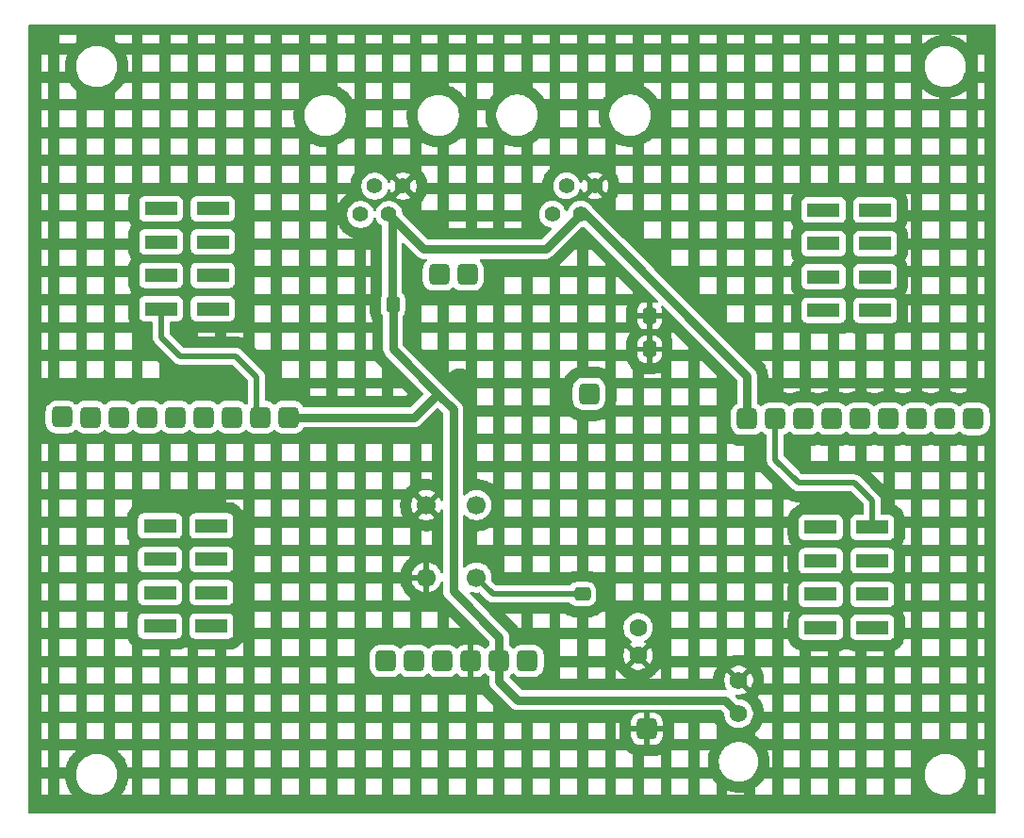
<source format=gbr>
%TF.GenerationSoftware,KiCad,Pcbnew,9.0.5*%
%TF.CreationDate,2025-11-19T11:21:45-07:00*%
%TF.ProjectId,USlave,55536c61-7665-42e6-9b69-6361645f7063,rev?*%
%TF.SameCoordinates,Original*%
%TF.FileFunction,Copper,L2,Bot*%
%TF.FilePolarity,Positive*%
%FSLAX46Y46*%
G04 Gerber Fmt 4.6, Leading zero omitted, Abs format (unit mm)*
G04 Created by KiCad (PCBNEW 9.0.5) date 2025-11-19 11:21:45*
%MOMM*%
%LPD*%
G01*
G04 APERTURE LIST*
G04 Aperture macros list*
%AMRoundRect*
0 Rectangle with rounded corners*
0 $1 Rounding radius*
0 $2 $3 $4 $5 $6 $7 $8 $9 X,Y pos of 4 corners*
0 Add a 4 corners polygon primitive as box body*
4,1,4,$2,$3,$4,$5,$6,$7,$8,$9,$2,$3,0*
0 Add four circle primitives for the rounded corners*
1,1,$1+$1,$2,$3*
1,1,$1+$1,$4,$5*
1,1,$1+$1,$6,$7*
1,1,$1+$1,$8,$9*
0 Add four rect primitives between the rounded corners*
20,1,$1+$1,$2,$3,$4,$5,0*
20,1,$1+$1,$4,$5,$6,$7,0*
20,1,$1+$1,$6,$7,$8,$9,0*
20,1,$1+$1,$8,$9,$2,$3,0*%
G04 Aperture macros list end*
%TA.AperFunction,ComponentPad*%
%ADD10RoundRect,0.250000X-0.337500X-0.475000X0.337500X-0.475000X0.337500X0.475000X-0.337500X0.475000X0*%
%TD*%
%TA.AperFunction,ComponentPad*%
%ADD11RoundRect,0.476250X0.476250X0.476250X-0.476250X0.476250X-0.476250X-0.476250X0.476250X-0.476250X0*%
%TD*%
%TA.AperFunction,ComponentPad*%
%ADD12RoundRect,0.476250X-0.476250X-0.476250X0.476250X-0.476250X0.476250X0.476250X-0.476250X0.476250X0*%
%TD*%
%TA.AperFunction,ComponentPad*%
%ADD13R,2.921000X1.270000*%
%TD*%
%TA.AperFunction,ComponentPad*%
%ADD14RoundRect,0.250000X0.475000X-0.337500X0.475000X0.337500X-0.475000X0.337500X-0.475000X-0.337500X0*%
%TD*%
%TA.AperFunction,ComponentPad*%
%ADD15C,1.574800*%
%TD*%
%TA.AperFunction,ComponentPad*%
%ADD16C,1.400000*%
%TD*%
%TA.AperFunction,ComponentPad*%
%ADD17C,1.700000*%
%TD*%
%TA.AperFunction,ComponentPad*%
%ADD18C,1.600000*%
%TD*%
%TA.AperFunction,ViaPad*%
%ADD19C,0.600000*%
%TD*%
%TA.AperFunction,Conductor*%
%ADD20C,0.762000*%
%TD*%
%TA.AperFunction,Conductor*%
%ADD21C,0.500000*%
%TD*%
G04 APERTURE END LIST*
D10*
%TO.P,R6,2*%
%TO.N,GND*%
X202037500Y-73000000D03*
%TD*%
D11*
%TO.P,J3,1*%
%TO.N,Net-(D1-K)*%
X191080000Y-101000000D03*
%TO.P,J3,2*%
%TO.N,Net-(U1-V_{DD})*%
X188540000Y-101000000D03*
%TO.P,J3,3*%
%TO.N,GND*%
X186000000Y-101000000D03*
%TO.P,J3,4*%
%TO.N,Net-(U1-ICSPDAT{slash}RB7)*%
X183460000Y-101000000D03*
%TO.P,J3,5*%
%TO.N,Net-(U1-ICSPCLK{slash}RB6)*%
X180920000Y-101000000D03*
%TO.P,J3,6*%
%TO.N,unconnected-(J3-Pad6)*%
X178380000Y-101000000D03*
%TD*%
D12*
%TO.P,R2,1,COM*%
%TO.N,Net-(U1-V_{DD})*%
X210802999Y-79250000D03*
%TO.P,R2,2,R1*%
%TO.N,Net-(R2-R1)*%
X213342999Y-79250000D03*
%TO.P,R2,3,R2*%
%TO.N,Net-(R2-R2)*%
X215882999Y-79250000D03*
%TO.P,R2,4,R3*%
%TO.N,Net-(R2-R3)*%
X218422999Y-79250000D03*
%TO.P,R2,5,R4*%
%TO.N,Net-(R2-R4)*%
X220962999Y-79250000D03*
%TO.P,R2,6,R5*%
%TO.N,Net-(R2-R5)*%
X223502999Y-79250000D03*
%TO.P,R2,7,R6*%
%TO.N,Net-(R2-R6)*%
X226042999Y-79250000D03*
%TO.P,R2,8,R7*%
%TO.N,Net-(R2-R7)*%
X228582999Y-79250000D03*
%TO.P,R2,9,R8*%
%TO.N,Net-(R2-R8)*%
X231127441Y-79259999D03*
%TD*%
D13*
%TO.P,J9,1,1*%
%TO.N,Net-(R2-R8)*%
X222300000Y-60500001D03*
%TO.P,J9,2,2*%
%TO.N,Net-(R2-R7)*%
X222300000Y-63500000D03*
%TO.P,J9,3,3*%
%TO.N,Net-(R2-R6)*%
X222300000Y-66500000D03*
%TO.P,J9,4,4*%
%TO.N,Net-(R2-R5)*%
X222300000Y-69499999D03*
%TO.P,J9,5,5*%
%TO.N,Net-(U1-RC0)*%
X217670001Y-60500001D03*
%TO.P,J9,6,6*%
%TO.N,Net-(U1-RA7)*%
X217670001Y-63500000D03*
%TO.P,J9,7,7*%
%TO.N,Net-(U1-RA5)*%
X217670001Y-66500000D03*
%TO.P,J9,8,8*%
%TO.N,Net-(U1-RA4)*%
X217670001Y-69499999D03*
%TD*%
%TO.P,J6,1,1*%
%TO.N,Net-(R3-R1)*%
X158192538Y-69366816D03*
%TO.P,J6,2,2*%
%TO.N,Net-(R3-R2)*%
X158192538Y-66366817D03*
%TO.P,J6,3,3*%
%TO.N,Net-(R3-R3)*%
X158192538Y-63366817D03*
%TO.P,J6,4,4*%
%TO.N,Net-(R3-R4)*%
X158192538Y-60366818D03*
%TO.P,J6,5,5*%
%TO.N,Net-(U1-RB0)*%
X162822537Y-69366816D03*
%TO.P,J6,6,6*%
%TO.N,Net-(U1-RC7)*%
X162822537Y-66366817D03*
%TO.P,J6,7,7*%
%TO.N,Net-(U1-RC6)*%
X162822537Y-63366817D03*
%TO.P,J6,8,8*%
%TO.N,Net-(U1-RC5)*%
X162822537Y-60366818D03*
%TD*%
%TO.P,J8,1,1*%
%TO.N,Net-(R2-R1)*%
X222042998Y-89000000D03*
%TO.P,J8,2,2*%
%TO.N,Net-(R2-R2)*%
X222042998Y-91999999D03*
%TO.P,J8,3,3*%
%TO.N,Net-(R2-R3)*%
X222042998Y-94999999D03*
%TO.P,J8,4,4*%
%TO.N,Net-(R2-R4)*%
X222042998Y-97999998D03*
%TO.P,J8,5,5*%
%TO.N,Net-(U1-RA3)*%
X217412999Y-89000000D03*
%TO.P,J8,6,6*%
%TO.N,Net-(U1-RA2)*%
X217412999Y-91999999D03*
%TO.P,J8,7,7*%
%TO.N,Net-(U1-RA1)*%
X217412999Y-94999999D03*
%TO.P,J8,8,8*%
%TO.N,Net-(U1-RA0)*%
X217412999Y-97999998D03*
%TD*%
D11*
%TO.P,J2,1*%
%TO.N,Net-(U1-RC3)*%
X185680000Y-66300000D03*
%TO.P,J2,2*%
%TO.N,Net-(U1-RC4)*%
X183140000Y-66300000D03*
%TD*%
D12*
%TO.P,TP1,1,1*%
%TO.N,GND*%
X201800000Y-107100000D03*
%TD*%
D13*
%TO.P,J7,1,1*%
%TO.N,Net-(R3-R8)*%
X158079539Y-97866815D03*
%TO.P,J7,2,2*%
%TO.N,Net-(R3-R7)*%
X158079539Y-94866816D03*
%TO.P,J7,3,3*%
%TO.N,Net-(R3-R6)*%
X158079539Y-91866816D03*
%TO.P,J7,4,4*%
%TO.N,Net-(R3-R5)*%
X158079539Y-88866817D03*
%TO.P,J7,5,5*%
%TO.N,Net-(U1-RB4)*%
X162709538Y-97866815D03*
%TO.P,J7,6,6*%
%TO.N,Net-(U1-RB3)*%
X162709538Y-94866816D03*
%TO.P,J7,7,7*%
%TO.N,Net-(U1-RB2)*%
X162709538Y-91866816D03*
%TO.P,J7,8,8*%
%TO.N,Net-(U1-RB1)*%
X162709538Y-88866817D03*
%TD*%
D14*
%TO.P,R1,2*%
%TO.N,Net-(D1-A)*%
X196000000Y-95000000D03*
%TD*%
D15*
%TO.P,J1,1*%
%TO.N,Net-(U1-V_{DD})*%
X210039600Y-105735700D03*
%TO.P,J1,2*%
%TO.N,GND*%
X210039600Y-102735701D03*
%TD*%
D16*
%TO.P,J5,1*%
%TO.N,GND*%
X197127401Y-58328877D03*
%TO.P,J5,2*%
%TO.N,Net-(U1-V_{DD})*%
X195857401Y-60868877D03*
%TO.P,J5,3*%
%TO.N,Net-(U1-RC4)*%
X194587401Y-58328877D03*
%TO.P,J5,4*%
%TO.N,Net-(U1-RC3)*%
X193317401Y-60868877D03*
%TD*%
D10*
%TO.P,R7,2*%
%TO.N,GND*%
X202037500Y-70000000D03*
%TD*%
D16*
%TO.P,J4,1*%
%TO.N,GND*%
X179905000Y-58350000D03*
%TO.P,J4,2*%
%TO.N,Net-(U1-V_{DD})*%
X178635000Y-60890000D03*
%TO.P,J4,3*%
%TO.N,Net-(U1-RC4)*%
X177365000Y-58350000D03*
%TO.P,J4,4*%
%TO.N,Net-(U1-RC3)*%
X176095000Y-60890000D03*
%TD*%
D11*
%TO.P,R3,1,COM*%
%TO.N,Net-(U1-V_{DD})*%
X169600000Y-79100000D03*
%TO.P,R3,2,R1*%
%TO.N,Net-(R3-R1)*%
X167060000Y-79100000D03*
%TO.P,R3,3,R2*%
%TO.N,Net-(R3-R2)*%
X164520000Y-79100000D03*
%TO.P,R3,4,R3*%
%TO.N,Net-(R3-R3)*%
X161980000Y-79100000D03*
%TO.P,R3,5,R4*%
%TO.N,Net-(R3-R4)*%
X159440000Y-79100000D03*
%TO.P,R3,6,R5*%
%TO.N,Net-(R3-R5)*%
X156900000Y-79100000D03*
%TO.P,R3,7,R6*%
%TO.N,Net-(R3-R6)*%
X154360000Y-79100000D03*
%TO.P,R3,8,R7*%
%TO.N,Net-(R3-R7)*%
X151820000Y-79100000D03*
%TO.P,R3,9,R8*%
%TO.N,Net-(R3-R8)*%
X149275558Y-79090001D03*
%TD*%
D17*
%TO.P,SW1,1,1*%
%TO.N,GND*%
X182000000Y-93500000D03*
X182000000Y-87000000D03*
%TO.P,SW1,2,2*%
%TO.N,Net-(D1-A)*%
X186500000Y-93500000D03*
X186500000Y-87000000D03*
%TD*%
D10*
%TO.P,R5,1*%
%TO.N,Net-(U1-V_{DD})*%
X179000000Y-69000000D03*
%TD*%
D12*
%TO.P,TP2,1,1*%
%TO.N,Net-(U1-RA6)*%
X196600000Y-77000000D03*
%TD*%
D18*
%TO.P,C1,1*%
%TO.N,Net-(D1-A)*%
X201000000Y-98000000D03*
%TO.P,C1,2*%
%TO.N,GND*%
X201000000Y-100500000D03*
%TD*%
D19*
%TO.N,GND*%
X185000000Y-76000000D03*
%TO.N,Net-(U1-V_{DD})*%
X183000000Y-77000000D03*
%TD*%
D20*
%TO.N,Net-(U1-V_{DD})*%
X181745000Y-64000000D02*
X178635000Y-60890000D01*
X192700000Y-64000000D02*
X181745000Y-64000000D01*
X195831123Y-60868877D02*
X192700000Y-64000000D01*
X195857401Y-60868877D02*
X195831123Y-60868877D01*
D21*
%TO.N,Net-(D1-A)*%
X188000000Y-95000000D02*
X186500000Y-93500000D01*
X196000000Y-95000000D02*
X188000000Y-95000000D01*
%TO.N,Net-(R3-R1)*%
X159899539Y-73616817D02*
X164899539Y-73616817D01*
X164899539Y-73616817D02*
X166760000Y-75477278D01*
X158192538Y-69366816D02*
X158192538Y-71909816D01*
X158192538Y-71909816D02*
X159899539Y-73616817D01*
X166760000Y-75477278D02*
X166760000Y-79100000D01*
%TO.N,Net-(R2-R1)*%
X213342999Y-82930000D02*
X213342999Y-79250000D01*
X215412999Y-85000000D02*
X213342999Y-82930000D01*
X220412999Y-85000000D02*
X215412999Y-85000000D01*
X222042998Y-86629999D02*
X220412999Y-85000000D01*
X222042998Y-89000000D02*
X222042998Y-86629999D01*
D20*
%TO.N,Net-(U1-V_{DD})*%
X178900000Y-68900000D02*
X179000000Y-69000000D01*
X210802999Y-75402999D02*
X196268877Y-60868877D01*
X210802999Y-79250000D02*
X210802999Y-75402999D01*
X196268877Y-60868877D02*
X195857401Y-60868877D01*
X190200000Y-104500000D02*
X188540000Y-102840000D01*
X184400000Y-78400000D02*
X183000000Y-77000000D01*
X179000000Y-69000000D02*
X179000000Y-73000000D01*
X184400000Y-94700000D02*
X184400000Y-78400000D01*
X180900000Y-79100000D02*
X183000000Y-77000000D01*
X208803900Y-104500000D02*
X190200000Y-104500000D01*
X210039600Y-105735700D02*
X208803900Y-104500000D01*
X188540000Y-101000000D02*
X188540000Y-98840000D01*
X178635000Y-60890000D02*
X178900000Y-61155000D01*
X188540000Y-98840000D02*
X184400000Y-94700000D01*
X188540000Y-102840000D02*
X188540000Y-101000000D01*
X169300000Y-79100000D02*
X180900000Y-79100000D01*
X179000000Y-73000000D02*
X183000000Y-77000000D01*
X178900000Y-61155000D02*
X178900000Y-68900000D01*
%TD*%
%TA.AperFunction,Conductor*%
%TO.N,GND*%
G36*
X233043538Y-43820185D02*
G01*
X233089293Y-43872989D01*
X233100499Y-43924500D01*
X233100499Y-114605500D01*
X233080814Y-114672539D01*
X233028010Y-114718294D01*
X232976499Y-114729500D01*
X146411961Y-114729500D01*
X146344922Y-114709815D01*
X146299167Y-114657011D01*
X146287961Y-114605500D01*
X146287961Y-113050500D01*
X147411461Y-113050500D01*
X148037961Y-113050500D01*
X149035961Y-113050500D01*
X150229783Y-113050500D01*
X150226432Y-113046417D01*
X150223909Y-113043237D01*
X150056344Y-112824861D01*
X150053925Y-112821600D01*
X150039609Y-112801621D01*
X150037296Y-112798278D01*
X150019151Y-112771117D01*
X150016953Y-112767707D01*
X150004011Y-112746891D01*
X150001930Y-112743420D01*
X149864321Y-112505077D01*
X149862350Y-112501529D01*
X149850787Y-112479896D01*
X149848936Y-112476292D01*
X149834487Y-112446996D01*
X149832751Y-112443327D01*
X149822613Y-112420954D01*
X149820997Y-112417227D01*
X149715660Y-112162921D01*
X149714166Y-112159141D01*
X149705515Y-112136152D01*
X149704149Y-112132333D01*
X149693651Y-112101403D01*
X149692411Y-112097544D01*
X149685291Y-112074072D01*
X149684177Y-112070170D01*
X149612942Y-111804316D01*
X149611957Y-111800384D01*
X149606383Y-111776482D01*
X149605526Y-111772513D01*
X149599153Y-111740475D01*
X149598426Y-111736483D01*
X149594427Y-111712262D01*
X149593832Y-111708247D01*
X149572801Y-111548500D01*
X149035961Y-111548500D01*
X149035961Y-113050500D01*
X148037961Y-113050500D01*
X148037961Y-111548500D01*
X147411461Y-111548500D01*
X147411461Y-113050500D01*
X146287961Y-113050500D01*
X146287961Y-111078711D01*
X150549500Y-111078711D01*
X150549500Y-111321288D01*
X150581161Y-111561785D01*
X150643947Y-111796104D01*
X150695038Y-111919448D01*
X150736776Y-112020212D01*
X150858064Y-112230289D01*
X150858066Y-112230292D01*
X150858067Y-112230293D01*
X151005733Y-112422736D01*
X151005739Y-112422743D01*
X151177256Y-112594260D01*
X151177262Y-112594265D01*
X151369711Y-112741936D01*
X151579788Y-112863224D01*
X151803900Y-112956054D01*
X152038211Y-113018838D01*
X152218586Y-113042584D01*
X152278711Y-113050500D01*
X152278712Y-113050500D01*
X152521289Y-113050500D01*
X154570217Y-113050500D01*
X155537961Y-113050500D01*
X156535961Y-113050500D01*
X158037961Y-113050500D01*
X159035961Y-113050500D01*
X160537961Y-113050500D01*
X161535961Y-113050500D01*
X163037961Y-113050500D01*
X164035961Y-113050500D01*
X165537961Y-113050500D01*
X166535961Y-113050500D01*
X168037961Y-113050500D01*
X169035961Y-113050500D01*
X170537961Y-113050500D01*
X171535961Y-113050500D01*
X173037961Y-113050500D01*
X174035961Y-113050500D01*
X175537961Y-113050500D01*
X176535961Y-113050500D01*
X178037961Y-113050500D01*
X179035961Y-113050500D01*
X180537961Y-113050500D01*
X181535961Y-113050500D01*
X183037961Y-113050500D01*
X184035961Y-113050500D01*
X185537961Y-113050500D01*
X186535961Y-113050500D01*
X188037961Y-113050500D01*
X189035961Y-113050500D01*
X190537961Y-113050500D01*
X191535961Y-113050500D01*
X193037961Y-113050500D01*
X194035961Y-113050500D01*
X195537961Y-113050500D01*
X196535961Y-113050500D01*
X198037961Y-113050500D01*
X199035961Y-113050500D01*
X200537961Y-113050500D01*
X201535961Y-113050500D01*
X203037961Y-113050500D01*
X204035961Y-113050500D01*
X205537961Y-113050500D01*
X206535961Y-113050500D01*
X208037961Y-113050500D01*
X209035961Y-113050500D01*
X210537961Y-113050500D01*
X210537961Y-112786414D01*
X210537008Y-112786572D01*
X210532993Y-112787168D01*
X210269983Y-112821795D01*
X210265955Y-112822259D01*
X210241524Y-112824666D01*
X210237474Y-112824998D01*
X210204877Y-112827134D01*
X210200826Y-112827333D01*
X210176295Y-112828136D01*
X210172238Y-112828202D01*
X209906962Y-112828202D01*
X209902905Y-112828136D01*
X209878374Y-112827333D01*
X209874323Y-112827134D01*
X209841726Y-112824998D01*
X209837676Y-112824666D01*
X209813245Y-112822259D01*
X209809217Y-112821795D01*
X209546207Y-112787168D01*
X209542192Y-112786572D01*
X209517973Y-112782573D01*
X209513984Y-112781848D01*
X209481948Y-112775476D01*
X209477980Y-112774619D01*
X209454079Y-112769046D01*
X209450143Y-112768060D01*
X209193913Y-112699403D01*
X209190015Y-112698290D01*
X209166541Y-112691170D01*
X209162679Y-112689929D01*
X209131749Y-112679431D01*
X209127929Y-112678064D01*
X209104941Y-112669413D01*
X209101162Y-112667920D01*
X209035961Y-112640912D01*
X209035961Y-113050500D01*
X208037961Y-113050500D01*
X208037961Y-112393182D01*
X211535961Y-112393182D01*
X211535961Y-113050500D01*
X213037961Y-113050500D01*
X214035961Y-113050500D01*
X215537961Y-113050500D01*
X216535961Y-113050500D01*
X218037961Y-113050500D01*
X219035961Y-113050500D01*
X220537961Y-113050500D01*
X221535961Y-113050500D01*
X223037961Y-113050500D01*
X224035961Y-113050500D01*
X225537961Y-113050500D01*
X225537961Y-111548500D01*
X224035961Y-111548500D01*
X224035961Y-113050500D01*
X223037961Y-113050500D01*
X223037961Y-111548500D01*
X221535961Y-111548500D01*
X221535961Y-113050500D01*
X220537961Y-113050500D01*
X220537961Y-111548500D01*
X219035961Y-111548500D01*
X219035961Y-113050500D01*
X218037961Y-113050500D01*
X218037961Y-111548500D01*
X216535961Y-111548500D01*
X216535961Y-113050500D01*
X215537961Y-113050500D01*
X215537961Y-111548500D01*
X214035961Y-111548500D01*
X214035961Y-113050500D01*
X213037961Y-113050500D01*
X213037961Y-111548500D01*
X212379138Y-111548500D01*
X212374335Y-111556819D01*
X212372252Y-111560295D01*
X212359296Y-111581132D01*
X212357095Y-111584546D01*
X212338949Y-111611704D01*
X212336638Y-111615042D01*
X212322336Y-111635000D01*
X212319920Y-111638258D01*
X212158428Y-111848720D01*
X212155905Y-111851900D01*
X212140334Y-111870873D01*
X212137710Y-111873964D01*
X212116173Y-111898523D01*
X212113447Y-111901531D01*
X212096666Y-111919448D01*
X212093844Y-111922364D01*
X211906262Y-112109946D01*
X211903346Y-112112768D01*
X211885429Y-112129549D01*
X211882421Y-112132275D01*
X211857862Y-112153812D01*
X211854771Y-112156436D01*
X211835798Y-112172007D01*
X211832618Y-112174530D01*
X211622156Y-112336022D01*
X211618898Y-112338438D01*
X211598940Y-112352740D01*
X211595602Y-112355051D01*
X211568444Y-112373197D01*
X211565030Y-112375398D01*
X211544193Y-112388354D01*
X211540717Y-112390437D01*
X211535961Y-112393182D01*
X208037961Y-112393182D01*
X208037961Y-111974969D01*
X207985356Y-111922364D01*
X207982534Y-111919448D01*
X207965753Y-111901531D01*
X207963027Y-111898523D01*
X207941490Y-111873964D01*
X207938866Y-111870873D01*
X207923295Y-111851900D01*
X207920772Y-111848720D01*
X207759280Y-111638258D01*
X207756864Y-111635000D01*
X207742562Y-111615042D01*
X207740251Y-111611704D01*
X207722105Y-111584546D01*
X207719904Y-111581132D01*
X207706948Y-111560295D01*
X207704865Y-111556819D01*
X207700062Y-111548500D01*
X206535961Y-111548500D01*
X206535961Y-113050500D01*
X205537961Y-113050500D01*
X205537961Y-111548500D01*
X204035961Y-111548500D01*
X204035961Y-113050500D01*
X203037961Y-113050500D01*
X203037961Y-111548500D01*
X201535961Y-111548500D01*
X201535961Y-113050500D01*
X200537961Y-113050500D01*
X200537961Y-111548500D01*
X199035961Y-111548500D01*
X199035961Y-113050500D01*
X198037961Y-113050500D01*
X198037961Y-111548500D01*
X196535961Y-111548500D01*
X196535961Y-113050500D01*
X195537961Y-113050500D01*
X195537961Y-111548500D01*
X194035961Y-111548500D01*
X194035961Y-113050500D01*
X193037961Y-113050500D01*
X193037961Y-111548500D01*
X191535961Y-111548500D01*
X191535961Y-113050500D01*
X190537961Y-113050500D01*
X190537961Y-111548500D01*
X189035961Y-111548500D01*
X189035961Y-113050500D01*
X188037961Y-113050500D01*
X188037961Y-111548500D01*
X186535961Y-111548500D01*
X186535961Y-113050500D01*
X185537961Y-113050500D01*
X185537961Y-111548500D01*
X184035961Y-111548500D01*
X184035961Y-113050500D01*
X183037961Y-113050500D01*
X183037961Y-111548500D01*
X181535961Y-111548500D01*
X181535961Y-113050500D01*
X180537961Y-113050500D01*
X180537961Y-111548500D01*
X179035961Y-111548500D01*
X179035961Y-113050500D01*
X178037961Y-113050500D01*
X178037961Y-111548500D01*
X176535961Y-111548500D01*
X176535961Y-113050500D01*
X175537961Y-113050500D01*
X175537961Y-111548500D01*
X174035961Y-111548500D01*
X174035961Y-113050500D01*
X173037961Y-113050500D01*
X173037961Y-111548500D01*
X171535961Y-111548500D01*
X171535961Y-113050500D01*
X170537961Y-113050500D01*
X170537961Y-111548500D01*
X169035961Y-111548500D01*
X169035961Y-113050500D01*
X168037961Y-113050500D01*
X168037961Y-111548500D01*
X166535961Y-111548500D01*
X166535961Y-113050500D01*
X165537961Y-113050500D01*
X165537961Y-111548500D01*
X164035961Y-111548500D01*
X164035961Y-113050500D01*
X163037961Y-113050500D01*
X163037961Y-111548500D01*
X161535961Y-111548500D01*
X161535961Y-113050500D01*
X160537961Y-113050500D01*
X160537961Y-111548500D01*
X159035961Y-111548500D01*
X159035961Y-113050500D01*
X158037961Y-113050500D01*
X158037961Y-111548500D01*
X156535961Y-111548500D01*
X156535961Y-113050500D01*
X155537961Y-113050500D01*
X155537961Y-111548500D01*
X155227199Y-111548500D01*
X155206168Y-111708247D01*
X155205573Y-111712262D01*
X155201574Y-111736483D01*
X155200847Y-111740475D01*
X155194474Y-111772513D01*
X155193617Y-111776482D01*
X155188043Y-111800384D01*
X155187058Y-111804316D01*
X155115823Y-112070170D01*
X155114709Y-112074072D01*
X155107589Y-112097544D01*
X155106349Y-112101403D01*
X155095851Y-112132333D01*
X155094485Y-112136152D01*
X155085834Y-112159141D01*
X155084340Y-112162921D01*
X154979003Y-112417227D01*
X154977387Y-112420954D01*
X154967249Y-112443327D01*
X154965513Y-112446996D01*
X154951064Y-112476292D01*
X154949213Y-112479896D01*
X154937650Y-112501529D01*
X154935679Y-112505077D01*
X154798070Y-112743420D01*
X154795989Y-112746891D01*
X154783047Y-112767707D01*
X154780849Y-112771117D01*
X154762704Y-112798278D01*
X154760391Y-112801621D01*
X154746075Y-112821600D01*
X154743656Y-112824861D01*
X154576091Y-113043237D01*
X154573568Y-113046417D01*
X154570217Y-113050500D01*
X152521289Y-113050500D01*
X152576457Y-113043237D01*
X152761789Y-113018838D01*
X152996100Y-112956054D01*
X153220212Y-112863224D01*
X153430289Y-112741936D01*
X153622738Y-112594265D01*
X153794265Y-112422738D01*
X153941936Y-112230289D01*
X154063224Y-112020212D01*
X154156054Y-111796100D01*
X154218838Y-111561789D01*
X154250500Y-111321288D01*
X154250500Y-111078712D01*
X154245886Y-111043668D01*
X154242584Y-111018586D01*
X154218838Y-110838211D01*
X154156054Y-110603900D01*
X154063224Y-110379788D01*
X153941936Y-110169711D01*
X153794265Y-109977262D01*
X153794260Y-109977256D01*
X153622743Y-109805739D01*
X153622736Y-109805733D01*
X153430293Y-109658067D01*
X153430292Y-109658066D01*
X153430289Y-109658064D01*
X153220212Y-109536776D01*
X153213691Y-109534075D01*
X152996104Y-109443947D01*
X152761785Y-109381161D01*
X152521289Y-109349500D01*
X152521288Y-109349500D01*
X152278712Y-109349500D01*
X152278711Y-109349500D01*
X152038214Y-109381161D01*
X151803895Y-109443947D01*
X151579794Y-109536773D01*
X151579785Y-109536777D01*
X151473088Y-109598379D01*
X151372282Y-109656580D01*
X151369706Y-109658067D01*
X151177263Y-109805733D01*
X151177256Y-109805739D01*
X151005739Y-109977256D01*
X151005733Y-109977263D01*
X150858067Y-110169706D01*
X150736777Y-110379785D01*
X150736773Y-110379794D01*
X150643947Y-110603895D01*
X150581161Y-110838214D01*
X150549500Y-111078711D01*
X146287961Y-111078711D01*
X146287961Y-110550500D01*
X147411461Y-110550500D01*
X148037961Y-110550500D01*
X149035961Y-110550500D01*
X149625049Y-110550500D01*
X149684177Y-110329830D01*
X149685291Y-110325928D01*
X149692411Y-110302456D01*
X149693651Y-110298597D01*
X149704149Y-110267667D01*
X149705515Y-110263848D01*
X149714166Y-110240859D01*
X149715660Y-110237079D01*
X149820997Y-109982773D01*
X149822613Y-109979046D01*
X149832751Y-109956673D01*
X149834487Y-109953004D01*
X149848936Y-109923708D01*
X149850787Y-109920104D01*
X149862350Y-109898471D01*
X149864321Y-109894923D01*
X150001930Y-109656580D01*
X150004011Y-109653109D01*
X150016953Y-109632293D01*
X150019151Y-109628883D01*
X150037296Y-109601722D01*
X150039609Y-109598379D01*
X150053925Y-109578400D01*
X150056344Y-109575139D01*
X150223909Y-109356763D01*
X150226432Y-109353583D01*
X150242003Y-109334610D01*
X150244627Y-109331519D01*
X150266164Y-109306960D01*
X150268890Y-109303952D01*
X150285671Y-109286035D01*
X150288493Y-109283119D01*
X150483119Y-109088493D01*
X150486035Y-109085671D01*
X150503952Y-109068890D01*
X150506960Y-109066164D01*
X150527103Y-109048500D01*
X154272897Y-109048500D01*
X154293040Y-109066164D01*
X154296048Y-109068890D01*
X154313965Y-109085671D01*
X154316881Y-109088493D01*
X154511507Y-109283119D01*
X154514329Y-109286035D01*
X154531110Y-109303952D01*
X154533836Y-109306960D01*
X154555373Y-109331519D01*
X154557997Y-109334610D01*
X154573568Y-109353583D01*
X154576091Y-109356763D01*
X154743656Y-109575139D01*
X154746075Y-109578400D01*
X154760391Y-109598379D01*
X154762704Y-109601722D01*
X154780849Y-109628883D01*
X154783047Y-109632293D01*
X154795989Y-109653109D01*
X154798070Y-109656580D01*
X154935679Y-109894923D01*
X154937650Y-109898471D01*
X154949213Y-109920104D01*
X154951064Y-109923708D01*
X154965513Y-109953004D01*
X154967249Y-109956673D01*
X154977387Y-109979046D01*
X154979003Y-109982773D01*
X155084340Y-110237079D01*
X155085834Y-110240859D01*
X155094485Y-110263848D01*
X155095851Y-110267667D01*
X155106349Y-110298597D01*
X155107589Y-110302456D01*
X155114709Y-110325928D01*
X155115823Y-110329830D01*
X155174951Y-110550500D01*
X155537961Y-110550500D01*
X156535961Y-110550500D01*
X158037961Y-110550500D01*
X159035961Y-110550500D01*
X160537961Y-110550500D01*
X161535961Y-110550500D01*
X163037961Y-110550500D01*
X164035961Y-110550500D01*
X165537961Y-110550500D01*
X166535961Y-110550500D01*
X168037961Y-110550500D01*
X169035961Y-110550500D01*
X170537961Y-110550500D01*
X171535961Y-110550500D01*
X173037961Y-110550500D01*
X174035961Y-110550500D01*
X175537961Y-110550500D01*
X176535961Y-110550500D01*
X178037961Y-110550500D01*
X179035961Y-110550500D01*
X180537961Y-110550500D01*
X181535961Y-110550500D01*
X183037961Y-110550500D01*
X184035961Y-110550500D01*
X185537961Y-110550500D01*
X186535961Y-110550500D01*
X188037961Y-110550500D01*
X189035961Y-110550500D01*
X190537961Y-110550500D01*
X191535961Y-110550500D01*
X193037961Y-110550500D01*
X194035961Y-110550500D01*
X195537961Y-110550500D01*
X196535961Y-110550500D01*
X198037961Y-110550500D01*
X199035961Y-110550500D01*
X200537961Y-110550500D01*
X200537961Y-109550500D01*
X201535961Y-109550500D01*
X201535961Y-110550500D01*
X203037961Y-110550500D01*
X204035961Y-110550500D01*
X205537961Y-110550500D01*
X206535961Y-110550500D01*
X207308343Y-110550500D01*
X207308134Y-110549095D01*
X207273507Y-110286085D01*
X207273043Y-110282057D01*
X207270636Y-110257626D01*
X207270304Y-110253576D01*
X207268168Y-110220979D01*
X207267969Y-110216928D01*
X207267166Y-110192397D01*
X207267100Y-110188340D01*
X207267100Y-109939387D01*
X208265100Y-109939387D01*
X208265100Y-110172016D01*
X208280119Y-110286085D01*
X208295463Y-110402632D01*
X208325565Y-110514976D01*
X208355668Y-110627322D01*
X208444683Y-110842223D01*
X208444688Y-110842234D01*
X208560987Y-111043668D01*
X208560998Y-111043684D01*
X208702596Y-111228219D01*
X208702602Y-111228226D01*
X208867075Y-111392699D01*
X208867081Y-111392704D01*
X209051626Y-111534310D01*
X209051633Y-111534314D01*
X209253067Y-111650613D01*
X209253072Y-111650615D01*
X209253075Y-111650617D01*
X209360528Y-111695125D01*
X209467979Y-111739633D01*
X209467980Y-111739633D01*
X209467982Y-111739634D01*
X209692670Y-111799839D01*
X209923293Y-111830202D01*
X209923300Y-111830202D01*
X210155900Y-111830202D01*
X210155907Y-111830202D01*
X210386530Y-111799839D01*
X210611218Y-111739634D01*
X210826125Y-111650617D01*
X211027574Y-111534310D01*
X211212119Y-111392704D01*
X211376602Y-111228221D01*
X211491325Y-111078711D01*
X226749500Y-111078711D01*
X226749500Y-111321288D01*
X226781161Y-111561785D01*
X226843947Y-111796104D01*
X226895038Y-111919448D01*
X226936776Y-112020212D01*
X227058064Y-112230289D01*
X227058066Y-112230292D01*
X227058067Y-112230293D01*
X227205733Y-112422736D01*
X227205739Y-112422743D01*
X227377256Y-112594260D01*
X227377262Y-112594265D01*
X227569711Y-112741936D01*
X227779788Y-112863224D01*
X228003900Y-112956054D01*
X228238211Y-113018838D01*
X228418586Y-113042584D01*
X228478711Y-113050500D01*
X228478712Y-113050500D01*
X228721289Y-113050500D01*
X231535961Y-113050500D01*
X232102499Y-113050500D01*
X232102499Y-111548500D01*
X231535961Y-111548500D01*
X231535961Y-113050500D01*
X228721289Y-113050500D01*
X228776457Y-113043237D01*
X228961789Y-113018838D01*
X229196100Y-112956054D01*
X229420212Y-112863224D01*
X229630289Y-112741936D01*
X229822738Y-112594265D01*
X229994265Y-112422738D01*
X230141936Y-112230289D01*
X230263224Y-112020212D01*
X230356054Y-111796100D01*
X230418838Y-111561789D01*
X230450500Y-111321288D01*
X230450500Y-111078712D01*
X230445886Y-111043668D01*
X230442584Y-111018586D01*
X230418838Y-110838211D01*
X230356054Y-110603900D01*
X230333935Y-110550500D01*
X231535961Y-110550500D01*
X232102499Y-110550500D01*
X232102499Y-109048500D01*
X231535961Y-109048500D01*
X231535961Y-110550500D01*
X230333935Y-110550500D01*
X230263224Y-110379788D01*
X230141936Y-110169711D01*
X229994265Y-109977262D01*
X229994260Y-109977256D01*
X229822743Y-109805739D01*
X229822736Y-109805733D01*
X229630293Y-109658067D01*
X229630292Y-109658066D01*
X229630289Y-109658064D01*
X229420212Y-109536776D01*
X229413691Y-109534075D01*
X229196104Y-109443947D01*
X228961785Y-109381161D01*
X228721289Y-109349500D01*
X228721288Y-109349500D01*
X228478712Y-109349500D01*
X228478711Y-109349500D01*
X228238214Y-109381161D01*
X228003895Y-109443947D01*
X227779794Y-109536773D01*
X227779785Y-109536777D01*
X227673088Y-109598379D01*
X227572282Y-109656580D01*
X227569706Y-109658067D01*
X227377263Y-109805733D01*
X227377256Y-109805739D01*
X227205739Y-109977256D01*
X227205733Y-109977263D01*
X227058067Y-110169706D01*
X226936777Y-110379785D01*
X226936773Y-110379794D01*
X226843947Y-110603895D01*
X226781161Y-110838214D01*
X226749500Y-111078711D01*
X211491325Y-111078711D01*
X211518208Y-111043676D01*
X211634515Y-110842227D01*
X211723532Y-110627320D01*
X211783737Y-110402632D01*
X211814100Y-110172009D01*
X211814100Y-109939395D01*
X211783737Y-109708772D01*
X211723532Y-109484084D01*
X211706906Y-109443946D01*
X211634516Y-109269180D01*
X211634511Y-109269169D01*
X211518212Y-109067735D01*
X211518208Y-109067728D01*
X211503454Y-109048500D01*
X212623335Y-109048500D01*
X212651818Y-109117264D01*
X212653311Y-109121043D01*
X212661962Y-109144031D01*
X212663329Y-109147851D01*
X212673827Y-109178781D01*
X212675068Y-109182643D01*
X212682188Y-109206117D01*
X212683301Y-109210015D01*
X212751958Y-109466245D01*
X212752944Y-109470181D01*
X212758517Y-109494082D01*
X212759374Y-109498050D01*
X212765746Y-109530086D01*
X212766471Y-109534075D01*
X212770470Y-109558294D01*
X212771066Y-109562309D01*
X212805693Y-109825319D01*
X212806157Y-109829347D01*
X212808564Y-109853778D01*
X212808896Y-109857828D01*
X212811032Y-109890425D01*
X212811231Y-109894476D01*
X212812034Y-109919007D01*
X212812100Y-109923064D01*
X212812100Y-110188340D01*
X212812034Y-110192397D01*
X212811231Y-110216928D01*
X212811032Y-110220979D01*
X212808896Y-110253576D01*
X212808564Y-110257626D01*
X212806157Y-110282057D01*
X212805693Y-110286085D01*
X212771066Y-110549095D01*
X212770857Y-110550500D01*
X213037961Y-110550500D01*
X214035961Y-110550500D01*
X215537961Y-110550500D01*
X216535961Y-110550500D01*
X218037961Y-110550500D01*
X219035961Y-110550500D01*
X220537961Y-110550500D01*
X221535961Y-110550500D01*
X223037961Y-110550500D01*
X224035961Y-110550500D01*
X225537961Y-110550500D01*
X225537961Y-109048500D01*
X224035961Y-109048500D01*
X224035961Y-110550500D01*
X223037961Y-110550500D01*
X223037961Y-109048500D01*
X221535961Y-109048500D01*
X221535961Y-110550500D01*
X220537961Y-110550500D01*
X220537961Y-109048500D01*
X219035961Y-109048500D01*
X219035961Y-110550500D01*
X218037961Y-110550500D01*
X218037961Y-109048500D01*
X216535961Y-109048500D01*
X216535961Y-110550500D01*
X215537961Y-110550500D01*
X215537961Y-109048500D01*
X214035961Y-109048500D01*
X214035961Y-110550500D01*
X213037961Y-110550500D01*
X213037961Y-109048500D01*
X212623335Y-109048500D01*
X211503454Y-109048500D01*
X211376602Y-108883183D01*
X211376597Y-108883177D01*
X211212124Y-108718704D01*
X211212117Y-108718698D01*
X211027582Y-108577100D01*
X211027580Y-108577098D01*
X211027574Y-108577094D01*
X211027569Y-108577091D01*
X211027566Y-108577089D01*
X210826132Y-108460790D01*
X210826121Y-108460785D01*
X210611220Y-108371770D01*
X210498874Y-108341667D01*
X210386530Y-108311565D01*
X210335280Y-108304817D01*
X210155914Y-108281202D01*
X210155907Y-108281202D01*
X209923293Y-108281202D01*
X209923285Y-108281202D01*
X209718294Y-108308191D01*
X209692670Y-108311565D01*
X209636498Y-108326616D01*
X209467979Y-108371770D01*
X209253078Y-108460785D01*
X209253067Y-108460790D01*
X209051633Y-108577089D01*
X209051617Y-108577100D01*
X208867082Y-108718698D01*
X208867075Y-108718704D01*
X208702602Y-108883177D01*
X208702596Y-108883184D01*
X208560998Y-109067719D01*
X208560987Y-109067735D01*
X208444688Y-109269169D01*
X208444683Y-109269180D01*
X208355668Y-109484081D01*
X208295463Y-109708773D01*
X208265100Y-109939387D01*
X207267100Y-109939387D01*
X207267100Y-109923064D01*
X207267166Y-109919007D01*
X207267969Y-109894476D01*
X207268168Y-109890425D01*
X207270304Y-109857828D01*
X207270636Y-109853778D01*
X207273043Y-109829347D01*
X207273507Y-109825319D01*
X207308134Y-109562309D01*
X207308730Y-109558294D01*
X207312729Y-109534075D01*
X207313454Y-109530086D01*
X207319826Y-109498050D01*
X207320683Y-109494082D01*
X207326256Y-109470181D01*
X207327242Y-109466245D01*
X207395899Y-109210015D01*
X207397012Y-109206117D01*
X207404132Y-109182643D01*
X207405373Y-109178781D01*
X207415871Y-109147851D01*
X207417238Y-109144031D01*
X207425889Y-109121043D01*
X207427382Y-109117264D01*
X207455865Y-109048500D01*
X206535961Y-109048500D01*
X206535961Y-110550500D01*
X205537961Y-110550500D01*
X205537961Y-109048500D01*
X204035961Y-109048500D01*
X204035961Y-110550500D01*
X203037961Y-110550500D01*
X203037961Y-109403215D01*
X203033976Y-109404926D01*
X202986998Y-109423694D01*
X202981101Y-109425878D01*
X202945122Y-109438176D01*
X202939128Y-109440057D01*
X202701125Y-109508159D01*
X202695427Y-109509644D01*
X202660755Y-109517806D01*
X202654996Y-109519018D01*
X202608368Y-109527683D01*
X202602547Y-109528622D01*
X202567225Y-109533462D01*
X202561371Y-109534123D01*
X202401978Y-109548293D01*
X202396501Y-109548658D01*
X202357785Y-109550378D01*
X202352282Y-109550500D01*
X201849454Y-109550500D01*
X201802000Y-109541061D01*
X201800000Y-109540232D01*
X201798000Y-109541061D01*
X201750546Y-109550500D01*
X201535961Y-109550500D01*
X200537961Y-109550500D01*
X200537961Y-109392206D01*
X200525727Y-109386585D01*
X200520087Y-109383819D01*
X200299263Y-109268470D01*
X200293771Y-109265421D01*
X200261008Y-109246135D01*
X200255674Y-109242810D01*
X200213435Y-109214971D01*
X200208279Y-109211382D01*
X200177646Y-109188887D01*
X200172680Y-109185043D01*
X200005222Y-109048500D01*
X199035961Y-109048500D01*
X199035961Y-110550500D01*
X198037961Y-110550500D01*
X198037961Y-109048500D01*
X196535961Y-109048500D01*
X196535961Y-110550500D01*
X195537961Y-110550500D01*
X195537961Y-109048500D01*
X194035961Y-109048500D01*
X194035961Y-110550500D01*
X193037961Y-110550500D01*
X193037961Y-109048500D01*
X191535961Y-109048500D01*
X191535961Y-110550500D01*
X190537961Y-110550500D01*
X190537961Y-109048500D01*
X189035961Y-109048500D01*
X189035961Y-110550500D01*
X188037961Y-110550500D01*
X188037961Y-109048500D01*
X186535961Y-109048500D01*
X186535961Y-110550500D01*
X185537961Y-110550500D01*
X185537961Y-109048500D01*
X184035961Y-109048500D01*
X184035961Y-110550500D01*
X183037961Y-110550500D01*
X183037961Y-109048500D01*
X181535961Y-109048500D01*
X181535961Y-110550500D01*
X180537961Y-110550500D01*
X180537961Y-109048500D01*
X179035961Y-109048500D01*
X179035961Y-110550500D01*
X178037961Y-110550500D01*
X178037961Y-109048500D01*
X176535961Y-109048500D01*
X176535961Y-110550500D01*
X175537961Y-110550500D01*
X175537961Y-109048500D01*
X174035961Y-109048500D01*
X174035961Y-110550500D01*
X173037961Y-110550500D01*
X173037961Y-109048500D01*
X171535961Y-109048500D01*
X171535961Y-110550500D01*
X170537961Y-110550500D01*
X170537961Y-109048500D01*
X169035961Y-109048500D01*
X169035961Y-110550500D01*
X168037961Y-110550500D01*
X168037961Y-109048500D01*
X166535961Y-109048500D01*
X166535961Y-110550500D01*
X165537961Y-110550500D01*
X165537961Y-109048500D01*
X164035961Y-109048500D01*
X164035961Y-110550500D01*
X163037961Y-110550500D01*
X163037961Y-109048500D01*
X161535961Y-109048500D01*
X161535961Y-110550500D01*
X160537961Y-110550500D01*
X160537961Y-109048500D01*
X159035961Y-109048500D01*
X159035961Y-110550500D01*
X158037961Y-110550500D01*
X158037961Y-109048500D01*
X156535961Y-109048500D01*
X156535961Y-110550500D01*
X155537961Y-110550500D01*
X155537961Y-109048500D01*
X154272897Y-109048500D01*
X150527103Y-109048500D01*
X149035961Y-109048500D01*
X149035961Y-110550500D01*
X148037961Y-110550500D01*
X148037961Y-109048500D01*
X147411461Y-109048500D01*
X147411461Y-110550500D01*
X146287961Y-110550500D01*
X146287961Y-108050500D01*
X147411461Y-108050500D01*
X148037961Y-108050500D01*
X149035961Y-108050500D01*
X150537961Y-108050500D01*
X151535961Y-108050500D01*
X153037961Y-108050500D01*
X154035961Y-108050500D01*
X155537961Y-108050500D01*
X156535961Y-108050500D01*
X158037961Y-108050500D01*
X159035961Y-108050500D01*
X160537961Y-108050500D01*
X161535961Y-108050500D01*
X163037961Y-108050500D01*
X164035961Y-108050500D01*
X165537961Y-108050500D01*
X166535961Y-108050500D01*
X168037961Y-108050500D01*
X169035961Y-108050500D01*
X170537961Y-108050500D01*
X171535961Y-108050500D01*
X173037961Y-108050500D01*
X174035961Y-108050500D01*
X175537961Y-108050500D01*
X176535961Y-108050500D01*
X178037961Y-108050500D01*
X179035961Y-108050500D01*
X180537961Y-108050500D01*
X181535961Y-108050500D01*
X183037961Y-108050500D01*
X184035961Y-108050500D01*
X185537961Y-108050500D01*
X186535961Y-108050500D01*
X188037961Y-108050500D01*
X189035961Y-108050500D01*
X190537961Y-108050500D01*
X191535961Y-108050500D01*
X193037961Y-108050500D01*
X194035961Y-108050500D01*
X195537961Y-108050500D01*
X196535961Y-108050500D01*
X198037961Y-108050500D01*
X199035961Y-108050500D01*
X199405969Y-108050500D01*
X199391841Y-108001125D01*
X199390356Y-107995427D01*
X199382194Y-107960755D01*
X199380982Y-107954996D01*
X199372317Y-107908368D01*
X199371378Y-107902547D01*
X199366538Y-107867225D01*
X199365877Y-107861371D01*
X199351707Y-107701978D01*
X199351342Y-107696501D01*
X199349622Y-107657785D01*
X199349500Y-107652282D01*
X199349500Y-107149454D01*
X199358939Y-107102002D01*
X199359768Y-107100000D01*
X199358939Y-107097998D01*
X199349500Y-107050546D01*
X199349500Y-106567117D01*
X200347500Y-106567117D01*
X200347500Y-106850000D01*
X201216235Y-106850000D01*
X201189403Y-106914777D01*
X201165000Y-107037458D01*
X201165000Y-107162542D01*
X201189403Y-107285223D01*
X201216235Y-107350000D01*
X200347500Y-107350000D01*
X200347500Y-107632882D01*
X200357855Y-107749364D01*
X200412476Y-107940256D01*
X200504404Y-108116242D01*
X200629876Y-108270123D01*
X200783757Y-108395595D01*
X200959743Y-108487523D01*
X201150635Y-108542144D01*
X201267117Y-108552499D01*
X201267124Y-108552500D01*
X201550000Y-108552500D01*
X201550000Y-107683765D01*
X201614777Y-107710597D01*
X201737458Y-107735000D01*
X201862542Y-107735000D01*
X201985223Y-107710597D01*
X202050000Y-107683765D01*
X202050000Y-108552500D01*
X202332876Y-108552500D01*
X202332882Y-108552499D01*
X202449364Y-108542144D01*
X202640256Y-108487523D01*
X202816242Y-108395595D01*
X202970123Y-108270123D01*
X203095595Y-108116242D01*
X203129936Y-108050500D01*
X204194031Y-108050500D01*
X205537961Y-108050500D01*
X206535961Y-108050500D01*
X208037961Y-108050500D01*
X208037961Y-107469080D01*
X211535961Y-107469080D01*
X211535961Y-107718220D01*
X211540719Y-107720968D01*
X211544193Y-107723050D01*
X211565030Y-107736006D01*
X211568444Y-107738207D01*
X211595602Y-107756353D01*
X211598940Y-107758664D01*
X211618898Y-107772966D01*
X211622156Y-107775382D01*
X211832618Y-107936874D01*
X211835798Y-107939397D01*
X211854771Y-107954968D01*
X211857862Y-107957592D01*
X211882421Y-107979129D01*
X211885429Y-107981855D01*
X211903346Y-107998636D01*
X211906262Y-108001458D01*
X211955304Y-108050500D01*
X213037961Y-108050500D01*
X214035961Y-108050500D01*
X215537961Y-108050500D01*
X216535961Y-108050500D01*
X218037961Y-108050500D01*
X219035961Y-108050500D01*
X220537961Y-108050500D01*
X221535961Y-108050500D01*
X223037961Y-108050500D01*
X224035961Y-108050500D01*
X225537961Y-108050500D01*
X226535961Y-108050500D01*
X228037961Y-108050500D01*
X229035961Y-108050500D01*
X230537961Y-108050500D01*
X231535961Y-108050500D01*
X232102499Y-108050500D01*
X232102499Y-106548500D01*
X231535961Y-106548500D01*
X231535961Y-108050500D01*
X230537961Y-108050500D01*
X230537961Y-106548500D01*
X229035961Y-106548500D01*
X229035961Y-108050500D01*
X228037961Y-108050500D01*
X228037961Y-106548500D01*
X226535961Y-106548500D01*
X226535961Y-108050500D01*
X225537961Y-108050500D01*
X225537961Y-106548500D01*
X224035961Y-106548500D01*
X224035961Y-108050500D01*
X223037961Y-108050500D01*
X223037961Y-106548500D01*
X221535961Y-106548500D01*
X221535961Y-108050500D01*
X220537961Y-108050500D01*
X220537961Y-106548500D01*
X219035961Y-106548500D01*
X219035961Y-108050500D01*
X218037961Y-108050500D01*
X218037961Y-106548500D01*
X216535961Y-106548500D01*
X216535961Y-108050500D01*
X215537961Y-108050500D01*
X215537961Y-106548500D01*
X214035961Y-106548500D01*
X214035961Y-108050500D01*
X213037961Y-108050500D01*
X213037961Y-106548500D01*
X212179042Y-106548500D01*
X212176244Y-106557110D01*
X212174650Y-106561707D01*
X212164465Y-106589317D01*
X212162692Y-106593847D01*
X212147693Y-106630065D01*
X212145742Y-106634527D01*
X212133400Y-106661303D01*
X212131272Y-106665691D01*
X212021437Y-106881252D01*
X212019141Y-106885546D01*
X212004751Y-106911241D01*
X212002290Y-106915440D01*
X211981809Y-106948863D01*
X211979185Y-106952963D01*
X211962819Y-106977458D01*
X211960033Y-106981455D01*
X211817826Y-107177187D01*
X211814883Y-107181075D01*
X211796624Y-107204234D01*
X211793534Y-107207999D01*
X211768073Y-107237806D01*
X211764839Y-107241445D01*
X211744865Y-107263050D01*
X211741495Y-107266554D01*
X211570454Y-107437595D01*
X211566950Y-107440965D01*
X211545345Y-107460939D01*
X211541706Y-107464173D01*
X211535961Y-107469080D01*
X208037961Y-107469080D01*
X208037961Y-106842388D01*
X207947928Y-106665691D01*
X207945800Y-106661303D01*
X207933458Y-106634527D01*
X207931507Y-106630065D01*
X207916508Y-106593847D01*
X207914735Y-106589317D01*
X207904550Y-106561707D01*
X207902956Y-106557110D01*
X207900158Y-106548500D01*
X206535961Y-106548500D01*
X206535961Y-108050500D01*
X205537961Y-108050500D01*
X205537961Y-106548500D01*
X204250500Y-106548500D01*
X204250500Y-107050546D01*
X204241061Y-107098000D01*
X204240232Y-107100000D01*
X204241061Y-107102000D01*
X204250500Y-107149454D01*
X204250500Y-107652282D01*
X204250378Y-107657785D01*
X204248658Y-107696501D01*
X204248293Y-107701978D01*
X204234123Y-107861371D01*
X204233462Y-107867225D01*
X204228622Y-107902547D01*
X204227683Y-107908368D01*
X204219018Y-107954996D01*
X204217806Y-107960755D01*
X204209644Y-107995427D01*
X204208159Y-108001125D01*
X204194031Y-108050500D01*
X203129936Y-108050500D01*
X203187523Y-107940256D01*
X203242144Y-107749364D01*
X203252499Y-107632882D01*
X203252500Y-107632876D01*
X203252500Y-107350000D01*
X202383765Y-107350000D01*
X202410597Y-107285223D01*
X202435000Y-107162542D01*
X202435000Y-107037458D01*
X202410597Y-106914777D01*
X202383765Y-106850000D01*
X203252500Y-106850000D01*
X203252500Y-106567123D01*
X203252499Y-106567117D01*
X203242144Y-106450635D01*
X203187523Y-106259743D01*
X203095595Y-106083757D01*
X202970123Y-105929876D01*
X202816242Y-105804404D01*
X202640256Y-105712476D01*
X202449364Y-105657855D01*
X202332882Y-105647500D01*
X202050000Y-105647500D01*
X202050000Y-106516234D01*
X201985223Y-106489403D01*
X201862542Y-106465000D01*
X201737458Y-106465000D01*
X201614777Y-106489403D01*
X201550000Y-106516234D01*
X201550000Y-105647500D01*
X201267117Y-105647500D01*
X201150635Y-105657855D01*
X200959743Y-105712476D01*
X200783757Y-105804404D01*
X200629876Y-105929876D01*
X200504404Y-106083757D01*
X200412476Y-106259743D01*
X200357855Y-106450635D01*
X200347500Y-106567117D01*
X199349500Y-106567117D01*
X199349500Y-106548500D01*
X199035961Y-106548500D01*
X199035961Y-108050500D01*
X198037961Y-108050500D01*
X198037961Y-106548500D01*
X196535961Y-106548500D01*
X196535961Y-108050500D01*
X195537961Y-108050500D01*
X195537961Y-106548500D01*
X194035961Y-106548500D01*
X194035961Y-108050500D01*
X193037961Y-108050500D01*
X193037961Y-106548500D01*
X191535961Y-106548500D01*
X191535961Y-108050500D01*
X190537961Y-108050500D01*
X190537961Y-106548500D01*
X189035961Y-106548500D01*
X189035961Y-108050500D01*
X188037961Y-108050500D01*
X188037961Y-106548500D01*
X186535961Y-106548500D01*
X186535961Y-108050500D01*
X185537961Y-108050500D01*
X185537961Y-106548500D01*
X184035961Y-106548500D01*
X184035961Y-108050500D01*
X183037961Y-108050500D01*
X183037961Y-106548500D01*
X181535961Y-106548500D01*
X181535961Y-108050500D01*
X180537961Y-108050500D01*
X180537961Y-106548500D01*
X179035961Y-106548500D01*
X179035961Y-108050500D01*
X178037961Y-108050500D01*
X178037961Y-106548500D01*
X176535961Y-106548500D01*
X176535961Y-108050500D01*
X175537961Y-108050500D01*
X175537961Y-106548500D01*
X174035961Y-106548500D01*
X174035961Y-108050500D01*
X173037961Y-108050500D01*
X173037961Y-106548500D01*
X171535961Y-106548500D01*
X171535961Y-108050500D01*
X170537961Y-108050500D01*
X170537961Y-106548500D01*
X169035961Y-106548500D01*
X169035961Y-108050500D01*
X168037961Y-108050500D01*
X168037961Y-106548500D01*
X166535961Y-106548500D01*
X166535961Y-108050500D01*
X165537961Y-108050500D01*
X165537961Y-106548500D01*
X164035961Y-106548500D01*
X164035961Y-108050500D01*
X163037961Y-108050500D01*
X163037961Y-106548500D01*
X161535961Y-106548500D01*
X161535961Y-108050500D01*
X160537961Y-108050500D01*
X160537961Y-106548500D01*
X159035961Y-106548500D01*
X159035961Y-108050500D01*
X158037961Y-108050500D01*
X158037961Y-106548500D01*
X156535961Y-106548500D01*
X156535961Y-108050500D01*
X155537961Y-108050500D01*
X155537961Y-106548500D01*
X154035961Y-106548500D01*
X154035961Y-108050500D01*
X153037961Y-108050500D01*
X153037961Y-106548500D01*
X151535961Y-106548500D01*
X151535961Y-108050500D01*
X150537961Y-108050500D01*
X150537961Y-106548500D01*
X149035961Y-106548500D01*
X149035961Y-108050500D01*
X148037961Y-108050500D01*
X148037961Y-106548500D01*
X147411461Y-106548500D01*
X147411461Y-108050500D01*
X146287961Y-108050500D01*
X146287961Y-105550500D01*
X147411461Y-105550500D01*
X148037961Y-105550500D01*
X149035961Y-105550500D01*
X150537961Y-105550500D01*
X151535961Y-105550500D01*
X153037961Y-105550500D01*
X154035961Y-105550500D01*
X155537961Y-105550500D01*
X156535961Y-105550500D01*
X158037961Y-105550500D01*
X159035961Y-105550500D01*
X160537961Y-105550500D01*
X161535961Y-105550500D01*
X163037961Y-105550500D01*
X164035961Y-105550500D01*
X165537961Y-105550500D01*
X166535961Y-105550500D01*
X168037961Y-105550500D01*
X169035961Y-105550500D01*
X170537961Y-105550500D01*
X171535961Y-105550500D01*
X173037961Y-105550500D01*
X174035961Y-105550500D01*
X175537961Y-105550500D01*
X176535961Y-105550500D01*
X178037961Y-105550500D01*
X179035961Y-105550500D01*
X180537961Y-105550500D01*
X181535961Y-105550500D01*
X183037961Y-105550500D01*
X184035961Y-105550500D01*
X185537961Y-105550500D01*
X186535961Y-105550500D01*
X188037961Y-105550500D01*
X188037961Y-104995974D01*
X187132274Y-104090289D01*
X187128076Y-104085880D01*
X187103345Y-104058593D01*
X187099371Y-104053986D01*
X187094869Y-104048500D01*
X186535961Y-104048500D01*
X186535961Y-105550500D01*
X185537961Y-105550500D01*
X185537961Y-104048500D01*
X184035961Y-104048500D01*
X184035961Y-105550500D01*
X183037961Y-105550500D01*
X183037961Y-104048500D01*
X181535961Y-104048500D01*
X181535961Y-105550500D01*
X180537961Y-105550500D01*
X180537961Y-104048500D01*
X179035961Y-104048500D01*
X179035961Y-105550500D01*
X178037961Y-105550500D01*
X178037961Y-104048500D01*
X176535961Y-104048500D01*
X176535961Y-105550500D01*
X175537961Y-105550500D01*
X175537961Y-104048500D01*
X174035961Y-104048500D01*
X174035961Y-105550500D01*
X173037961Y-105550500D01*
X173037961Y-104048500D01*
X171535961Y-104048500D01*
X171535961Y-105550500D01*
X170537961Y-105550500D01*
X170537961Y-104048500D01*
X169035961Y-104048500D01*
X169035961Y-105550500D01*
X168037961Y-105550500D01*
X168037961Y-104048500D01*
X166535961Y-104048500D01*
X166535961Y-105550500D01*
X165537961Y-105550500D01*
X165537961Y-104048500D01*
X164035961Y-104048500D01*
X164035961Y-105550500D01*
X163037961Y-105550500D01*
X163037961Y-104048500D01*
X161535961Y-104048500D01*
X161535961Y-105550500D01*
X160537961Y-105550500D01*
X160537961Y-104048500D01*
X159035961Y-104048500D01*
X159035961Y-105550500D01*
X158037961Y-105550500D01*
X158037961Y-104048500D01*
X156535961Y-104048500D01*
X156535961Y-105550500D01*
X155537961Y-105550500D01*
X155537961Y-104048500D01*
X154035961Y-104048500D01*
X154035961Y-105550500D01*
X153037961Y-105550500D01*
X153037961Y-104048500D01*
X151535961Y-104048500D01*
X151535961Y-105550500D01*
X150537961Y-105550500D01*
X150537961Y-104048500D01*
X149035961Y-104048500D01*
X149035961Y-105550500D01*
X148037961Y-105550500D01*
X148037961Y-104048500D01*
X147411461Y-104048500D01*
X147411461Y-105550500D01*
X146287961Y-105550500D01*
X146287961Y-103050500D01*
X147411461Y-103050500D01*
X148037961Y-103050500D01*
X149035961Y-103050500D01*
X150537961Y-103050500D01*
X151535961Y-103050500D01*
X153037961Y-103050500D01*
X154035961Y-103050500D01*
X155537961Y-103050500D01*
X156535961Y-103050500D01*
X158037961Y-103050500D01*
X159035961Y-103050500D01*
X160537961Y-103050500D01*
X161535961Y-103050500D01*
X163037961Y-103050500D01*
X164035961Y-103050500D01*
X165537961Y-103050500D01*
X166535961Y-103050500D01*
X168037961Y-103050500D01*
X169035961Y-103050500D01*
X170537961Y-103050500D01*
X171535961Y-103050500D01*
X173037961Y-103050500D01*
X174035961Y-103050500D01*
X175537961Y-103050500D01*
X175537961Y-101548500D01*
X174035961Y-101548500D01*
X174035961Y-103050500D01*
X173037961Y-103050500D01*
X173037961Y-101548500D01*
X171535961Y-101548500D01*
X171535961Y-103050500D01*
X170537961Y-103050500D01*
X170537961Y-101548500D01*
X169035961Y-101548500D01*
X169035961Y-103050500D01*
X168037961Y-103050500D01*
X168037961Y-101548500D01*
X166535961Y-101548500D01*
X166535961Y-103050500D01*
X165537961Y-103050500D01*
X165537961Y-101548500D01*
X164035961Y-101548500D01*
X164035961Y-103050500D01*
X163037961Y-103050500D01*
X163037961Y-101548500D01*
X161535961Y-101548500D01*
X161535961Y-103050500D01*
X160537961Y-103050500D01*
X160537961Y-101548500D01*
X159035961Y-101548500D01*
X159035961Y-103050500D01*
X158037961Y-103050500D01*
X158037961Y-101548500D01*
X156535961Y-101548500D01*
X156535961Y-103050500D01*
X155537961Y-103050500D01*
X155537961Y-101548500D01*
X154035961Y-101548500D01*
X154035961Y-103050500D01*
X153037961Y-103050500D01*
X153037961Y-101548500D01*
X151535961Y-101548500D01*
X151535961Y-103050500D01*
X150537961Y-103050500D01*
X150537961Y-101548500D01*
X149035961Y-101548500D01*
X149035961Y-103050500D01*
X148037961Y-103050500D01*
X148037961Y-101548500D01*
X147411461Y-101548500D01*
X147411461Y-103050500D01*
X146287961Y-103050500D01*
X146287961Y-100550500D01*
X147411461Y-100550500D01*
X148037961Y-100550500D01*
X149035961Y-100550500D01*
X150537961Y-100550500D01*
X151535961Y-100550500D01*
X153037961Y-100550500D01*
X154035961Y-100550500D01*
X155537961Y-100550500D01*
X156535961Y-100550500D01*
X158037961Y-100550500D01*
X158037961Y-100000314D01*
X159035961Y-100000314D01*
X159035961Y-100550500D01*
X160537961Y-100550500D01*
X161535961Y-100550500D01*
X163037961Y-100550500D01*
X163037961Y-100000314D01*
X164035961Y-100000314D01*
X164035961Y-100550500D01*
X165537961Y-100550500D01*
X166535961Y-100550500D01*
X168037961Y-100550500D01*
X169035961Y-100550500D01*
X170537961Y-100550500D01*
X171535961Y-100550500D01*
X173037961Y-100550500D01*
X174035961Y-100550500D01*
X175537961Y-100550500D01*
X175537961Y-99048500D01*
X174035961Y-99048500D01*
X174035961Y-100550500D01*
X173037961Y-100550500D01*
X173037961Y-99048500D01*
X171535961Y-99048500D01*
X171535961Y-100550500D01*
X170537961Y-100550500D01*
X170537961Y-99048500D01*
X169035961Y-99048500D01*
X169035961Y-100550500D01*
X168037961Y-100550500D01*
X168037961Y-99048500D01*
X166535961Y-99048500D01*
X166535961Y-100550500D01*
X165537961Y-100550500D01*
X165537961Y-99122268D01*
X165536451Y-99126317D01*
X165533063Y-99134497D01*
X165510805Y-99183234D01*
X165506843Y-99191148D01*
X165472666Y-99253738D01*
X165468148Y-99261352D01*
X165439184Y-99306419D01*
X165434136Y-99313689D01*
X165305152Y-99485988D01*
X165299599Y-99492879D01*
X165264519Y-99533364D01*
X165258487Y-99539843D01*
X165208066Y-99590264D01*
X165201587Y-99596296D01*
X165161102Y-99631376D01*
X165154211Y-99636929D01*
X164981912Y-99765913D01*
X164974642Y-99770961D01*
X164929575Y-99799925D01*
X164921961Y-99804443D01*
X164859371Y-99838620D01*
X164851457Y-99842582D01*
X164802720Y-99864840D01*
X164794540Y-99868228D01*
X164597056Y-99941884D01*
X164589717Y-99944363D01*
X164544866Y-99957968D01*
X164537390Y-99959983D01*
X164476675Y-99974331D01*
X164469083Y-99975876D01*
X164422878Y-99983787D01*
X164415205Y-99984856D01*
X164311282Y-99996027D01*
X164307977Y-99996337D01*
X164287937Y-99997950D01*
X164284616Y-99998173D01*
X164257933Y-99999601D01*
X164254620Y-99999734D01*
X164234572Y-100000270D01*
X164231258Y-100000314D01*
X164035961Y-100000314D01*
X163037961Y-100000314D01*
X161535961Y-100000314D01*
X161535961Y-100550500D01*
X160537961Y-100550500D01*
X160537961Y-99826746D01*
X160497115Y-99804443D01*
X160489501Y-99799925D01*
X160444434Y-99770961D01*
X160437163Y-99765913D01*
X160394538Y-99734003D01*
X160351914Y-99765913D01*
X160344643Y-99770961D01*
X160299576Y-99799925D01*
X160291962Y-99804443D01*
X160229372Y-99838620D01*
X160221458Y-99842582D01*
X160172721Y-99864840D01*
X160164541Y-99868228D01*
X159967057Y-99941884D01*
X159959718Y-99944363D01*
X159914867Y-99957968D01*
X159907391Y-99959983D01*
X159846676Y-99974331D01*
X159839084Y-99975876D01*
X159792879Y-99983787D01*
X159785206Y-99984856D01*
X159681283Y-99996027D01*
X159677978Y-99996337D01*
X159657938Y-99997950D01*
X159654617Y-99998173D01*
X159627934Y-99999601D01*
X159624621Y-99999734D01*
X159604573Y-100000270D01*
X159601259Y-100000314D01*
X159035961Y-100000314D01*
X158037961Y-100000314D01*
X156557791Y-100000315D01*
X156554467Y-100000270D01*
X156535961Y-99999773D01*
X156535961Y-100550500D01*
X155537961Y-100550500D01*
X155537961Y-99547214D01*
X155530590Y-99539843D01*
X155524558Y-99533364D01*
X155489478Y-99492879D01*
X155483925Y-99485988D01*
X155354941Y-99313689D01*
X155349893Y-99306419D01*
X155320929Y-99261352D01*
X155316411Y-99253738D01*
X155282234Y-99191148D01*
X155278272Y-99183234D01*
X155256014Y-99134497D01*
X155252626Y-99126317D01*
X155223602Y-99048500D01*
X154035961Y-99048500D01*
X154035961Y-100550500D01*
X153037961Y-100550500D01*
X153037961Y-99048500D01*
X151535961Y-99048500D01*
X151535961Y-100550500D01*
X150537961Y-100550500D01*
X150537961Y-99048500D01*
X149035961Y-99048500D01*
X149035961Y-100550500D01*
X148037961Y-100550500D01*
X148037961Y-99048500D01*
X147411461Y-99048500D01*
X147411461Y-100550500D01*
X146287961Y-100550500D01*
X146287961Y-98050500D01*
X147411461Y-98050500D01*
X148037961Y-98050500D01*
X149035961Y-98050500D01*
X150537961Y-98050500D01*
X151535961Y-98050500D01*
X153037961Y-98050500D01*
X154035961Y-98050500D01*
X155120540Y-98050500D01*
X155120539Y-97183950D01*
X156118539Y-97183950D01*
X156118539Y-98549685D01*
X156118540Y-98549691D01*
X156124947Y-98609298D01*
X156175241Y-98744143D01*
X156175245Y-98744150D01*
X156261491Y-98859359D01*
X156261494Y-98859362D01*
X156376703Y-98945608D01*
X156376710Y-98945612D01*
X156511556Y-98995906D01*
X156511555Y-98995906D01*
X156518483Y-98996650D01*
X156571166Y-99002315D01*
X159587911Y-99002314D01*
X159647522Y-98995906D01*
X159782370Y-98945611D01*
X159897585Y-98859361D01*
X159983835Y-98744146D01*
X160034130Y-98609298D01*
X160040539Y-98549688D01*
X160040538Y-97183950D01*
X160748538Y-97183950D01*
X160748538Y-98549685D01*
X160748539Y-98549691D01*
X160754946Y-98609298D01*
X160805240Y-98744143D01*
X160805244Y-98744150D01*
X160891490Y-98859359D01*
X160891493Y-98859362D01*
X161006702Y-98945608D01*
X161006709Y-98945612D01*
X161141555Y-98995906D01*
X161141554Y-98995906D01*
X161148482Y-98996650D01*
X161201165Y-99002315D01*
X164217910Y-99002314D01*
X164277521Y-98995906D01*
X164412369Y-98945611D01*
X164527584Y-98859361D01*
X164613834Y-98744146D01*
X164664129Y-98609298D01*
X164670538Y-98549688D01*
X164670538Y-98050500D01*
X166535961Y-98050500D01*
X168037961Y-98050500D01*
X169035961Y-98050500D01*
X170537961Y-98050500D01*
X171535961Y-98050500D01*
X173037961Y-98050500D01*
X174035961Y-98050500D01*
X175537961Y-98050500D01*
X176535961Y-98050500D01*
X178037961Y-98050500D01*
X179035961Y-98050500D01*
X180537961Y-98050500D01*
X181535961Y-98050500D01*
X183037961Y-98050500D01*
X184035961Y-98050500D01*
X185092486Y-98050500D01*
X184035961Y-96993975D01*
X184035961Y-98050500D01*
X183037961Y-98050500D01*
X183037961Y-96548500D01*
X181535961Y-96548500D01*
X181535961Y-98050500D01*
X180537961Y-98050500D01*
X180537961Y-96548500D01*
X179035961Y-96548500D01*
X179035961Y-98050500D01*
X178037961Y-98050500D01*
X178037961Y-96548500D01*
X176535961Y-96548500D01*
X176535961Y-98050500D01*
X175537961Y-98050500D01*
X175537961Y-96548500D01*
X174035961Y-96548500D01*
X174035961Y-98050500D01*
X173037961Y-98050500D01*
X173037961Y-96548500D01*
X171535961Y-96548500D01*
X171535961Y-98050500D01*
X170537961Y-98050500D01*
X170537961Y-96548500D01*
X169035961Y-96548500D01*
X169035961Y-98050500D01*
X168037961Y-98050500D01*
X168037961Y-96548500D01*
X166535961Y-96548500D01*
X166535961Y-98050500D01*
X164670538Y-98050500D01*
X164670537Y-97183943D01*
X164664129Y-97124332D01*
X164663506Y-97122662D01*
X164613835Y-96989486D01*
X164613831Y-96989479D01*
X164527585Y-96874270D01*
X164527582Y-96874267D01*
X164412373Y-96788021D01*
X164412366Y-96788017D01*
X164277520Y-96737723D01*
X164277521Y-96737723D01*
X164217921Y-96731316D01*
X164217919Y-96731315D01*
X164217911Y-96731315D01*
X164217902Y-96731315D01*
X161201167Y-96731315D01*
X161201161Y-96731316D01*
X161141554Y-96737723D01*
X161006709Y-96788017D01*
X161006702Y-96788021D01*
X160891493Y-96874267D01*
X160891490Y-96874270D01*
X160805244Y-96989479D01*
X160805240Y-96989486D01*
X160754946Y-97124332D01*
X160750333Y-97167243D01*
X160748539Y-97183938D01*
X160748538Y-97183950D01*
X160040538Y-97183950D01*
X160040538Y-97183943D01*
X160034130Y-97124332D01*
X160033507Y-97122662D01*
X159983836Y-96989486D01*
X159983832Y-96989479D01*
X159897586Y-96874270D01*
X159897583Y-96874267D01*
X159782374Y-96788021D01*
X159782367Y-96788017D01*
X159647521Y-96737723D01*
X159647522Y-96737723D01*
X159587922Y-96731316D01*
X159587920Y-96731315D01*
X159587912Y-96731315D01*
X159587903Y-96731315D01*
X156571168Y-96731315D01*
X156571162Y-96731316D01*
X156511555Y-96737723D01*
X156376710Y-96788017D01*
X156376703Y-96788021D01*
X156261494Y-96874267D01*
X156261491Y-96874270D01*
X156175245Y-96989479D01*
X156175241Y-96989486D01*
X156124947Y-97124332D01*
X156120334Y-97167243D01*
X156118540Y-97183938D01*
X156118539Y-97183950D01*
X155120539Y-97183950D01*
X155120539Y-97170567D01*
X155120584Y-97167243D01*
X155121123Y-97147142D01*
X155121256Y-97143822D01*
X155122688Y-97117135D01*
X155122910Y-97113826D01*
X155124520Y-97093833D01*
X155124831Y-97090530D01*
X155136001Y-96986640D01*
X155137068Y-96978972D01*
X155144975Y-96932786D01*
X155146520Y-96925196D01*
X155160865Y-96864485D01*
X155162881Y-96857006D01*
X155176489Y-96812143D01*
X155178968Y-96804803D01*
X155252626Y-96607313D01*
X155256014Y-96599133D01*
X155278272Y-96550396D01*
X155279221Y-96548500D01*
X154035961Y-96548500D01*
X154035961Y-98050500D01*
X153037961Y-98050500D01*
X153037961Y-96548500D01*
X151535961Y-96548500D01*
X151535961Y-98050500D01*
X150537961Y-98050500D01*
X150537961Y-96548500D01*
X149035961Y-96548500D01*
X149035961Y-98050500D01*
X148037961Y-98050500D01*
X148037961Y-96548500D01*
X147411461Y-96548500D01*
X147411461Y-98050500D01*
X146287961Y-98050500D01*
X146287961Y-95550500D01*
X147411461Y-95550500D01*
X148037961Y-95550500D01*
X149035961Y-95550500D01*
X150537961Y-95550500D01*
X151535961Y-95550500D01*
X153037961Y-95550500D01*
X154035961Y-95550500D01*
X155120540Y-95550500D01*
X155120539Y-94183951D01*
X156118539Y-94183951D01*
X156118539Y-95549686D01*
X156118540Y-95549692D01*
X156124947Y-95609299D01*
X156175241Y-95744144D01*
X156175245Y-95744151D01*
X156261491Y-95859360D01*
X156261494Y-95859363D01*
X156376703Y-95945609D01*
X156376710Y-95945613D01*
X156511556Y-95995907D01*
X156511555Y-95995907D01*
X156518483Y-95996651D01*
X156571166Y-96002316D01*
X159587911Y-96002315D01*
X159647522Y-95995907D01*
X159782370Y-95945612D01*
X159897585Y-95859362D01*
X159983835Y-95744147D01*
X160034130Y-95609299D01*
X160040539Y-95549689D01*
X160040538Y-94183951D01*
X160748538Y-94183951D01*
X160748538Y-95549686D01*
X160748539Y-95549692D01*
X160754946Y-95609299D01*
X160805240Y-95744144D01*
X160805244Y-95744151D01*
X160891490Y-95859360D01*
X160891493Y-95859363D01*
X161006702Y-95945609D01*
X161006709Y-95945613D01*
X161141555Y-95995907D01*
X161141554Y-95995907D01*
X161148482Y-95996651D01*
X161201165Y-96002316D01*
X164217910Y-96002315D01*
X164277521Y-95995907D01*
X164412369Y-95945612D01*
X164527584Y-95859362D01*
X164613834Y-95744147D01*
X164664129Y-95609299D01*
X164670451Y-95550500D01*
X166535961Y-95550500D01*
X168037961Y-95550500D01*
X169035961Y-95550500D01*
X170537961Y-95550500D01*
X171535961Y-95550500D01*
X173037961Y-95550500D01*
X174035961Y-95550500D01*
X175537961Y-95550500D01*
X176535961Y-95550500D01*
X178037961Y-95550500D01*
X179035961Y-95550500D01*
X180537961Y-95550500D01*
X180537961Y-95340053D01*
X180518057Y-95325593D01*
X180514169Y-95322650D01*
X180491011Y-95304392D01*
X180487245Y-95301301D01*
X180457438Y-95275840D01*
X180453799Y-95272606D01*
X180432194Y-95252632D01*
X180428690Y-95249262D01*
X180250738Y-95071310D01*
X180247368Y-95067806D01*
X180227394Y-95046201D01*
X180224160Y-95042562D01*
X180198699Y-95012755D01*
X180195608Y-95008989D01*
X180177350Y-94985831D01*
X180174408Y-94981944D01*
X180026455Y-94778303D01*
X180023671Y-94774309D01*
X180007304Y-94749814D01*
X180004678Y-94745711D01*
X179984197Y-94712288D01*
X179981736Y-94708089D01*
X179967346Y-94682394D01*
X179965050Y-94678100D01*
X179850785Y-94453845D01*
X179848660Y-94449463D01*
X179836331Y-94422719D01*
X179834381Y-94418261D01*
X179819379Y-94382045D01*
X179817604Y-94377509D01*
X179807405Y-94349864D01*
X179805809Y-94345263D01*
X179728026Y-94105869D01*
X179726611Y-94101205D01*
X179718609Y-94072828D01*
X179717379Y-94068112D01*
X179712672Y-94048500D01*
X179035961Y-94048500D01*
X179035961Y-95550500D01*
X178037961Y-95550500D01*
X178037961Y-94048500D01*
X176535961Y-94048500D01*
X176535961Y-95550500D01*
X175537961Y-95550500D01*
X175537961Y-94048500D01*
X174035961Y-94048500D01*
X174035961Y-95550500D01*
X173037961Y-95550500D01*
X173037961Y-94048500D01*
X171535961Y-94048500D01*
X171535961Y-95550500D01*
X170537961Y-95550500D01*
X170537961Y-94048500D01*
X169035961Y-94048500D01*
X169035961Y-95550500D01*
X168037961Y-95550500D01*
X168037961Y-94048500D01*
X166535961Y-94048500D01*
X166535961Y-95550500D01*
X164670451Y-95550500D01*
X164670538Y-95549689D01*
X164670537Y-94183944D01*
X164664129Y-94124333D01*
X164663506Y-94122663D01*
X164613835Y-93989487D01*
X164613831Y-93989480D01*
X164527585Y-93874271D01*
X164527582Y-93874268D01*
X164412373Y-93788022D01*
X164412366Y-93788018D01*
X164277520Y-93737724D01*
X164277521Y-93737724D01*
X164217921Y-93731317D01*
X164217919Y-93731316D01*
X164217911Y-93731316D01*
X164217902Y-93731316D01*
X161201167Y-93731316D01*
X161201161Y-93731317D01*
X161141554Y-93737724D01*
X161006709Y-93788018D01*
X161006702Y-93788022D01*
X160891493Y-93874268D01*
X160891490Y-93874271D01*
X160805244Y-93989480D01*
X160805240Y-93989487D01*
X160754946Y-94124333D01*
X160750333Y-94167244D01*
X160748539Y-94183939D01*
X160748538Y-94183951D01*
X160040538Y-94183951D01*
X160040538Y-94183944D01*
X160034130Y-94124333D01*
X160033507Y-94122663D01*
X159983836Y-93989487D01*
X159983832Y-93989480D01*
X159897586Y-93874271D01*
X159897583Y-93874268D01*
X159782374Y-93788022D01*
X159782367Y-93788018D01*
X159647521Y-93737724D01*
X159647522Y-93737724D01*
X159587922Y-93731317D01*
X159587920Y-93731316D01*
X159587912Y-93731316D01*
X159587903Y-93731316D01*
X156571168Y-93731316D01*
X156571162Y-93731317D01*
X156511555Y-93737724D01*
X156376710Y-93788018D01*
X156376703Y-93788022D01*
X156261494Y-93874268D01*
X156261491Y-93874271D01*
X156175245Y-93989480D01*
X156175241Y-93989487D01*
X156124947Y-94124333D01*
X156120334Y-94167244D01*
X156118540Y-94183939D01*
X156118539Y-94183951D01*
X155120539Y-94183951D01*
X155120539Y-94170568D01*
X155120584Y-94167244D01*
X155121123Y-94147143D01*
X155121256Y-94143823D01*
X155122688Y-94117136D01*
X155122910Y-94113827D01*
X155124520Y-94093834D01*
X155124831Y-94090531D01*
X155129350Y-94048500D01*
X154035961Y-94048500D01*
X154035961Y-95550500D01*
X153037961Y-95550500D01*
X153037961Y-94048500D01*
X151535961Y-94048500D01*
X151535961Y-95550500D01*
X150537961Y-95550500D01*
X150537961Y-94048500D01*
X149035961Y-94048500D01*
X149035961Y-95550500D01*
X148037961Y-95550500D01*
X148037961Y-94048500D01*
X147411461Y-94048500D01*
X147411461Y-95550500D01*
X146287961Y-95550500D01*
X146287961Y-93050500D01*
X147411461Y-93050500D01*
X148037961Y-93050500D01*
X149035961Y-93050500D01*
X150537961Y-93050500D01*
X151535961Y-93050500D01*
X153037961Y-93050500D01*
X154035961Y-93050500D01*
X155224348Y-93050500D01*
X166535961Y-93050500D01*
X168037961Y-93050500D01*
X169035961Y-93050500D01*
X170537961Y-93050500D01*
X171535961Y-93050500D01*
X173037961Y-93050500D01*
X174035961Y-93050500D01*
X175537961Y-93050500D01*
X176535961Y-93050500D01*
X178037961Y-93050500D01*
X179035961Y-93050500D01*
X179693927Y-93050500D01*
X179700594Y-93008408D01*
X179701449Y-93003620D01*
X179707189Y-92974757D01*
X179708231Y-92970005D01*
X179717379Y-92931888D01*
X179718609Y-92927172D01*
X179726611Y-92898795D01*
X179728026Y-92894131D01*
X179805809Y-92654737D01*
X179807405Y-92650136D01*
X179817604Y-92622491D01*
X179819379Y-92617955D01*
X179834381Y-92581739D01*
X179836331Y-92577281D01*
X179848660Y-92550537D01*
X179850785Y-92546155D01*
X179965050Y-92321900D01*
X179967346Y-92317606D01*
X179981736Y-92291911D01*
X179984197Y-92287712D01*
X180004678Y-92254289D01*
X180007304Y-92250186D01*
X180023671Y-92225691D01*
X180026455Y-92221697D01*
X180174408Y-92018056D01*
X180177350Y-92014169D01*
X180195608Y-91991011D01*
X180198699Y-91987245D01*
X180224160Y-91957438D01*
X180227394Y-91953799D01*
X180247368Y-91932194D01*
X180250738Y-91928690D01*
X180428690Y-91750738D01*
X180432194Y-91747368D01*
X180453799Y-91727394D01*
X180457438Y-91724160D01*
X180487245Y-91698699D01*
X180491011Y-91695608D01*
X180514169Y-91677350D01*
X180518056Y-91674408D01*
X180537961Y-91659946D01*
X180537961Y-91548500D01*
X179035961Y-91548500D01*
X179035961Y-93050500D01*
X178037961Y-93050500D01*
X178037961Y-91548500D01*
X176535961Y-91548500D01*
X176535961Y-93050500D01*
X175537961Y-93050500D01*
X175537961Y-91548500D01*
X174035961Y-91548500D01*
X174035961Y-93050500D01*
X173037961Y-93050500D01*
X173037961Y-91548500D01*
X171535961Y-91548500D01*
X171535961Y-93050500D01*
X170537961Y-93050500D01*
X170537961Y-91548500D01*
X169035961Y-91548500D01*
X169035961Y-93050500D01*
X168037961Y-93050500D01*
X168037961Y-91548500D01*
X166535961Y-91548500D01*
X166535961Y-93050500D01*
X155224348Y-93050500D01*
X155178970Y-92928834D01*
X155176491Y-92921495D01*
X155162886Y-92876644D01*
X155160871Y-92869168D01*
X155146523Y-92808453D01*
X155144978Y-92800861D01*
X155137067Y-92754656D01*
X155135998Y-92746983D01*
X155124827Y-92643061D01*
X155124516Y-92639752D01*
X155122904Y-92619715D01*
X155122682Y-92616403D01*
X155121253Y-92589721D01*
X155121120Y-92586403D01*
X155120584Y-92566353D01*
X155120540Y-92563039D01*
X155120539Y-91548500D01*
X154035961Y-91548500D01*
X154035961Y-93050500D01*
X153037961Y-93050500D01*
X153037961Y-91548500D01*
X151535961Y-91548500D01*
X151535961Y-93050500D01*
X150537961Y-93050500D01*
X150537961Y-91548500D01*
X149035961Y-91548500D01*
X149035961Y-93050500D01*
X148037961Y-93050500D01*
X148037961Y-91548500D01*
X147411461Y-91548500D01*
X147411461Y-93050500D01*
X146287961Y-93050500D01*
X146287961Y-91183951D01*
X156118539Y-91183951D01*
X156118539Y-92549686D01*
X156118540Y-92549692D01*
X156124947Y-92609299D01*
X156175241Y-92744144D01*
X156175245Y-92744151D01*
X156261491Y-92859360D01*
X156261494Y-92859363D01*
X156376703Y-92945609D01*
X156376710Y-92945613D01*
X156511556Y-92995907D01*
X156511555Y-92995907D01*
X156518483Y-92996651D01*
X156571166Y-93002316D01*
X159587911Y-93002315D01*
X159647522Y-92995907D01*
X159782370Y-92945612D01*
X159897585Y-92859362D01*
X159983835Y-92744147D01*
X160034130Y-92609299D01*
X160040539Y-92549689D01*
X160040538Y-91183951D01*
X160748538Y-91183951D01*
X160748538Y-92549686D01*
X160748539Y-92549692D01*
X160754946Y-92609299D01*
X160805240Y-92744144D01*
X160805244Y-92744151D01*
X160891490Y-92859360D01*
X160891493Y-92859363D01*
X161006702Y-92945609D01*
X161006709Y-92945613D01*
X161141555Y-92995907D01*
X161141554Y-92995907D01*
X161148482Y-92996651D01*
X161201165Y-93002316D01*
X164217910Y-93002315D01*
X164277521Y-92995907D01*
X164412369Y-92945612D01*
X164527584Y-92859362D01*
X164613834Y-92744147D01*
X164664129Y-92609299D01*
X164670538Y-92549689D01*
X164670537Y-91183944D01*
X164664129Y-91124333D01*
X164663506Y-91122663D01*
X164613835Y-90989487D01*
X164613831Y-90989480D01*
X164527585Y-90874271D01*
X164527582Y-90874268D01*
X164412373Y-90788022D01*
X164412366Y-90788018D01*
X164277520Y-90737724D01*
X164277521Y-90737724D01*
X164217921Y-90731317D01*
X164217919Y-90731316D01*
X164217911Y-90731316D01*
X164217902Y-90731316D01*
X161201167Y-90731316D01*
X161201161Y-90731317D01*
X161141554Y-90737724D01*
X161006709Y-90788018D01*
X161006702Y-90788022D01*
X160891493Y-90874268D01*
X160891490Y-90874271D01*
X160805244Y-90989480D01*
X160805240Y-90989487D01*
X160754946Y-91124333D01*
X160748539Y-91183932D01*
X160748539Y-91183939D01*
X160748538Y-91183951D01*
X160040538Y-91183951D01*
X160040538Y-91183944D01*
X160034130Y-91124333D01*
X160033507Y-91122663D01*
X159983836Y-90989487D01*
X159983832Y-90989480D01*
X159897586Y-90874271D01*
X159897583Y-90874268D01*
X159782374Y-90788022D01*
X159782367Y-90788018D01*
X159647521Y-90737724D01*
X159647522Y-90737724D01*
X159587922Y-90731317D01*
X159587920Y-90731316D01*
X159587912Y-90731316D01*
X159587903Y-90731316D01*
X156571168Y-90731316D01*
X156571162Y-90731317D01*
X156511555Y-90737724D01*
X156376710Y-90788018D01*
X156376703Y-90788022D01*
X156261494Y-90874268D01*
X156261491Y-90874271D01*
X156175245Y-90989480D01*
X156175241Y-90989487D01*
X156124947Y-91124333D01*
X156118540Y-91183932D01*
X156118540Y-91183939D01*
X156118539Y-91183951D01*
X146287961Y-91183951D01*
X146287961Y-90550500D01*
X147411461Y-90550500D01*
X148037961Y-90550500D01*
X149035961Y-90550500D01*
X150537961Y-90550500D01*
X151535961Y-90550500D01*
X153037961Y-90550500D01*
X154035961Y-90550500D01*
X155278225Y-90550500D01*
X166535961Y-90550500D01*
X168037961Y-90550500D01*
X169035961Y-90550500D01*
X170537961Y-90550500D01*
X171535961Y-90550500D01*
X173037961Y-90550500D01*
X174035961Y-90550500D01*
X175537961Y-90550500D01*
X176535961Y-90550500D01*
X178037961Y-90550500D01*
X179035961Y-90550500D01*
X180537961Y-90550500D01*
X180537961Y-89303770D01*
X181535961Y-89303770D01*
X181535961Y-90550500D01*
X182520500Y-90550500D01*
X182520500Y-89293754D01*
X182496381Y-89298551D01*
X182491593Y-89299406D01*
X182243020Y-89338777D01*
X182238196Y-89339445D01*
X182208962Y-89342905D01*
X182204125Y-89343381D01*
X182165046Y-89346459D01*
X182160181Y-89346746D01*
X182130729Y-89347904D01*
X182125857Y-89348000D01*
X181874143Y-89348000D01*
X181869271Y-89347904D01*
X181839819Y-89346746D01*
X181834954Y-89346459D01*
X181795875Y-89343381D01*
X181791038Y-89342905D01*
X181761804Y-89339445D01*
X181756980Y-89338777D01*
X181535961Y-89303770D01*
X180537961Y-89303770D01*
X180537961Y-89048500D01*
X179035961Y-89048500D01*
X179035961Y-90550500D01*
X178037961Y-90550500D01*
X178037961Y-89048500D01*
X176535961Y-89048500D01*
X176535961Y-90550500D01*
X175537961Y-90550500D01*
X175537961Y-89048500D01*
X174035961Y-89048500D01*
X174035961Y-90550500D01*
X173037961Y-90550500D01*
X173037961Y-89048500D01*
X171535961Y-89048500D01*
X171535961Y-90550500D01*
X170537961Y-90550500D01*
X170537961Y-89048500D01*
X169035961Y-89048500D01*
X169035961Y-90550500D01*
X168037961Y-90550500D01*
X168037961Y-89048500D01*
X166535961Y-89048500D01*
X166535961Y-90550500D01*
X155278225Y-90550500D01*
X155278272Y-90550397D01*
X155282234Y-90542483D01*
X155316411Y-90479893D01*
X155320929Y-90472279D01*
X155349893Y-90427212D01*
X155354940Y-90419942D01*
X155394709Y-90366816D01*
X155354940Y-90313691D01*
X155349893Y-90306421D01*
X155320929Y-90261354D01*
X155316411Y-90253740D01*
X155282234Y-90191150D01*
X155278272Y-90183236D01*
X155256014Y-90134499D01*
X155252626Y-90126319D01*
X155178970Y-89928835D01*
X155176491Y-89921496D01*
X155162886Y-89876645D01*
X155160871Y-89869169D01*
X155146523Y-89808454D01*
X155144978Y-89800862D01*
X155137067Y-89754657D01*
X155135998Y-89746984D01*
X155124827Y-89643062D01*
X155124516Y-89639753D01*
X155122904Y-89619716D01*
X155122682Y-89616404D01*
X155121253Y-89589722D01*
X155121120Y-89586404D01*
X155120584Y-89566354D01*
X155120540Y-89563040D01*
X155120540Y-89048500D01*
X154035961Y-89048500D01*
X154035961Y-90550500D01*
X153037961Y-90550500D01*
X153037961Y-89048500D01*
X151535961Y-89048500D01*
X151535961Y-90550500D01*
X150537961Y-90550500D01*
X150537961Y-89048500D01*
X149035961Y-89048500D01*
X149035961Y-90550500D01*
X148037961Y-90550500D01*
X148037961Y-89048500D01*
X147411461Y-89048500D01*
X147411461Y-90550500D01*
X146287961Y-90550500D01*
X146287961Y-88183952D01*
X156118539Y-88183952D01*
X156118539Y-89549687D01*
X156118540Y-89549693D01*
X156124947Y-89609300D01*
X156175241Y-89744145D01*
X156175245Y-89744152D01*
X156261491Y-89859361D01*
X156261494Y-89859364D01*
X156376703Y-89945610D01*
X156376710Y-89945614D01*
X156511556Y-89995908D01*
X156511555Y-89995908D01*
X156518483Y-89996652D01*
X156571166Y-90002317D01*
X159587911Y-90002316D01*
X159647522Y-89995908D01*
X159782370Y-89945613D01*
X159897585Y-89859363D01*
X159983835Y-89744148D01*
X160034130Y-89609300D01*
X160040539Y-89549690D01*
X160040538Y-88183952D01*
X160748538Y-88183952D01*
X160748538Y-89549687D01*
X160748539Y-89549693D01*
X160754946Y-89609300D01*
X160805240Y-89744145D01*
X160805244Y-89744152D01*
X160891490Y-89859361D01*
X160891493Y-89859364D01*
X161006702Y-89945610D01*
X161006709Y-89945614D01*
X161141555Y-89995908D01*
X161141554Y-89995908D01*
X161148482Y-89996652D01*
X161201165Y-90002317D01*
X164217910Y-90002316D01*
X164277521Y-89995908D01*
X164412369Y-89945613D01*
X164527584Y-89859363D01*
X164613834Y-89744148D01*
X164664129Y-89609300D01*
X164670538Y-89549690D01*
X164670537Y-88183945D01*
X164664129Y-88124334D01*
X164663506Y-88122664D01*
X164636591Y-88050500D01*
X166535961Y-88050500D01*
X168037961Y-88050500D01*
X169035961Y-88050500D01*
X170537961Y-88050500D01*
X171535961Y-88050500D01*
X173037961Y-88050500D01*
X174035961Y-88050500D01*
X175537961Y-88050500D01*
X176535961Y-88050500D01*
X178037961Y-88050500D01*
X179035961Y-88050500D01*
X179900034Y-88050500D01*
X179850786Y-87953846D01*
X179848660Y-87949463D01*
X179836331Y-87922719D01*
X179834381Y-87918261D01*
X179819379Y-87882045D01*
X179817604Y-87877509D01*
X179807405Y-87849864D01*
X179805809Y-87845263D01*
X179728026Y-87605870D01*
X179726611Y-87601206D01*
X179718609Y-87572829D01*
X179717379Y-87568113D01*
X179708231Y-87529996D01*
X179707189Y-87525244D01*
X179701449Y-87496381D01*
X179700594Y-87491593D01*
X179661223Y-87243020D01*
X179660555Y-87238196D01*
X179657095Y-87208962D01*
X179656619Y-87204125D01*
X179653541Y-87165046D01*
X179653254Y-87160181D01*
X179652096Y-87130729D01*
X179652000Y-87125857D01*
X179652000Y-86874143D01*
X179652096Y-86869271D01*
X179653254Y-86839819D01*
X179653541Y-86834954D01*
X179656619Y-86795875D01*
X179657095Y-86791038D01*
X179660555Y-86761804D01*
X179661223Y-86756980D01*
X179694244Y-86548500D01*
X179035961Y-86548500D01*
X179035961Y-88050500D01*
X178037961Y-88050500D01*
X178037961Y-86548500D01*
X176535961Y-86548500D01*
X176535961Y-88050500D01*
X175537961Y-88050500D01*
X175537961Y-86548500D01*
X174035961Y-86548500D01*
X174035961Y-88050500D01*
X173037961Y-88050500D01*
X173037961Y-86548500D01*
X171535961Y-86548500D01*
X171535961Y-88050500D01*
X170537961Y-88050500D01*
X170537961Y-86548500D01*
X169035961Y-86548500D01*
X169035961Y-88050500D01*
X168037961Y-88050500D01*
X168037961Y-86548500D01*
X166535961Y-86548500D01*
X166535961Y-88050500D01*
X164636591Y-88050500D01*
X164613835Y-87989488D01*
X164613831Y-87989481D01*
X164527585Y-87874272D01*
X164527582Y-87874269D01*
X164412373Y-87788023D01*
X164412366Y-87788019D01*
X164277520Y-87737725D01*
X164277521Y-87737725D01*
X164217921Y-87731318D01*
X164217919Y-87731317D01*
X164217911Y-87731317D01*
X164217902Y-87731317D01*
X161201167Y-87731317D01*
X161201161Y-87731318D01*
X161141554Y-87737725D01*
X161006709Y-87788019D01*
X161006702Y-87788023D01*
X160891493Y-87874269D01*
X160891490Y-87874272D01*
X160805244Y-87989481D01*
X160805240Y-87989488D01*
X160754946Y-88124334D01*
X160751644Y-88155051D01*
X160748539Y-88183940D01*
X160748538Y-88183952D01*
X160040538Y-88183952D01*
X160040538Y-88183945D01*
X160034130Y-88124334D01*
X160033507Y-88122664D01*
X159983836Y-87989488D01*
X159983832Y-87989481D01*
X159897586Y-87874272D01*
X159897583Y-87874269D01*
X159782374Y-87788023D01*
X159782367Y-87788019D01*
X159647521Y-87737725D01*
X159647522Y-87737725D01*
X159587922Y-87731318D01*
X159587920Y-87731317D01*
X159587912Y-87731317D01*
X159587903Y-87731317D01*
X156571168Y-87731317D01*
X156571162Y-87731318D01*
X156511555Y-87737725D01*
X156376710Y-87788019D01*
X156376703Y-87788023D01*
X156261494Y-87874269D01*
X156261491Y-87874272D01*
X156175245Y-87989481D01*
X156175241Y-87989488D01*
X156124947Y-88124334D01*
X156121645Y-88155051D01*
X156118540Y-88183940D01*
X156118539Y-88183952D01*
X146287961Y-88183952D01*
X146287961Y-88050500D01*
X147411461Y-88050500D01*
X148037961Y-88050500D01*
X149035961Y-88050500D01*
X150537961Y-88050500D01*
X151535961Y-88050500D01*
X153037961Y-88050500D01*
X154035961Y-88050500D01*
X155129135Y-88050500D01*
X155136001Y-87986642D01*
X155137068Y-87978974D01*
X155144975Y-87932788D01*
X155146520Y-87925198D01*
X155160865Y-87864487D01*
X155162881Y-87857008D01*
X155176489Y-87812145D01*
X155178968Y-87804805D01*
X155252626Y-87607315D01*
X155256014Y-87599135D01*
X155278272Y-87550398D01*
X155282234Y-87542484D01*
X155316411Y-87479894D01*
X155320929Y-87472280D01*
X155349893Y-87427213D01*
X155354941Y-87419943D01*
X155483925Y-87247644D01*
X155489478Y-87240753D01*
X155524558Y-87200268D01*
X155530590Y-87193789D01*
X155537961Y-87186418D01*
X155537961Y-86733317D01*
X164035961Y-86733317D01*
X164231286Y-86733317D01*
X164234610Y-86733362D01*
X164254712Y-86733901D01*
X164258032Y-86734034D01*
X164284718Y-86735466D01*
X164288027Y-86735688D01*
X164308020Y-86737298D01*
X164311323Y-86737609D01*
X164415213Y-86748779D01*
X164422881Y-86749846D01*
X164469067Y-86757753D01*
X164476657Y-86759298D01*
X164537368Y-86773643D01*
X164544847Y-86775659D01*
X164589710Y-86789267D01*
X164597050Y-86791746D01*
X164794540Y-86865404D01*
X164802720Y-86868792D01*
X164851457Y-86891050D01*
X164859371Y-86895012D01*
X164921961Y-86929189D01*
X164929575Y-86933707D01*
X164974642Y-86962671D01*
X164981912Y-86967719D01*
X165154211Y-87096703D01*
X165161102Y-87102256D01*
X165201587Y-87137336D01*
X165208066Y-87143368D01*
X165258487Y-87193789D01*
X165264519Y-87200268D01*
X165299599Y-87240753D01*
X165305152Y-87247644D01*
X165434136Y-87419943D01*
X165439184Y-87427213D01*
X165468148Y-87472280D01*
X165472666Y-87479894D01*
X165506843Y-87542484D01*
X165510805Y-87550398D01*
X165533063Y-87599135D01*
X165536451Y-87607315D01*
X165537961Y-87611363D01*
X165537961Y-86548500D01*
X164035961Y-86548500D01*
X164035961Y-86733317D01*
X155537961Y-86733317D01*
X155537961Y-86548500D01*
X154035961Y-86548500D01*
X154035961Y-88050500D01*
X153037961Y-88050500D01*
X153037961Y-86548500D01*
X151535961Y-86548500D01*
X151535961Y-88050500D01*
X150537961Y-88050500D01*
X150537961Y-86548500D01*
X149035961Y-86548500D01*
X149035961Y-88050500D01*
X148037961Y-88050500D01*
X148037961Y-86548500D01*
X147411461Y-86548500D01*
X147411461Y-88050500D01*
X146287961Y-88050500D01*
X146287961Y-85550500D01*
X147411461Y-85550500D01*
X148037961Y-85550500D01*
X149035961Y-85550500D01*
X150537961Y-85550500D01*
X151535961Y-85550500D01*
X153037961Y-85550500D01*
X154035961Y-85550500D01*
X155537961Y-85550500D01*
X156535961Y-85550500D01*
X158037961Y-85550500D01*
X159035961Y-85550500D01*
X160537961Y-85550500D01*
X161535961Y-85550500D01*
X163037961Y-85550500D01*
X164035961Y-85550500D01*
X165537961Y-85550500D01*
X166535961Y-85550500D01*
X168037961Y-85550500D01*
X169035961Y-85550500D01*
X170537961Y-85550500D01*
X171535961Y-85550500D01*
X173037961Y-85550500D01*
X174035961Y-85550500D01*
X175537961Y-85550500D01*
X176535961Y-85550500D01*
X178037961Y-85550500D01*
X179035961Y-85550500D01*
X180150833Y-85550500D01*
X180207644Y-85472304D01*
X180247373Y-85436999D01*
X180368924Y-85368924D01*
X180436999Y-85247373D01*
X180472304Y-85207644D01*
X180537961Y-85159942D01*
X180537961Y-84696229D01*
X181535961Y-84696229D01*
X181756980Y-84661223D01*
X181761804Y-84660555D01*
X181791038Y-84657095D01*
X181795875Y-84656619D01*
X181834954Y-84653541D01*
X181839819Y-84653254D01*
X181869271Y-84652096D01*
X181874143Y-84652000D01*
X182125857Y-84652000D01*
X182130729Y-84652096D01*
X182160181Y-84653254D01*
X182165046Y-84653541D01*
X182204125Y-84656619D01*
X182208962Y-84657095D01*
X182238196Y-84660555D01*
X182243020Y-84661223D01*
X182491593Y-84700594D01*
X182496381Y-84701449D01*
X182520500Y-84706245D01*
X182520500Y-84048500D01*
X181535961Y-84048500D01*
X181535961Y-84696229D01*
X180537961Y-84696229D01*
X180537961Y-84048500D01*
X179035961Y-84048500D01*
X179035961Y-85550500D01*
X178037961Y-85550500D01*
X178037961Y-84048500D01*
X176535961Y-84048500D01*
X176535961Y-85550500D01*
X175537961Y-85550500D01*
X175537961Y-84048500D01*
X174035961Y-84048500D01*
X174035961Y-85550500D01*
X173037961Y-85550500D01*
X173037961Y-84048500D01*
X171535961Y-84048500D01*
X171535961Y-85550500D01*
X170537961Y-85550500D01*
X170537961Y-84048500D01*
X169035961Y-84048500D01*
X169035961Y-85550500D01*
X168037961Y-85550500D01*
X168037961Y-84048500D01*
X166535961Y-84048500D01*
X166535961Y-85550500D01*
X165537961Y-85550500D01*
X165537961Y-84048500D01*
X164035961Y-84048500D01*
X164035961Y-85550500D01*
X163037961Y-85550500D01*
X163037961Y-84048500D01*
X161535961Y-84048500D01*
X161535961Y-85550500D01*
X160537961Y-85550500D01*
X160537961Y-84048500D01*
X159035961Y-84048500D01*
X159035961Y-85550500D01*
X158037961Y-85550500D01*
X158037961Y-84048500D01*
X156535961Y-84048500D01*
X156535961Y-85550500D01*
X155537961Y-85550500D01*
X155537961Y-84048500D01*
X154035961Y-84048500D01*
X154035961Y-85550500D01*
X153037961Y-85550500D01*
X153037961Y-84048500D01*
X151535961Y-84048500D01*
X151535961Y-85550500D01*
X150537961Y-85550500D01*
X150537961Y-84048500D01*
X149035961Y-84048500D01*
X149035961Y-85550500D01*
X148037961Y-85550500D01*
X148037961Y-84048500D01*
X147411461Y-84048500D01*
X147411461Y-85550500D01*
X146287961Y-85550500D01*
X146287961Y-83050500D01*
X147411461Y-83050500D01*
X148037961Y-83050500D01*
X149035961Y-83050500D01*
X150537961Y-83050500D01*
X150537961Y-81551000D01*
X151535961Y-81551000D01*
X151535961Y-83050500D01*
X153037961Y-83050500D01*
X153037961Y-81551000D01*
X154035961Y-81551000D01*
X154035961Y-83050500D01*
X155537961Y-83050500D01*
X155537961Y-81551000D01*
X156535961Y-81551000D01*
X156535961Y-83050500D01*
X158037961Y-83050500D01*
X158037961Y-81551000D01*
X159035961Y-81551000D01*
X159035961Y-83050500D01*
X160537961Y-83050500D01*
X160537961Y-81551000D01*
X161535961Y-81551000D01*
X161535961Y-83050500D01*
X163037961Y-83050500D01*
X163037961Y-81551000D01*
X164035961Y-81551000D01*
X164035961Y-83050500D01*
X165537961Y-83050500D01*
X165537961Y-81551000D01*
X166535961Y-81551000D01*
X166535961Y-83050500D01*
X168037961Y-83050500D01*
X168037961Y-81550601D01*
X169035961Y-81550601D01*
X169035961Y-83050500D01*
X170537961Y-83050500D01*
X171535961Y-83050500D01*
X173037961Y-83050500D01*
X174035961Y-83050500D01*
X175537961Y-83050500D01*
X176535961Y-83050500D01*
X178037961Y-83050500D01*
X179035961Y-83050500D01*
X180537961Y-83050500D01*
X181535961Y-83050500D01*
X182520500Y-83050500D01*
X182520500Y-81548500D01*
X181535961Y-81548500D01*
X181535961Y-83050500D01*
X180537961Y-83050500D01*
X180537961Y-81548500D01*
X179035961Y-81548500D01*
X179035961Y-83050500D01*
X178037961Y-83050500D01*
X178037961Y-81548500D01*
X176535961Y-81548500D01*
X176535961Y-83050500D01*
X175537961Y-83050500D01*
X175537961Y-81548500D01*
X174035961Y-81548500D01*
X174035961Y-83050500D01*
X173037961Y-83050500D01*
X173037961Y-81548500D01*
X171535961Y-81548500D01*
X171535961Y-83050500D01*
X170537961Y-83050500D01*
X170537961Y-81548500D01*
X170205296Y-81548500D01*
X170202000Y-81548793D01*
X170196523Y-81549158D01*
X170157807Y-81550878D01*
X170152304Y-81551000D01*
X169047696Y-81551000D01*
X169042193Y-81550878D01*
X169035961Y-81550601D01*
X168037961Y-81550601D01*
X168037961Y-81548500D01*
X167665296Y-81548500D01*
X167662000Y-81548793D01*
X167656523Y-81549158D01*
X167617807Y-81550878D01*
X167612304Y-81551000D01*
X166535961Y-81551000D01*
X165537961Y-81551000D01*
X165537961Y-81548500D01*
X165125296Y-81548500D01*
X165122000Y-81548793D01*
X165116523Y-81549158D01*
X165077807Y-81550878D01*
X165072304Y-81551000D01*
X164035961Y-81551000D01*
X163037961Y-81551000D01*
X163037961Y-81548500D01*
X162585296Y-81548500D01*
X162582000Y-81548793D01*
X162576523Y-81549158D01*
X162537807Y-81550878D01*
X162532304Y-81551000D01*
X161535961Y-81551000D01*
X160537961Y-81551000D01*
X160537961Y-81548500D01*
X160045296Y-81548500D01*
X160042000Y-81548793D01*
X160036523Y-81549158D01*
X159997807Y-81550878D01*
X159992304Y-81551000D01*
X159035961Y-81551000D01*
X158037961Y-81551000D01*
X158037961Y-81548500D01*
X157505296Y-81548500D01*
X157502000Y-81548793D01*
X157496523Y-81549158D01*
X157457807Y-81550878D01*
X157452304Y-81551000D01*
X156535961Y-81551000D01*
X155537961Y-81551000D01*
X155537961Y-81548500D01*
X154965296Y-81548500D01*
X154962000Y-81548793D01*
X154956523Y-81549158D01*
X154917807Y-81550878D01*
X154912304Y-81551000D01*
X154035961Y-81551000D01*
X153037961Y-81551000D01*
X153037961Y-81548500D01*
X152425296Y-81548500D01*
X152422000Y-81548793D01*
X152416523Y-81549158D01*
X152377807Y-81550878D01*
X152372304Y-81551000D01*
X151535961Y-81551000D01*
X150537961Y-81551000D01*
X150537961Y-81548500D01*
X149035961Y-81548500D01*
X149035961Y-83050500D01*
X148037961Y-83050500D01*
X148037961Y-81548500D01*
X147411461Y-81548500D01*
X147411461Y-83050500D01*
X146287961Y-83050500D01*
X146287961Y-78557096D01*
X147822558Y-78557096D01*
X147822558Y-79622905D01*
X147832919Y-79739454D01*
X147832919Y-79739457D01*
X147832920Y-79739458D01*
X147887569Y-79930444D01*
X147979544Y-80106521D01*
X147979546Y-80106523D01*
X148105079Y-80260479D01*
X148154406Y-80300699D01*
X148259038Y-80386015D01*
X148435115Y-80477990D01*
X148626101Y-80532639D01*
X148742652Y-80543001D01*
X148742660Y-80543001D01*
X149808456Y-80543001D01*
X149808464Y-80543001D01*
X149925015Y-80532639D01*
X150116001Y-80477990D01*
X150292078Y-80386015D01*
X150446036Y-80260479D01*
X150447601Y-80258559D01*
X150448729Y-80257785D01*
X150450478Y-80256037D01*
X150450803Y-80256362D01*
X150505219Y-80219044D01*
X150575058Y-80216951D01*
X150634941Y-80252948D01*
X150639804Y-80258560D01*
X150649519Y-80270475D01*
X150649520Y-80270476D01*
X150649522Y-80270478D01*
X150803480Y-80396014D01*
X150979557Y-80487989D01*
X151170543Y-80542638D01*
X151287094Y-80553000D01*
X151287102Y-80553000D01*
X152352898Y-80553000D01*
X152352906Y-80553000D01*
X152469457Y-80542638D01*
X152660443Y-80487989D01*
X152836520Y-80396014D01*
X152990478Y-80270478D01*
X152993896Y-80266285D01*
X153051513Y-80226767D01*
X153121351Y-80224672D01*
X153181236Y-80260666D01*
X153186084Y-80266261D01*
X153189522Y-80270478D01*
X153343480Y-80396014D01*
X153519557Y-80487989D01*
X153710543Y-80542638D01*
X153827094Y-80553000D01*
X153827102Y-80553000D01*
X154892898Y-80553000D01*
X154892906Y-80553000D01*
X155009457Y-80542638D01*
X155200443Y-80487989D01*
X155376520Y-80396014D01*
X155530478Y-80270478D01*
X155533896Y-80266285D01*
X155591513Y-80226767D01*
X155661351Y-80224672D01*
X155721236Y-80260666D01*
X155726084Y-80266261D01*
X155729522Y-80270478D01*
X155883480Y-80396014D01*
X156059557Y-80487989D01*
X156250543Y-80542638D01*
X156367094Y-80553000D01*
X156367102Y-80553000D01*
X157432898Y-80553000D01*
X157432906Y-80553000D01*
X157549457Y-80542638D01*
X157740443Y-80487989D01*
X157916520Y-80396014D01*
X158070478Y-80270478D01*
X158073896Y-80266285D01*
X158131513Y-80226767D01*
X158201351Y-80224672D01*
X158261236Y-80260666D01*
X158266084Y-80266261D01*
X158269522Y-80270478D01*
X158423480Y-80396014D01*
X158599557Y-80487989D01*
X158790543Y-80542638D01*
X158907094Y-80553000D01*
X158907102Y-80553000D01*
X159972898Y-80553000D01*
X159972906Y-80553000D01*
X160089457Y-80542638D01*
X160280443Y-80487989D01*
X160456520Y-80396014D01*
X160610478Y-80270478D01*
X160613896Y-80266285D01*
X160671513Y-80226767D01*
X160741351Y-80224672D01*
X160801236Y-80260666D01*
X160806084Y-80266261D01*
X160809522Y-80270478D01*
X160963480Y-80396014D01*
X161139557Y-80487989D01*
X161330543Y-80542638D01*
X161447094Y-80553000D01*
X161447102Y-80553000D01*
X162512898Y-80553000D01*
X162512906Y-80553000D01*
X162629457Y-80542638D01*
X162820443Y-80487989D01*
X162996520Y-80396014D01*
X163150478Y-80270478D01*
X163153896Y-80266285D01*
X163211513Y-80226767D01*
X163281351Y-80224672D01*
X163341236Y-80260666D01*
X163346084Y-80266261D01*
X163349522Y-80270478D01*
X163503480Y-80396014D01*
X163679557Y-80487989D01*
X163870543Y-80542638D01*
X163987094Y-80553000D01*
X163987102Y-80553000D01*
X165052898Y-80553000D01*
X165052906Y-80553000D01*
X165169457Y-80542638D01*
X165360443Y-80487989D01*
X165536520Y-80396014D01*
X165690478Y-80270478D01*
X165693896Y-80266285D01*
X165751513Y-80226767D01*
X165821351Y-80224672D01*
X165881236Y-80260666D01*
X165886084Y-80266261D01*
X165889522Y-80270478D01*
X166043480Y-80396014D01*
X166219557Y-80487989D01*
X166410543Y-80542638D01*
X166527094Y-80553000D01*
X166527102Y-80553000D01*
X167592898Y-80553000D01*
X167592906Y-80553000D01*
X167709457Y-80542638D01*
X167900443Y-80487989D01*
X168076520Y-80396014D01*
X168230478Y-80270478D01*
X168233896Y-80266285D01*
X168291513Y-80226767D01*
X168361351Y-80224672D01*
X168421236Y-80260666D01*
X168426084Y-80266261D01*
X168429522Y-80270478D01*
X168583480Y-80396014D01*
X168759557Y-80487989D01*
X168950543Y-80542638D01*
X169067094Y-80553000D01*
X169067102Y-80553000D01*
X170132898Y-80553000D01*
X170132906Y-80553000D01*
X170249457Y-80542638D01*
X170440443Y-80487989D01*
X170616520Y-80396014D01*
X170770478Y-80270478D01*
X170896014Y-80116520D01*
X170896016Y-80116517D01*
X170931761Y-80048088D01*
X170980247Y-79997781D01*
X171041669Y-79981500D01*
X180986823Y-79981500D01*
X181101393Y-79958709D01*
X181157124Y-79947624D01*
X181273420Y-79899453D01*
X181317543Y-79881177D01*
X181317544Y-79881176D01*
X181317547Y-79881175D01*
X181461924Y-79784706D01*
X182912318Y-78334309D01*
X182973641Y-78300825D01*
X183043332Y-78305809D01*
X183087680Y-78334310D01*
X183482181Y-78728811D01*
X183515666Y-78790134D01*
X183518500Y-78816492D01*
X183518500Y-86521864D01*
X183498815Y-86588903D01*
X183446011Y-86634658D01*
X183376853Y-86644602D01*
X183313297Y-86615577D01*
X183276569Y-86560182D01*
X183251095Y-86481782D01*
X183154624Y-86292449D01*
X183115270Y-86238282D01*
X183115269Y-86238282D01*
X182482962Y-86870590D01*
X182465925Y-86807007D01*
X182400099Y-86692993D01*
X182307007Y-86599901D01*
X182192993Y-86534075D01*
X182129409Y-86517037D01*
X182761716Y-85884728D01*
X182707550Y-85845375D01*
X182518217Y-85748904D01*
X182316129Y-85683242D01*
X182106246Y-85650000D01*
X181893754Y-85650000D01*
X181683872Y-85683242D01*
X181683869Y-85683242D01*
X181481782Y-85748904D01*
X181292439Y-85845380D01*
X181238282Y-85884727D01*
X181238282Y-85884728D01*
X181870591Y-86517037D01*
X181807007Y-86534075D01*
X181692993Y-86599901D01*
X181599901Y-86692993D01*
X181534075Y-86807007D01*
X181517037Y-86870591D01*
X180884728Y-86238282D01*
X180884727Y-86238282D01*
X180845380Y-86292439D01*
X180748904Y-86481782D01*
X180683242Y-86683869D01*
X180683242Y-86683872D01*
X180650000Y-86893753D01*
X180650000Y-87106246D01*
X180683242Y-87316127D01*
X180683242Y-87316130D01*
X180748904Y-87518217D01*
X180845375Y-87707550D01*
X180884728Y-87761716D01*
X181517037Y-87129408D01*
X181534075Y-87192993D01*
X181599901Y-87307007D01*
X181692993Y-87400099D01*
X181807007Y-87465925D01*
X181870590Y-87482962D01*
X181238282Y-88115269D01*
X181238282Y-88115270D01*
X181292449Y-88154624D01*
X181481782Y-88251095D01*
X181683870Y-88316757D01*
X181893754Y-88350000D01*
X182106246Y-88350000D01*
X182316127Y-88316757D01*
X182316130Y-88316757D01*
X182518217Y-88251095D01*
X182707554Y-88154622D01*
X182761716Y-88115270D01*
X182761717Y-88115270D01*
X182129408Y-87482962D01*
X182192993Y-87465925D01*
X182307007Y-87400099D01*
X182400099Y-87307007D01*
X182465925Y-87192993D01*
X182482962Y-87129408D01*
X183115270Y-87761717D01*
X183115270Y-87761716D01*
X183154622Y-87707554D01*
X183251095Y-87518217D01*
X183276569Y-87439817D01*
X183316006Y-87382142D01*
X183380365Y-87354943D01*
X183449211Y-87366857D01*
X183500687Y-87414101D01*
X183518500Y-87478135D01*
X183518500Y-93021864D01*
X183498815Y-93088903D01*
X183446011Y-93134658D01*
X183376853Y-93144602D01*
X183313297Y-93115577D01*
X183276569Y-93060182D01*
X183251095Y-92981782D01*
X183154620Y-92792442D01*
X183029727Y-92620540D01*
X183029723Y-92620535D01*
X182879464Y-92470276D01*
X182879459Y-92470272D01*
X182707557Y-92345379D01*
X182518215Y-92248903D01*
X182316124Y-92183241D01*
X182250000Y-92172768D01*
X182250000Y-93066988D01*
X182192993Y-93034075D01*
X182065826Y-93000000D01*
X181934174Y-93000000D01*
X181807007Y-93034075D01*
X181750000Y-93066988D01*
X181750000Y-92172768D01*
X181749999Y-92172768D01*
X181683875Y-92183241D01*
X181481784Y-92248903D01*
X181292442Y-92345379D01*
X181120540Y-92470272D01*
X181120535Y-92470276D01*
X180970276Y-92620535D01*
X180970272Y-92620540D01*
X180845379Y-92792442D01*
X180748904Y-92981782D01*
X180683242Y-93183870D01*
X180683242Y-93183873D01*
X180672769Y-93250000D01*
X181566988Y-93250000D01*
X181534075Y-93307007D01*
X181500000Y-93434174D01*
X181500000Y-93565826D01*
X181534075Y-93692993D01*
X181566988Y-93750000D01*
X180672769Y-93750000D01*
X180683242Y-93816126D01*
X180683242Y-93816129D01*
X180748904Y-94018217D01*
X180845379Y-94207557D01*
X180970272Y-94379459D01*
X180970276Y-94379464D01*
X181120535Y-94529723D01*
X181120540Y-94529727D01*
X181292442Y-94654620D01*
X181481782Y-94751095D01*
X181683871Y-94816757D01*
X181750000Y-94827231D01*
X181750000Y-93933012D01*
X181807007Y-93965925D01*
X181934174Y-94000000D01*
X182065826Y-94000000D01*
X182192993Y-93965925D01*
X182250000Y-93933012D01*
X182250000Y-94827230D01*
X182316126Y-94816757D01*
X182316129Y-94816757D01*
X182518217Y-94751095D01*
X182707557Y-94654620D01*
X182879459Y-94529727D01*
X182879464Y-94529723D01*
X183029723Y-94379464D01*
X183029727Y-94379459D01*
X183154620Y-94207557D01*
X183251095Y-94018217D01*
X183276569Y-93939817D01*
X183316006Y-93882142D01*
X183380365Y-93854943D01*
X183449211Y-93866857D01*
X183500687Y-93914101D01*
X183518500Y-93978135D01*
X183518500Y-94613179D01*
X183518500Y-94786821D01*
X183518500Y-94786823D01*
X183518499Y-94786823D01*
X183552374Y-94957118D01*
X183552377Y-94957128D01*
X183618822Y-95117543D01*
X183715295Y-95261926D01*
X183715296Y-95261927D01*
X187622181Y-99168811D01*
X187655666Y-99230134D01*
X187658500Y-99256492D01*
X187658500Y-99558331D01*
X187638815Y-99625370D01*
X187591912Y-99668239D01*
X187523483Y-99703983D01*
X187369518Y-99829525D01*
X187365774Y-99834117D01*
X187308151Y-99873630D01*
X187238313Y-99875718D01*
X187178432Y-99839716D01*
X187173576Y-99834112D01*
X187170121Y-99829875D01*
X187016242Y-99704404D01*
X186840256Y-99612476D01*
X186649364Y-99557855D01*
X186532882Y-99547500D01*
X186250000Y-99547500D01*
X186250000Y-100416234D01*
X186185223Y-100389403D01*
X186062542Y-100365000D01*
X185937458Y-100365000D01*
X185814777Y-100389403D01*
X185750000Y-100416234D01*
X185750000Y-99547500D01*
X185467117Y-99547500D01*
X185350635Y-99557855D01*
X185159743Y-99612476D01*
X184983757Y-99704404D01*
X184829875Y-99829878D01*
X184826422Y-99834113D01*
X184768800Y-99873629D01*
X184698961Y-99875719D01*
X184639080Y-99839719D01*
X184634220Y-99834110D01*
X184630482Y-99829526D01*
X184630479Y-99829524D01*
X184630478Y-99829522D01*
X184476520Y-99703986D01*
X184300443Y-99612011D01*
X184109457Y-99557362D01*
X184109456Y-99557361D01*
X184109453Y-99557361D01*
X184018109Y-99549240D01*
X183992906Y-99547000D01*
X182927094Y-99547000D01*
X182914492Y-99548120D01*
X182810546Y-99557361D01*
X182619559Y-99612010D01*
X182619557Y-99612010D01*
X182619557Y-99612011D01*
X182443480Y-99703986D01*
X182443478Y-99703987D01*
X182443477Y-99703988D01*
X182289519Y-99829524D01*
X182286102Y-99833716D01*
X182228481Y-99873233D01*
X182158643Y-99875325D01*
X182098760Y-99839327D01*
X182093898Y-99833716D01*
X182090480Y-99829524D01*
X182090477Y-99829521D01*
X181936520Y-99703986D01*
X181760443Y-99612011D01*
X181569457Y-99557362D01*
X181569456Y-99557361D01*
X181569453Y-99557361D01*
X181478109Y-99549240D01*
X181452906Y-99547000D01*
X180387094Y-99547000D01*
X180374492Y-99548120D01*
X180270546Y-99557361D01*
X180079559Y-99612010D01*
X180079557Y-99612010D01*
X180079557Y-99612011D01*
X179903480Y-99703986D01*
X179903478Y-99703987D01*
X179903477Y-99703988D01*
X179749519Y-99829524D01*
X179746102Y-99833716D01*
X179688481Y-99873233D01*
X179618643Y-99875325D01*
X179558760Y-99839327D01*
X179553898Y-99833716D01*
X179550480Y-99829524D01*
X179550477Y-99829521D01*
X179396520Y-99703986D01*
X179220443Y-99612011D01*
X179029457Y-99557362D01*
X179029456Y-99557361D01*
X179029453Y-99557361D01*
X178938109Y-99549240D01*
X178912906Y-99547000D01*
X177847094Y-99547000D01*
X177834492Y-99548120D01*
X177730546Y-99557361D01*
X177539559Y-99612010D01*
X177539557Y-99612010D01*
X177539557Y-99612011D01*
X177363480Y-99703986D01*
X177363478Y-99703987D01*
X177363477Y-99703988D01*
X177209521Y-99829521D01*
X177090186Y-99975876D01*
X177083986Y-99983480D01*
X177008882Y-100127259D01*
X176992010Y-100159559D01*
X176937361Y-100350546D01*
X176927000Y-100467095D01*
X176927000Y-101532904D01*
X176937361Y-101649453D01*
X176937361Y-101649456D01*
X176937362Y-101649457D01*
X176939289Y-101656191D01*
X176991043Y-101837062D01*
X176992011Y-101840443D01*
X177083986Y-102016520D01*
X177117838Y-102058037D01*
X177209521Y-102170478D01*
X177276454Y-102225054D01*
X177363480Y-102296014D01*
X177539557Y-102387989D01*
X177730543Y-102442638D01*
X177847094Y-102453000D01*
X177847102Y-102453000D01*
X178912898Y-102453000D01*
X178912906Y-102453000D01*
X179029457Y-102442638D01*
X179220443Y-102387989D01*
X179396520Y-102296014D01*
X179550478Y-102170478D01*
X179553896Y-102166285D01*
X179611513Y-102126767D01*
X179681351Y-102124672D01*
X179741236Y-102160666D01*
X179746084Y-102166261D01*
X179749522Y-102170478D01*
X179903480Y-102296014D01*
X180079557Y-102387989D01*
X180270543Y-102442638D01*
X180387094Y-102453000D01*
X180387102Y-102453000D01*
X181452898Y-102453000D01*
X181452906Y-102453000D01*
X181569457Y-102442638D01*
X181760443Y-102387989D01*
X181936520Y-102296014D01*
X182090478Y-102170478D01*
X182093896Y-102166285D01*
X182151513Y-102126767D01*
X182221351Y-102124672D01*
X182281236Y-102160666D01*
X182286084Y-102166261D01*
X182289522Y-102170478D01*
X182443480Y-102296014D01*
X182619557Y-102387989D01*
X182810543Y-102442638D01*
X182927094Y-102453000D01*
X182927102Y-102453000D01*
X183992898Y-102453000D01*
X183992906Y-102453000D01*
X184109457Y-102442638D01*
X184300443Y-102387989D01*
X184476520Y-102296014D01*
X184630478Y-102170478D01*
X184634217Y-102165892D01*
X184691834Y-102126372D01*
X184761673Y-102124277D01*
X184821557Y-102160271D01*
X184826426Y-102165890D01*
X184829878Y-102170124D01*
X184983757Y-102295595D01*
X185159743Y-102387523D01*
X185350635Y-102442144D01*
X185467117Y-102452499D01*
X185467124Y-102452500D01*
X185750000Y-102452500D01*
X185750000Y-101583765D01*
X185814777Y-101610597D01*
X185937458Y-101635000D01*
X186062542Y-101635000D01*
X186185223Y-101610597D01*
X186250000Y-101583765D01*
X186250000Y-102452500D01*
X186532876Y-102452500D01*
X186532882Y-102452499D01*
X186649364Y-102442144D01*
X186840256Y-102387523D01*
X187016242Y-102295595D01*
X187170120Y-102170125D01*
X187173572Y-102165892D01*
X187231191Y-102126373D01*
X187301030Y-102124278D01*
X187360914Y-102160274D01*
X187365778Y-102165887D01*
X187369519Y-102170475D01*
X187369520Y-102170476D01*
X187369522Y-102170478D01*
X187523480Y-102296014D01*
X187591911Y-102331759D01*
X187642218Y-102380244D01*
X187658500Y-102441667D01*
X187658500Y-102753179D01*
X187658500Y-102926821D01*
X187658500Y-102926823D01*
X187658499Y-102926823D01*
X187692374Y-103097118D01*
X187692377Y-103097128D01*
X187758822Y-103257543D01*
X187855295Y-103401926D01*
X187855296Y-103401927D01*
X189515294Y-105061923D01*
X189638077Y-105184706D01*
X189782453Y-105281175D01*
X189848903Y-105308699D01*
X189942877Y-105347625D01*
X190113175Y-105381499D01*
X190113179Y-105381500D01*
X190113180Y-105381500D01*
X208387408Y-105381500D01*
X208454447Y-105401185D01*
X208475089Y-105417819D01*
X208715381Y-105658110D01*
X208748866Y-105719433D01*
X208751700Y-105745791D01*
X208751700Y-105837059D01*
X208783412Y-106037280D01*
X208846058Y-106230084D01*
X208938092Y-106410709D01*
X209057239Y-106574704D01*
X209200595Y-106718060D01*
X209354056Y-106829554D01*
X209364594Y-106837210D01*
X209545218Y-106929243D01*
X209738016Y-106991887D01*
X209938240Y-107023600D01*
X209938241Y-107023600D01*
X210140959Y-107023600D01*
X210140960Y-107023600D01*
X210341184Y-106991887D01*
X210533982Y-106929243D01*
X210714606Y-106837210D01*
X210806685Y-106770310D01*
X210878604Y-106718060D01*
X210878606Y-106718057D01*
X210878610Y-106718055D01*
X211021955Y-106574710D01*
X211021957Y-106574706D01*
X211021960Y-106574704D01*
X211112100Y-106450635D01*
X211141110Y-106410706D01*
X211233143Y-106230082D01*
X211295787Y-106037284D01*
X211327500Y-105837060D01*
X211327500Y-105634340D01*
X211295787Y-105434116D01*
X211233143Y-105241318D01*
X211141110Y-105060694D01*
X211094089Y-104995974D01*
X211021960Y-104896695D01*
X210878604Y-104753339D01*
X210714609Y-104634192D01*
X210714608Y-104634191D01*
X210714606Y-104634190D01*
X210533982Y-104542157D01*
X210341184Y-104479513D01*
X210341182Y-104479512D01*
X210341180Y-104479512D01*
X210201382Y-104457370D01*
X210140960Y-104447800D01*
X210140959Y-104447800D01*
X210049692Y-104447800D01*
X209982653Y-104428115D01*
X209962011Y-104411481D01*
X209785217Y-104234687D01*
X211769007Y-104234687D01*
X211793534Y-104263401D01*
X211796624Y-104267166D01*
X211814883Y-104290325D01*
X211817826Y-104294213D01*
X211960033Y-104489945D01*
X211962819Y-104493942D01*
X211979185Y-104518437D01*
X211981809Y-104522537D01*
X212002290Y-104555960D01*
X212004751Y-104560159D01*
X212019141Y-104585854D01*
X212021437Y-104590148D01*
X212131272Y-104805709D01*
X212133400Y-104810097D01*
X212145742Y-104836873D01*
X212147693Y-104841335D01*
X212162692Y-104877553D01*
X212164465Y-104882083D01*
X212174650Y-104909693D01*
X212176244Y-104914290D01*
X212250996Y-105144353D01*
X212252408Y-105149008D01*
X212260402Y-105177349D01*
X212261632Y-105182062D01*
X212270784Y-105220179D01*
X212271829Y-105224939D01*
X212277577Y-105253838D01*
X212278432Y-105258630D01*
X212316277Y-105497567D01*
X212316945Y-105502391D01*
X212320405Y-105531625D01*
X212320881Y-105536462D01*
X212321987Y-105550500D01*
X213037961Y-105550500D01*
X214035961Y-105550500D01*
X215537961Y-105550500D01*
X216535961Y-105550500D01*
X218037961Y-105550500D01*
X219035961Y-105550500D01*
X220537961Y-105550500D01*
X221535961Y-105550500D01*
X223037961Y-105550500D01*
X224035961Y-105550500D01*
X225537961Y-105550500D01*
X226535961Y-105550500D01*
X228037961Y-105550500D01*
X229035961Y-105550500D01*
X230537961Y-105550500D01*
X231535961Y-105550500D01*
X232102499Y-105550500D01*
X232102499Y-104048500D01*
X231535961Y-104048500D01*
X231535961Y-105550500D01*
X230537961Y-105550500D01*
X230537961Y-104048500D01*
X229035961Y-104048500D01*
X229035961Y-105550500D01*
X228037961Y-105550500D01*
X228037961Y-104048500D01*
X226535961Y-104048500D01*
X226535961Y-105550500D01*
X225537961Y-105550500D01*
X225537961Y-104048500D01*
X224035961Y-104048500D01*
X224035961Y-105550500D01*
X223037961Y-105550500D01*
X223037961Y-104048500D01*
X221535961Y-104048500D01*
X221535961Y-105550500D01*
X220537961Y-105550500D01*
X220537961Y-104048500D01*
X219035961Y-104048500D01*
X219035961Y-105550500D01*
X218037961Y-105550500D01*
X218037961Y-104048500D01*
X216535961Y-104048500D01*
X216535961Y-105550500D01*
X215537961Y-105550500D01*
X215537961Y-104048500D01*
X214035961Y-104048500D01*
X214035961Y-105550500D01*
X213037961Y-105550500D01*
X213037961Y-104048500D01*
X211910704Y-104048500D01*
X211787110Y-104218602D01*
X211769007Y-104234687D01*
X209785217Y-104234687D01*
X209774861Y-104224331D01*
X209741376Y-104163008D01*
X209746360Y-104093316D01*
X209788232Y-104037383D01*
X209853696Y-104012966D01*
X209881941Y-104014177D01*
X209938281Y-104023101D01*
X210140920Y-104023101D01*
X210341063Y-103991401D01*
X210533792Y-103928779D01*
X210714347Y-103836782D01*
X210714351Y-103836780D01*
X210756499Y-103806155D01*
X210756500Y-103806155D01*
X210196280Y-103245935D01*
X210245485Y-103232751D01*
X210367115Y-103162527D01*
X210466426Y-103063216D01*
X210536650Y-102941586D01*
X210549834Y-102892381D01*
X211110053Y-103452601D01*
X211110054Y-103452600D01*
X211140679Y-103410452D01*
X211140681Y-103410448D01*
X211232678Y-103229893D01*
X211295300Y-103037164D01*
X211327000Y-102837021D01*
X211327000Y-102634380D01*
X211295300Y-102434237D01*
X211232678Y-102241508D01*
X211140682Y-102060955D01*
X211110053Y-102018800D01*
X210549833Y-102579019D01*
X210536650Y-102529816D01*
X210466426Y-102408186D01*
X210367115Y-102308875D01*
X210245485Y-102238651D01*
X210196280Y-102225466D01*
X210756500Y-101665247D01*
X210756499Y-101665246D01*
X210714344Y-101634617D01*
X210545328Y-101548500D01*
X211997132Y-101548500D01*
X212001852Y-101556202D01*
X212004315Y-101560404D01*
X212018712Y-101586111D01*
X212021008Y-101590406D01*
X212130809Y-101805904D01*
X212132934Y-101810287D01*
X212145277Y-101837062D01*
X212147232Y-101841530D01*
X212162230Y-101877746D01*
X212164002Y-101882276D01*
X212174187Y-101909887D01*
X212175781Y-101914483D01*
X212250509Y-102144470D01*
X212251923Y-102149130D01*
X212259916Y-102177472D01*
X212261143Y-102182177D01*
X212270296Y-102220294D01*
X212271341Y-102225054D01*
X212277090Y-102253954D01*
X212277946Y-102258749D01*
X212315777Y-102497608D01*
X212316444Y-102502427D01*
X212319905Y-102531660D01*
X212320382Y-102536506D01*
X212323459Y-102575585D01*
X212323746Y-102580446D01*
X212324904Y-102609898D01*
X212325000Y-102614770D01*
X212325000Y-102856632D01*
X212324904Y-102861504D01*
X212323746Y-102890956D01*
X212323459Y-102895817D01*
X212320382Y-102934896D01*
X212319905Y-102939742D01*
X212316444Y-102968975D01*
X212315777Y-102973794D01*
X212303628Y-103050500D01*
X213037961Y-103050500D01*
X214035961Y-103050500D01*
X215537961Y-103050500D01*
X216535961Y-103050500D01*
X218037961Y-103050500D01*
X219035961Y-103050500D01*
X220537961Y-103050500D01*
X221535961Y-103050500D01*
X223037961Y-103050500D01*
X224035961Y-103050500D01*
X225537961Y-103050500D01*
X226535961Y-103050500D01*
X228037961Y-103050500D01*
X229035961Y-103050500D01*
X230537961Y-103050500D01*
X231535961Y-103050500D01*
X232102499Y-103050500D01*
X232102499Y-101548500D01*
X231535961Y-101548500D01*
X231535961Y-103050500D01*
X230537961Y-103050500D01*
X230537961Y-101548500D01*
X229035961Y-101548500D01*
X229035961Y-103050500D01*
X228037961Y-103050500D01*
X228037961Y-101548500D01*
X226535961Y-101548500D01*
X226535961Y-103050500D01*
X225537961Y-103050500D01*
X225537961Y-101548500D01*
X224035961Y-101548500D01*
X224035961Y-103050500D01*
X223037961Y-103050500D01*
X223037961Y-101548500D01*
X221535961Y-101548500D01*
X221535961Y-103050500D01*
X220537961Y-103050500D01*
X220537961Y-101548500D01*
X219035961Y-101548500D01*
X219035961Y-103050500D01*
X218037961Y-103050500D01*
X218037961Y-101548500D01*
X216535961Y-101548500D01*
X216535961Y-103050500D01*
X215537961Y-103050500D01*
X215537961Y-101548500D01*
X214035961Y-101548500D01*
X214035961Y-103050500D01*
X213037961Y-103050500D01*
X213037961Y-101548500D01*
X211997132Y-101548500D01*
X210545328Y-101548500D01*
X210533792Y-101542622D01*
X210341063Y-101480000D01*
X210341064Y-101480000D01*
X210140920Y-101448301D01*
X209938280Y-101448301D01*
X209738136Y-101480000D01*
X209545407Y-101542622D01*
X209364850Y-101634620D01*
X209322699Y-101665245D01*
X209322698Y-101665246D01*
X209882919Y-102225466D01*
X209833715Y-102238651D01*
X209712085Y-102308875D01*
X209612774Y-102408186D01*
X209542550Y-102529816D01*
X209529365Y-102579020D01*
X208969145Y-102018799D01*
X208969144Y-102018800D01*
X208938519Y-102060951D01*
X208846521Y-102241508D01*
X208783899Y-102434237D01*
X208752200Y-102634380D01*
X208752200Y-102837021D01*
X208783899Y-103037164D01*
X208846521Y-103229893D01*
X208938519Y-103410449D01*
X208946631Y-103421615D01*
X208970111Y-103487421D01*
X208954285Y-103555475D01*
X208904179Y-103604170D01*
X208846313Y-103618500D01*
X190616491Y-103618500D01*
X190549452Y-103598815D01*
X190528810Y-103582181D01*
X189567130Y-102620500D01*
X194035961Y-102620500D01*
X195537961Y-102620500D01*
X196535961Y-102620500D01*
X198037961Y-102620500D01*
X199035961Y-102620500D01*
X200103868Y-102620500D01*
X201896132Y-102620500D01*
X203037961Y-102620500D01*
X204035961Y-102620500D01*
X205537961Y-102620500D01*
X206535961Y-102620500D01*
X207754200Y-102620500D01*
X207754200Y-102614770D01*
X207754296Y-102609898D01*
X207755454Y-102580446D01*
X207755741Y-102575585D01*
X207758818Y-102536506D01*
X207759295Y-102531660D01*
X207762756Y-102502427D01*
X207763423Y-102497608D01*
X207801254Y-102258749D01*
X207802110Y-102253954D01*
X207807859Y-102225054D01*
X207808904Y-102220294D01*
X207818057Y-102182177D01*
X207819284Y-102177472D01*
X207827277Y-102149130D01*
X207828691Y-102144470D01*
X207903419Y-101914483D01*
X207905013Y-101909887D01*
X207915198Y-101882276D01*
X207916970Y-101877746D01*
X207931968Y-101841530D01*
X207933923Y-101837062D01*
X207946266Y-101810287D01*
X207948391Y-101805904D01*
X208037961Y-101630111D01*
X208037961Y-101548500D01*
X206535961Y-101548500D01*
X206535961Y-102620500D01*
X205537961Y-102620500D01*
X205537961Y-101548500D01*
X204035961Y-101548500D01*
X204035961Y-102620500D01*
X203037961Y-102620500D01*
X203037961Y-101562057D01*
X202992185Y-101651898D01*
X202989890Y-101656191D01*
X202975493Y-101681899D01*
X202973029Y-101686103D01*
X202952544Y-101719530D01*
X202949920Y-101723630D01*
X202933556Y-101748120D01*
X202930771Y-101752115D01*
X202756541Y-101991914D01*
X202716812Y-102027217D01*
X202595277Y-102095277D01*
X202527217Y-102216812D01*
X202491914Y-102256541D01*
X202252115Y-102430771D01*
X202248120Y-102433556D01*
X202223630Y-102449920D01*
X202219530Y-102452544D01*
X202186103Y-102473029D01*
X202181899Y-102475493D01*
X202156191Y-102489890D01*
X202151898Y-102492185D01*
X201934633Y-102602887D01*
X201930248Y-102605013D01*
X201903474Y-102617355D01*
X201899008Y-102619309D01*
X201896132Y-102620500D01*
X200103868Y-102620500D01*
X200100992Y-102619309D01*
X200096526Y-102617355D01*
X200069752Y-102605013D01*
X200065367Y-102602887D01*
X199848107Y-102492188D01*
X199843813Y-102489893D01*
X199818116Y-102475502D01*
X199813916Y-102473040D01*
X199780492Y-102452558D01*
X199776393Y-102449934D01*
X199751895Y-102433566D01*
X199747897Y-102430780D01*
X199508089Y-102256547D01*
X199472785Y-102216818D01*
X199404720Y-102095278D01*
X199283176Y-102027211D01*
X199243447Y-101991906D01*
X199069212Y-101752090D01*
X199066427Y-101748095D01*
X199050049Y-101723583D01*
X199047419Y-101719474D01*
X199035961Y-101700772D01*
X199035961Y-102620500D01*
X198037961Y-102620500D01*
X198037961Y-101548500D01*
X196535961Y-101548500D01*
X196535961Y-102620500D01*
X195537961Y-102620500D01*
X195537961Y-101548500D01*
X194035961Y-101548500D01*
X194035961Y-102620500D01*
X189567130Y-102620500D01*
X189469747Y-102523117D01*
X189436262Y-102461794D01*
X189441246Y-102392102D01*
X189483118Y-102336169D01*
X189499999Y-102325537D01*
X189556520Y-102296014D01*
X189710478Y-102170478D01*
X189713896Y-102166285D01*
X189771513Y-102126767D01*
X189841351Y-102124672D01*
X189901236Y-102160666D01*
X189906084Y-102166261D01*
X189909522Y-102170478D01*
X190063480Y-102296014D01*
X190239557Y-102387989D01*
X190430543Y-102442638D01*
X190547094Y-102453000D01*
X190547102Y-102453000D01*
X191612898Y-102453000D01*
X191612906Y-102453000D01*
X191729457Y-102442638D01*
X191920443Y-102387989D01*
X192096520Y-102296014D01*
X192250478Y-102170478D01*
X192376014Y-102016520D01*
X192467989Y-101840443D01*
X192522638Y-101649457D01*
X192533000Y-101532906D01*
X192533000Y-100550500D01*
X194035961Y-100550500D01*
X195537961Y-100550500D01*
X196535961Y-100550500D01*
X198037961Y-100550500D01*
X198037961Y-99048500D01*
X196535961Y-99048500D01*
X196535961Y-100550500D01*
X195537961Y-100550500D01*
X195537961Y-99048500D01*
X194035961Y-99048500D01*
X194035961Y-100550500D01*
X192533000Y-100550500D01*
X192533000Y-100467094D01*
X192522638Y-100350543D01*
X192467989Y-100159557D01*
X192376014Y-99983480D01*
X192288146Y-99875718D01*
X192250478Y-99829521D01*
X192120387Y-99723447D01*
X192096520Y-99703986D01*
X191920443Y-99612011D01*
X191729457Y-99557362D01*
X191729456Y-99557361D01*
X191729453Y-99557361D01*
X191638109Y-99549240D01*
X191612906Y-99547000D01*
X190547094Y-99547000D01*
X190534492Y-99548120D01*
X190430546Y-99557361D01*
X190239559Y-99612010D01*
X190239557Y-99612010D01*
X190239557Y-99612011D01*
X190063480Y-99703986D01*
X190063478Y-99703987D01*
X190063477Y-99703988D01*
X189909519Y-99829524D01*
X189906102Y-99833716D01*
X189848481Y-99873233D01*
X189778643Y-99875325D01*
X189718760Y-99839327D01*
X189713898Y-99833716D01*
X189710480Y-99829524D01*
X189710476Y-99829521D01*
X189556520Y-99703986D01*
X189556519Y-99703985D01*
X189556516Y-99703983D01*
X189488088Y-99668239D01*
X189437781Y-99619753D01*
X189421500Y-99558331D01*
X189421500Y-98753179D01*
X189415229Y-98721657D01*
X189415229Y-98721654D01*
X189401331Y-98651790D01*
X189387624Y-98582876D01*
X189387622Y-98582871D01*
X189321177Y-98422456D01*
X189224704Y-98278073D01*
X189224703Y-98278072D01*
X187695131Y-96748500D01*
X189106515Y-96748500D01*
X189947726Y-97589711D01*
X189951924Y-97594120D01*
X189976655Y-97621407D01*
X189980629Y-97626014D01*
X190011719Y-97663897D01*
X190015464Y-97668696D01*
X190037398Y-97698271D01*
X190040903Y-97703247D01*
X190164596Y-97888369D01*
X190167851Y-97893509D01*
X190186778Y-97925086D01*
X190189777Y-97930381D01*
X190212879Y-97973600D01*
X190215617Y-97979038D01*
X190231364Y-98012332D01*
X190233830Y-98017897D01*
X190247334Y-98050500D01*
X190537961Y-98050500D01*
X191535961Y-98050500D01*
X193037961Y-98050500D01*
X194035961Y-98050500D01*
X195537961Y-98050500D01*
X195537961Y-97085999D01*
X196535961Y-97085999D01*
X196535961Y-98050500D01*
X198037961Y-98050500D01*
X198037961Y-97897648D01*
X199699500Y-97897648D01*
X199699500Y-98102351D01*
X199731522Y-98304534D01*
X199794781Y-98499223D01*
X199887715Y-98681613D01*
X200008028Y-98847213D01*
X200152786Y-98991971D01*
X200318385Y-99112284D01*
X200318387Y-99112285D01*
X200318390Y-99112287D01*
X200372378Y-99139795D01*
X200423174Y-99187769D01*
X200439969Y-99255590D01*
X200417432Y-99321725D01*
X200372378Y-99360765D01*
X200318644Y-99388143D01*
X200274077Y-99420523D01*
X200274077Y-99420524D01*
X200953554Y-100100000D01*
X200947339Y-100100000D01*
X200845606Y-100127259D01*
X200754394Y-100179920D01*
X200679920Y-100254394D01*
X200627259Y-100345606D01*
X200600000Y-100447339D01*
X200600000Y-100453553D01*
X199920524Y-99774077D01*
X199920523Y-99774077D01*
X199888143Y-99818644D01*
X199795244Y-100000968D01*
X199732009Y-100195582D01*
X199700000Y-100397682D01*
X199700000Y-100602317D01*
X199732009Y-100804417D01*
X199795244Y-100999031D01*
X199888141Y-101181350D01*
X199888147Y-101181359D01*
X199920523Y-101225921D01*
X199920524Y-101225922D01*
X200600000Y-100546446D01*
X200600000Y-100552661D01*
X200627259Y-100654394D01*
X200679920Y-100745606D01*
X200754394Y-100820080D01*
X200845606Y-100872741D01*
X200947339Y-100900000D01*
X200953553Y-100900000D01*
X200274076Y-101579474D01*
X200318650Y-101611859D01*
X200500968Y-101704755D01*
X200695582Y-101767990D01*
X200897683Y-101800000D01*
X201102317Y-101800000D01*
X201304417Y-101767990D01*
X201499031Y-101704755D01*
X201681349Y-101611859D01*
X201725921Y-101579474D01*
X201046447Y-100900000D01*
X201052661Y-100900000D01*
X201154394Y-100872741D01*
X201245606Y-100820080D01*
X201320080Y-100745606D01*
X201372741Y-100654394D01*
X201400000Y-100552661D01*
X201400000Y-100546448D01*
X202079474Y-101225922D01*
X202079474Y-101225921D01*
X202111859Y-101181349D01*
X202204755Y-100999031D01*
X202267990Y-100804417D01*
X202300000Y-100602317D01*
X202300000Y-100550500D01*
X204035961Y-100550500D01*
X205537961Y-100550500D01*
X206535961Y-100550500D01*
X208037961Y-100550500D01*
X209035961Y-100550500D01*
X209369248Y-100550500D01*
X211535961Y-100550500D01*
X213037961Y-100550500D01*
X214035961Y-100550500D01*
X215537961Y-100550500D01*
X216535961Y-100550500D01*
X218037961Y-100550500D01*
X218037961Y-100133497D01*
X216535961Y-100133497D01*
X216535961Y-100550500D01*
X215537961Y-100550500D01*
X215537961Y-100126929D01*
X219035961Y-100126929D01*
X219035961Y-100550500D01*
X220537961Y-100550500D01*
X221535961Y-100550500D01*
X223037961Y-100550500D01*
X223037961Y-100133497D01*
X221535961Y-100133497D01*
X221535961Y-100550500D01*
X220537961Y-100550500D01*
X220537961Y-100133497D01*
X220521251Y-100133498D01*
X220517926Y-100133453D01*
X220497824Y-100132914D01*
X220494504Y-100132781D01*
X220467818Y-100131349D01*
X220464509Y-100131127D01*
X220444516Y-100129517D01*
X220441213Y-100129206D01*
X220337323Y-100118036D01*
X220329655Y-100116969D01*
X220283469Y-100109062D01*
X220275879Y-100107517D01*
X220215168Y-100093172D01*
X220207689Y-100091156D01*
X220162826Y-100077548D01*
X220155486Y-100075069D01*
X220050033Y-100035738D01*
X224035961Y-100035738D01*
X224035961Y-100550500D01*
X225537961Y-100550500D01*
X226535961Y-100550500D01*
X228037961Y-100550500D01*
X229035961Y-100550500D01*
X230537961Y-100550500D01*
X231535961Y-100550500D01*
X232102499Y-100550500D01*
X232102499Y-99048500D01*
X231535961Y-99048500D01*
X231535961Y-100550500D01*
X230537961Y-100550500D01*
X230537961Y-99048500D01*
X229035961Y-99048500D01*
X229035961Y-100550500D01*
X228037961Y-100550500D01*
X228037961Y-99048500D01*
X226535961Y-99048500D01*
X226535961Y-100550500D01*
X225537961Y-100550500D01*
X225537961Y-99048500D01*
X224947920Y-99048500D01*
X224946048Y-99054670D01*
X224943569Y-99062010D01*
X224869911Y-99259500D01*
X224866523Y-99267680D01*
X224844265Y-99316417D01*
X224840303Y-99324331D01*
X224806126Y-99386921D01*
X224801608Y-99394535D01*
X224772644Y-99439602D01*
X224767596Y-99446872D01*
X224638612Y-99619171D01*
X224633059Y-99626062D01*
X224597979Y-99666547D01*
X224591947Y-99673026D01*
X224541526Y-99723447D01*
X224535047Y-99729479D01*
X224494562Y-99764559D01*
X224487671Y-99770112D01*
X224315372Y-99899096D01*
X224308102Y-99904144D01*
X224263035Y-99933108D01*
X224255421Y-99937626D01*
X224192831Y-99971803D01*
X224184917Y-99975765D01*
X224136180Y-99998023D01*
X224127999Y-100001411D01*
X224035961Y-100035738D01*
X220050033Y-100035738D01*
X219957996Y-100001411D01*
X219949816Y-99998023D01*
X219901079Y-99975765D01*
X219893165Y-99971803D01*
X219830575Y-99937626D01*
X219822961Y-99933108D01*
X219777894Y-99904144D01*
X219770623Y-99899096D01*
X219727998Y-99867186D01*
X219685374Y-99899096D01*
X219678103Y-99904144D01*
X219633036Y-99933108D01*
X219625422Y-99937626D01*
X219562832Y-99971803D01*
X219554918Y-99975765D01*
X219506181Y-99998023D01*
X219498001Y-100001411D01*
X219300517Y-100075067D01*
X219293178Y-100077546D01*
X219248327Y-100091151D01*
X219240851Y-100093166D01*
X219180136Y-100107514D01*
X219172544Y-100109059D01*
X219126339Y-100116970D01*
X219118666Y-100118039D01*
X219035961Y-100126929D01*
X215537961Y-100126929D01*
X215537961Y-100079105D01*
X215532827Y-100077548D01*
X215525487Y-100075069D01*
X215327997Y-100001411D01*
X215319817Y-99998023D01*
X215271080Y-99975765D01*
X215263166Y-99971803D01*
X215200576Y-99937626D01*
X215192962Y-99933108D01*
X215147895Y-99904144D01*
X215140625Y-99899096D01*
X214968326Y-99770112D01*
X214961435Y-99764559D01*
X214920950Y-99729479D01*
X214914471Y-99723447D01*
X214864050Y-99673026D01*
X214858018Y-99666547D01*
X214822938Y-99626062D01*
X214817385Y-99619171D01*
X214688401Y-99446872D01*
X214683353Y-99439602D01*
X214654389Y-99394535D01*
X214649871Y-99386921D01*
X214615694Y-99324331D01*
X214611732Y-99316417D01*
X214589474Y-99267680D01*
X214586086Y-99259500D01*
X214512430Y-99062016D01*
X214509951Y-99054677D01*
X214508077Y-99048500D01*
X214035961Y-99048500D01*
X214035961Y-100550500D01*
X213037961Y-100550500D01*
X213037961Y-99048500D01*
X211535961Y-99048500D01*
X211535961Y-100550500D01*
X209369248Y-100550500D01*
X209448369Y-100524792D01*
X209453029Y-100523378D01*
X209481371Y-100515385D01*
X209486076Y-100514158D01*
X209524193Y-100505005D01*
X209528953Y-100503960D01*
X209557853Y-100498211D01*
X209562648Y-100497355D01*
X209801507Y-100459524D01*
X209806326Y-100458857D01*
X209835559Y-100455396D01*
X209840405Y-100454919D01*
X209879484Y-100451842D01*
X209884345Y-100451555D01*
X209913797Y-100450397D01*
X209918669Y-100450301D01*
X210160531Y-100450301D01*
X210165403Y-100450397D01*
X210194855Y-100451555D01*
X210199716Y-100451842D01*
X210238795Y-100454919D01*
X210243641Y-100455396D01*
X210272874Y-100458857D01*
X210277693Y-100459524D01*
X210516552Y-100497355D01*
X210521347Y-100498211D01*
X210537961Y-100501515D01*
X210537961Y-99048500D01*
X209035961Y-99048500D01*
X209035961Y-100550500D01*
X208037961Y-100550500D01*
X208037961Y-99048500D01*
X206535961Y-99048500D01*
X206535961Y-100550500D01*
X205537961Y-100550500D01*
X205537961Y-99048500D01*
X204035961Y-99048500D01*
X204035961Y-100550500D01*
X202300000Y-100550500D01*
X202300000Y-100397682D01*
X202267990Y-100195582D01*
X202204755Y-100000968D01*
X202111859Y-99818650D01*
X202079474Y-99774077D01*
X202079474Y-99774076D01*
X201400000Y-100453551D01*
X201400000Y-100447339D01*
X201372741Y-100345606D01*
X201320080Y-100254394D01*
X201245606Y-100179920D01*
X201154394Y-100127259D01*
X201052661Y-100100000D01*
X201046446Y-100100000D01*
X201725922Y-99420524D01*
X201725921Y-99420523D01*
X201681359Y-99388147D01*
X201681350Y-99388141D01*
X201627621Y-99360765D01*
X201576825Y-99312791D01*
X201560030Y-99244970D01*
X201582567Y-99178835D01*
X201627621Y-99139795D01*
X201681610Y-99112287D01*
X201832975Y-99002315D01*
X201847213Y-98991971D01*
X201847215Y-98991968D01*
X201847219Y-98991966D01*
X201991966Y-98847219D01*
X201991968Y-98847215D01*
X201991971Y-98847213D01*
X202060289Y-98753180D01*
X202112287Y-98681610D01*
X202205220Y-98499219D01*
X202268477Y-98304534D01*
X202300500Y-98102352D01*
X202300500Y-98050500D01*
X204035961Y-98050500D01*
X205537961Y-98050500D01*
X206535961Y-98050500D01*
X208037961Y-98050500D01*
X209035961Y-98050500D01*
X210537961Y-98050500D01*
X211535961Y-98050500D01*
X213037961Y-98050500D01*
X214035961Y-98050500D01*
X214454000Y-98050500D01*
X214453999Y-97317133D01*
X215451999Y-97317133D01*
X215451999Y-98682868D01*
X215452000Y-98682874D01*
X215458407Y-98742481D01*
X215508701Y-98877326D01*
X215508705Y-98877333D01*
X215594951Y-98992542D01*
X215594954Y-98992545D01*
X215710163Y-99078791D01*
X215710170Y-99078795D01*
X215845016Y-99129089D01*
X215845015Y-99129089D01*
X215851943Y-99129833D01*
X215904626Y-99135498D01*
X218921371Y-99135497D01*
X218980982Y-99129089D01*
X219115830Y-99078794D01*
X219231045Y-98992544D01*
X219317295Y-98877329D01*
X219367590Y-98742481D01*
X219373999Y-98682871D01*
X219373998Y-97317133D01*
X220081998Y-97317133D01*
X220081998Y-98682868D01*
X220081999Y-98682874D01*
X220088406Y-98742481D01*
X220138700Y-98877326D01*
X220138704Y-98877333D01*
X220224950Y-98992542D01*
X220224953Y-98992545D01*
X220340162Y-99078791D01*
X220340169Y-99078795D01*
X220475015Y-99129089D01*
X220475014Y-99129089D01*
X220481942Y-99129833D01*
X220534625Y-99135498D01*
X223551370Y-99135497D01*
X223610981Y-99129089D01*
X223745829Y-99078794D01*
X223861044Y-98992544D01*
X223947294Y-98877329D01*
X223997589Y-98742481D01*
X224003998Y-98682871D01*
X224003997Y-97317126D01*
X223997589Y-97257515D01*
X223994939Y-97250411D01*
X223947295Y-97122669D01*
X223947291Y-97122662D01*
X223861045Y-97007453D01*
X223861042Y-97007450D01*
X223745833Y-96921204D01*
X223745826Y-96921200D01*
X223610980Y-96870906D01*
X223610981Y-96870906D01*
X223551381Y-96864499D01*
X223551379Y-96864498D01*
X223551371Y-96864498D01*
X223551362Y-96864498D01*
X220534627Y-96864498D01*
X220534621Y-96864499D01*
X220475014Y-96870906D01*
X220340169Y-96921200D01*
X220340162Y-96921204D01*
X220224953Y-97007450D01*
X220224950Y-97007453D01*
X220138704Y-97122662D01*
X220138700Y-97122669D01*
X220088406Y-97257515D01*
X220083436Y-97303750D01*
X220081999Y-97317121D01*
X220081998Y-97317133D01*
X219373998Y-97317133D01*
X219373998Y-97317126D01*
X219367590Y-97257515D01*
X219364940Y-97250411D01*
X219317296Y-97122669D01*
X219317292Y-97122662D01*
X219231046Y-97007453D01*
X219231043Y-97007450D01*
X219115834Y-96921204D01*
X219115827Y-96921200D01*
X218980981Y-96870906D01*
X218980982Y-96870906D01*
X218921382Y-96864499D01*
X218921380Y-96864498D01*
X218921372Y-96864498D01*
X218921363Y-96864498D01*
X215904628Y-96864498D01*
X215904622Y-96864499D01*
X215845015Y-96870906D01*
X215710170Y-96921200D01*
X215710163Y-96921204D01*
X215594954Y-97007450D01*
X215594951Y-97007453D01*
X215508705Y-97122662D01*
X215508701Y-97122669D01*
X215458407Y-97257515D01*
X215453437Y-97303750D01*
X215452000Y-97317121D01*
X215451999Y-97317133D01*
X214453999Y-97317133D01*
X214453999Y-97303750D01*
X214454044Y-97300426D01*
X214454583Y-97280325D01*
X214454716Y-97277005D01*
X214456148Y-97250318D01*
X214456370Y-97247009D01*
X214457980Y-97227016D01*
X214458291Y-97223713D01*
X214469461Y-97119823D01*
X214470528Y-97112155D01*
X214478435Y-97065969D01*
X214479980Y-97058379D01*
X214494325Y-96997668D01*
X214496341Y-96990189D01*
X214509949Y-96945326D01*
X214512428Y-96937986D01*
X214586086Y-96740496D01*
X214589474Y-96732316D01*
X214611732Y-96683579D01*
X214615694Y-96675665D01*
X214649871Y-96613075D01*
X214654389Y-96605461D01*
X214683353Y-96560394D01*
X214688400Y-96553124D01*
X214691862Y-96548500D01*
X224764134Y-96548500D01*
X224767596Y-96553124D01*
X224772644Y-96560394D01*
X224801608Y-96605461D01*
X224806126Y-96613075D01*
X224840303Y-96675665D01*
X224844265Y-96683579D01*
X224866523Y-96732316D01*
X224869911Y-96740496D01*
X224943567Y-96937980D01*
X224946046Y-96945319D01*
X224959651Y-96990170D01*
X224961666Y-96997646D01*
X224976014Y-97058361D01*
X224977559Y-97065953D01*
X224985470Y-97112158D01*
X224986539Y-97119831D01*
X224997710Y-97223753D01*
X224998021Y-97227062D01*
X224999633Y-97247099D01*
X224999855Y-97250411D01*
X225001284Y-97277093D01*
X225001417Y-97280411D01*
X225001953Y-97300461D01*
X225001997Y-97303775D01*
X225001998Y-98050500D01*
X225537961Y-98050500D01*
X226535961Y-98050500D01*
X228037961Y-98050500D01*
X229035961Y-98050500D01*
X230537961Y-98050500D01*
X231535961Y-98050500D01*
X232102499Y-98050500D01*
X232102499Y-96548500D01*
X231535961Y-96548500D01*
X231535961Y-98050500D01*
X230537961Y-98050500D01*
X230537961Y-96548500D01*
X229035961Y-96548500D01*
X229035961Y-98050500D01*
X228037961Y-98050500D01*
X228037961Y-96548500D01*
X226535961Y-96548500D01*
X226535961Y-98050500D01*
X225537961Y-98050500D01*
X225537961Y-96548500D01*
X224764134Y-96548500D01*
X214691862Y-96548500D01*
X214035961Y-96548500D01*
X214035961Y-98050500D01*
X213037961Y-98050500D01*
X213037961Y-96548500D01*
X211535961Y-96548500D01*
X211535961Y-98050500D01*
X210537961Y-98050500D01*
X210537961Y-96548500D01*
X209035961Y-96548500D01*
X209035961Y-98050500D01*
X208037961Y-98050500D01*
X208037961Y-96548500D01*
X206535961Y-96548500D01*
X206535961Y-98050500D01*
X205537961Y-98050500D01*
X205537961Y-96548500D01*
X204035961Y-96548500D01*
X204035961Y-98050500D01*
X202300500Y-98050500D01*
X202300500Y-97897648D01*
X202299030Y-97888369D01*
X202268477Y-97695465D01*
X202205218Y-97500776D01*
X202171503Y-97434607D01*
X202112287Y-97318390D01*
X202099261Y-97300461D01*
X201991971Y-97152786D01*
X201847213Y-97008028D01*
X201681613Y-96887715D01*
X201681612Y-96887714D01*
X201681610Y-96887713D01*
X201621344Y-96857006D01*
X201499223Y-96794781D01*
X201304534Y-96731522D01*
X201129995Y-96703878D01*
X201102352Y-96699500D01*
X200897648Y-96699500D01*
X200873329Y-96703351D01*
X200695465Y-96731522D01*
X200500776Y-96794781D01*
X200318386Y-96887715D01*
X200152786Y-97008028D01*
X200008028Y-97152786D01*
X199887715Y-97318386D01*
X199794781Y-97500776D01*
X199731522Y-97695465D01*
X199699500Y-97897648D01*
X198037961Y-97897648D01*
X198037961Y-96548500D01*
X197736752Y-96548500D01*
X197628813Y-96656439D01*
X197623569Y-96661387D01*
X197590971Y-96690398D01*
X197585444Y-96695036D01*
X197539877Y-96731066D01*
X197534093Y-96735372D01*
X197498333Y-96760413D01*
X197492303Y-96764379D01*
X197293532Y-96886981D01*
X197287285Y-96890588D01*
X197248860Y-96911306D01*
X197242413Y-96914544D01*
X197189768Y-96939091D01*
X197183146Y-96941947D01*
X197142596Y-96958056D01*
X197135820Y-96960522D01*
X196915863Y-97033409D01*
X196909386Y-97035361D01*
X196869884Y-97046099D01*
X196863309Y-97047695D01*
X196810055Y-97059093D01*
X196803411Y-97060327D01*
X196763006Y-97066696D01*
X196756300Y-97067566D01*
X196613790Y-97082124D01*
X196610642Y-97082405D01*
X196591600Y-97083861D01*
X196588453Y-97084061D01*
X196563085Y-97085353D01*
X196559930Y-97085474D01*
X196540857Y-97085959D01*
X196537705Y-97085999D01*
X196535961Y-97085999D01*
X195537961Y-97085999D01*
X195462297Y-97086000D01*
X195459143Y-97085960D01*
X195440073Y-97085475D01*
X195436920Y-97085355D01*
X195411549Y-97084063D01*
X195408398Y-97083862D01*
X195389349Y-97082405D01*
X195386204Y-97082124D01*
X195243681Y-97067564D01*
X195236972Y-97066693D01*
X195196543Y-97060319D01*
X195189892Y-97059084D01*
X195136641Y-97047682D01*
X195130074Y-97046087D01*
X195090600Y-97035356D01*
X195084125Y-97033405D01*
X194864182Y-96960523D01*
X194857404Y-96958056D01*
X194816853Y-96941946D01*
X194810234Y-96939091D01*
X194757588Y-96914544D01*
X194751140Y-96911306D01*
X194712715Y-96890588D01*
X194706468Y-96886981D01*
X194507697Y-96764379D01*
X194501667Y-96760413D01*
X194484655Y-96748500D01*
X194035961Y-96748500D01*
X194035961Y-98050500D01*
X193037961Y-98050500D01*
X193037961Y-96748500D01*
X191535961Y-96748500D01*
X191535961Y-98050500D01*
X190537961Y-98050500D01*
X190537961Y-96748500D01*
X189106515Y-96748500D01*
X187695131Y-96748500D01*
X185927002Y-94980372D01*
X185893517Y-94919049D01*
X185898501Y-94849357D01*
X185940373Y-94793424D01*
X186005837Y-94769007D01*
X186052998Y-94774759D01*
X186183757Y-94817246D01*
X186393713Y-94850500D01*
X186393714Y-94850500D01*
X186606284Y-94850500D01*
X186606287Y-94850500D01*
X186701731Y-94835382D01*
X186771020Y-94844336D01*
X186808807Y-94870174D01*
X187417048Y-95478415D01*
X187417049Y-95478416D01*
X187488313Y-95549680D01*
X187521585Y-95582952D01*
X187644498Y-95665080D01*
X187644511Y-95665087D01*
X187781082Y-95721656D01*
X187781087Y-95721658D01*
X187781091Y-95721658D01*
X187781092Y-95721659D01*
X187926079Y-95750500D01*
X187926082Y-95750500D01*
X194828752Y-95750500D01*
X194895791Y-95770185D01*
X194926531Y-95801497D01*
X194927807Y-95800489D01*
X194932288Y-95806156D01*
X195056344Y-95930212D01*
X195205666Y-96022314D01*
X195372203Y-96077499D01*
X195474991Y-96088000D01*
X196525008Y-96087999D01*
X196525016Y-96087998D01*
X196525019Y-96087998D01*
X196581302Y-96082248D01*
X196627797Y-96077499D01*
X196794334Y-96022314D01*
X196943656Y-95930212D01*
X197067712Y-95806156D01*
X197159814Y-95656834D01*
X197195050Y-95550500D01*
X199035961Y-95550500D01*
X200537961Y-95550500D01*
X201535961Y-95550500D01*
X203037961Y-95550500D01*
X204035961Y-95550500D01*
X205537961Y-95550500D01*
X206535961Y-95550500D01*
X208037961Y-95550500D01*
X209035961Y-95550500D01*
X210537961Y-95550500D01*
X211535961Y-95550500D01*
X213037961Y-95550500D01*
X214035961Y-95550500D01*
X214454000Y-95550500D01*
X214453999Y-94317134D01*
X215451999Y-94317134D01*
X215451999Y-95682869D01*
X215452000Y-95682875D01*
X215458407Y-95742482D01*
X215508701Y-95877327D01*
X215508705Y-95877334D01*
X215594951Y-95992543D01*
X215594954Y-95992546D01*
X215710163Y-96078792D01*
X215710170Y-96078796D01*
X215845016Y-96129090D01*
X215845015Y-96129090D01*
X215851943Y-96129834D01*
X215904626Y-96135499D01*
X218921371Y-96135498D01*
X218980982Y-96129090D01*
X219115830Y-96078795D01*
X219231045Y-95992545D01*
X219317295Y-95877330D01*
X219367590Y-95742482D01*
X219373999Y-95682872D01*
X219373998Y-94317134D01*
X220081998Y-94317134D01*
X220081998Y-95682869D01*
X220081999Y-95682875D01*
X220088406Y-95742482D01*
X220138700Y-95877327D01*
X220138704Y-95877334D01*
X220224950Y-95992543D01*
X220224953Y-95992546D01*
X220340162Y-96078792D01*
X220340169Y-96078796D01*
X220475015Y-96129090D01*
X220475014Y-96129090D01*
X220481942Y-96129834D01*
X220534625Y-96135499D01*
X223551370Y-96135498D01*
X223610981Y-96129090D01*
X223745829Y-96078795D01*
X223861044Y-95992545D01*
X223947294Y-95877330D01*
X223997589Y-95742482D01*
X224003998Y-95682872D01*
X224003997Y-94317127D01*
X223997589Y-94257516D01*
X223994939Y-94250412D01*
X223947295Y-94122670D01*
X223947291Y-94122663D01*
X223891772Y-94048500D01*
X224973683Y-94048500D01*
X224976014Y-94058362D01*
X224977559Y-94065954D01*
X224985470Y-94112159D01*
X224986539Y-94119832D01*
X224997710Y-94223754D01*
X224998021Y-94227063D01*
X224999633Y-94247100D01*
X224999855Y-94250412D01*
X225001284Y-94277094D01*
X225001417Y-94280412D01*
X225001953Y-94300462D01*
X225001997Y-94303776D01*
X225001998Y-95550500D01*
X225537961Y-95550500D01*
X226535961Y-95550500D01*
X228037961Y-95550500D01*
X229035961Y-95550500D01*
X230537961Y-95550500D01*
X231535961Y-95550500D01*
X232102499Y-95550500D01*
X232102499Y-94048500D01*
X231535961Y-94048500D01*
X231535961Y-95550500D01*
X230537961Y-95550500D01*
X230537961Y-94048500D01*
X229035961Y-94048500D01*
X229035961Y-95550500D01*
X228037961Y-95550500D01*
X228037961Y-94048500D01*
X226535961Y-94048500D01*
X226535961Y-95550500D01*
X225537961Y-95550500D01*
X225537961Y-94048500D01*
X224973683Y-94048500D01*
X223891772Y-94048500D01*
X223861045Y-94007454D01*
X223861042Y-94007451D01*
X223745833Y-93921205D01*
X223745826Y-93921201D01*
X223610980Y-93870907D01*
X223610981Y-93870907D01*
X223551381Y-93864500D01*
X223551379Y-93864499D01*
X223551371Y-93864499D01*
X223551362Y-93864499D01*
X220534627Y-93864499D01*
X220534621Y-93864500D01*
X220475014Y-93870907D01*
X220340169Y-93921201D01*
X220340162Y-93921205D01*
X220224953Y-94007451D01*
X220224950Y-94007454D01*
X220138704Y-94122663D01*
X220138700Y-94122670D01*
X220088406Y-94257516D01*
X220083436Y-94303751D01*
X220081999Y-94317122D01*
X220081998Y-94317134D01*
X219373998Y-94317134D01*
X219373998Y-94317127D01*
X219367590Y-94257516D01*
X219364940Y-94250412D01*
X219317296Y-94122670D01*
X219317292Y-94122663D01*
X219231046Y-94007454D01*
X219231043Y-94007451D01*
X219115834Y-93921205D01*
X219115827Y-93921201D01*
X218980981Y-93870907D01*
X218980982Y-93870907D01*
X218921382Y-93864500D01*
X218921380Y-93864499D01*
X218921372Y-93864499D01*
X218921363Y-93864499D01*
X215904628Y-93864499D01*
X215904622Y-93864500D01*
X215845015Y-93870907D01*
X215710170Y-93921201D01*
X215710163Y-93921205D01*
X215594954Y-94007451D01*
X215594951Y-94007454D01*
X215508705Y-94122663D01*
X215508701Y-94122670D01*
X215458407Y-94257516D01*
X215453437Y-94303751D01*
X215452000Y-94317122D01*
X215451999Y-94317134D01*
X214453999Y-94317134D01*
X214453999Y-94303751D01*
X214454044Y-94300427D01*
X214454583Y-94280326D01*
X214454716Y-94277006D01*
X214456148Y-94250319D01*
X214456370Y-94247010D01*
X214457980Y-94227017D01*
X214458291Y-94223714D01*
X214469461Y-94119824D01*
X214470528Y-94112156D01*
X214478435Y-94065970D01*
X214479980Y-94058380D01*
X214482314Y-94048500D01*
X214035961Y-94048500D01*
X214035961Y-95550500D01*
X213037961Y-95550500D01*
X213037961Y-94048500D01*
X211535961Y-94048500D01*
X211535961Y-95550500D01*
X210537961Y-95550500D01*
X210537961Y-94048500D01*
X209035961Y-94048500D01*
X209035961Y-95550500D01*
X208037961Y-95550500D01*
X208037961Y-94048500D01*
X206535961Y-94048500D01*
X206535961Y-95550500D01*
X205537961Y-95550500D01*
X205537961Y-94048500D01*
X204035961Y-94048500D01*
X204035961Y-95550500D01*
X203037961Y-95550500D01*
X203037961Y-94048500D01*
X201535961Y-94048500D01*
X201535961Y-95550500D01*
X200537961Y-95550500D01*
X200537961Y-94048500D01*
X199035961Y-94048500D01*
X199035961Y-95550500D01*
X197195050Y-95550500D01*
X197214999Y-95490297D01*
X197225500Y-95387509D01*
X197225499Y-94612492D01*
X197217044Y-94529727D01*
X197214999Y-94509703D01*
X197214998Y-94509700D01*
X197172697Y-94382045D01*
X197159814Y-94343166D01*
X197067712Y-94193844D01*
X196943656Y-94069788D01*
X196813467Y-93989487D01*
X196794336Y-93977687D01*
X196794331Y-93977685D01*
X196792862Y-93977198D01*
X196627797Y-93922501D01*
X196627795Y-93922500D01*
X196525010Y-93912000D01*
X195474998Y-93912000D01*
X195474980Y-93912001D01*
X195372203Y-93922500D01*
X195372200Y-93922501D01*
X195205668Y-93977685D01*
X195205663Y-93977687D01*
X195056342Y-94069789D01*
X194932288Y-94193843D01*
X194927807Y-94199511D01*
X194925984Y-94198069D01*
X194882335Y-94237325D01*
X194828752Y-94249500D01*
X188362229Y-94249500D01*
X188295190Y-94229815D01*
X188274548Y-94213181D01*
X187870174Y-93808807D01*
X187836689Y-93747484D01*
X187835382Y-93701733D01*
X187850500Y-93606287D01*
X187850500Y-93393713D01*
X187817246Y-93183757D01*
X187773948Y-93050500D01*
X189035961Y-93050500D01*
X190537961Y-93050500D01*
X191535961Y-93050500D01*
X193037961Y-93050500D01*
X194035961Y-93050500D01*
X194835867Y-93050500D01*
X194857404Y-93041944D01*
X194864180Y-93039478D01*
X195084137Y-92966591D01*
X195090614Y-92964639D01*
X195130116Y-92953901D01*
X195136691Y-92952305D01*
X195189945Y-92940907D01*
X195196589Y-92939673D01*
X195236994Y-92933304D01*
X195243700Y-92932434D01*
X195386210Y-92917876D01*
X195389358Y-92917595D01*
X195408400Y-92916139D01*
X195411547Y-92915939D01*
X195436915Y-92914647D01*
X195440070Y-92914526D01*
X195459143Y-92914041D01*
X195462294Y-92914001D01*
X195537961Y-92914000D01*
X196535961Y-92914000D01*
X196537704Y-92914000D01*
X196540857Y-92914040D01*
X196559927Y-92914525D01*
X196563080Y-92914645D01*
X196588451Y-92915937D01*
X196591602Y-92916138D01*
X196610651Y-92917595D01*
X196613796Y-92917876D01*
X196756319Y-92932436D01*
X196763028Y-92933307D01*
X196803457Y-92939681D01*
X196810108Y-92940916D01*
X196863359Y-92952318D01*
X196869926Y-92953913D01*
X196909400Y-92964644D01*
X196915875Y-92966595D01*
X197135818Y-93039477D01*
X197142596Y-93041944D01*
X197164133Y-93050500D01*
X198037961Y-93050500D01*
X199035961Y-93050500D01*
X200537961Y-93050500D01*
X201535961Y-93050500D01*
X203037961Y-93050500D01*
X204035961Y-93050500D01*
X205537961Y-93050500D01*
X206535961Y-93050500D01*
X208037961Y-93050500D01*
X209035961Y-93050500D01*
X210537961Y-93050500D01*
X211535961Y-93050500D01*
X213037961Y-93050500D01*
X214035961Y-93050500D01*
X214508684Y-93050500D01*
X214496346Y-93009827D01*
X214494331Y-93002351D01*
X214479983Y-92941636D01*
X214478438Y-92934044D01*
X214470527Y-92887839D01*
X214469458Y-92880166D01*
X214458287Y-92776244D01*
X214457976Y-92772935D01*
X214456364Y-92752898D01*
X214456142Y-92749586D01*
X214454713Y-92722904D01*
X214454580Y-92719586D01*
X214454044Y-92699536D01*
X214454000Y-92696222D01*
X214453999Y-91548500D01*
X214035961Y-91548500D01*
X214035961Y-93050500D01*
X213037961Y-93050500D01*
X213037961Y-91548500D01*
X211535961Y-91548500D01*
X211535961Y-93050500D01*
X210537961Y-93050500D01*
X210537961Y-91548500D01*
X209035961Y-91548500D01*
X209035961Y-93050500D01*
X208037961Y-93050500D01*
X208037961Y-91548500D01*
X206535961Y-91548500D01*
X206535961Y-93050500D01*
X205537961Y-93050500D01*
X205537961Y-91548500D01*
X204035961Y-91548500D01*
X204035961Y-93050500D01*
X203037961Y-93050500D01*
X203037961Y-91548500D01*
X201535961Y-91548500D01*
X201535961Y-93050500D01*
X200537961Y-93050500D01*
X200537961Y-91548500D01*
X199035961Y-91548500D01*
X199035961Y-93050500D01*
X198037961Y-93050500D01*
X198037961Y-91548500D01*
X196535961Y-91548500D01*
X196535961Y-92914000D01*
X195537961Y-92914000D01*
X195537961Y-91548500D01*
X194035961Y-91548500D01*
X194035961Y-93050500D01*
X193037961Y-93050500D01*
X193037961Y-91548500D01*
X191535961Y-91548500D01*
X191535961Y-93050500D01*
X190537961Y-93050500D01*
X190537961Y-91548500D01*
X189035961Y-91548500D01*
X189035961Y-93050500D01*
X187773948Y-93050500D01*
X187751557Y-92981588D01*
X187655051Y-92792184D01*
X187655049Y-92792181D01*
X187655048Y-92792179D01*
X187530109Y-92620213D01*
X187379786Y-92469890D01*
X187207820Y-92344951D01*
X187018414Y-92248444D01*
X187018413Y-92248443D01*
X187018412Y-92248443D01*
X186816243Y-92182754D01*
X186816241Y-92182753D01*
X186816240Y-92182753D01*
X186654957Y-92157208D01*
X186606287Y-92149500D01*
X186393713Y-92149500D01*
X186345042Y-92157208D01*
X186183760Y-92182753D01*
X185981585Y-92248444D01*
X185792179Y-92344951D01*
X185620213Y-92469890D01*
X185620209Y-92469894D01*
X185493181Y-92596923D01*
X185431858Y-92630408D01*
X185362166Y-92625424D01*
X185306233Y-92583552D01*
X185281816Y-92518088D01*
X185281500Y-92509242D01*
X185281500Y-91317134D01*
X215451999Y-91317134D01*
X215451999Y-92682869D01*
X215452000Y-92682875D01*
X215458407Y-92742482D01*
X215508701Y-92877327D01*
X215508705Y-92877334D01*
X215594951Y-92992543D01*
X215594954Y-92992546D01*
X215710163Y-93078792D01*
X215710170Y-93078796D01*
X215845016Y-93129090D01*
X215845015Y-93129090D01*
X215851943Y-93129834D01*
X215904626Y-93135499D01*
X218921371Y-93135498D01*
X218980982Y-93129090D01*
X219115830Y-93078795D01*
X219231045Y-92992545D01*
X219317295Y-92877330D01*
X219367590Y-92742482D01*
X219373999Y-92682872D01*
X219373998Y-91317134D01*
X220081998Y-91317134D01*
X220081998Y-92682869D01*
X220081999Y-92682875D01*
X220088406Y-92742482D01*
X220138700Y-92877327D01*
X220138704Y-92877334D01*
X220224950Y-92992543D01*
X220224953Y-92992546D01*
X220340162Y-93078792D01*
X220340169Y-93078796D01*
X220475015Y-93129090D01*
X220475014Y-93129090D01*
X220481942Y-93129834D01*
X220534625Y-93135499D01*
X223551370Y-93135498D01*
X223610981Y-93129090D01*
X223745829Y-93078795D01*
X223783626Y-93050500D01*
X224947313Y-93050500D01*
X225537961Y-93050500D01*
X226535961Y-93050500D01*
X228037961Y-93050500D01*
X229035961Y-93050500D01*
X230537961Y-93050500D01*
X231535961Y-93050500D01*
X232102499Y-93050500D01*
X232102499Y-91548500D01*
X231535961Y-91548500D01*
X231535961Y-93050500D01*
X230537961Y-93050500D01*
X230537961Y-91548500D01*
X229035961Y-91548500D01*
X229035961Y-93050500D01*
X228037961Y-93050500D01*
X228037961Y-91548500D01*
X226535961Y-91548500D01*
X226535961Y-93050500D01*
X225537961Y-93050500D01*
X225537961Y-91548500D01*
X225001997Y-91548500D01*
X225001998Y-92696247D01*
X225001953Y-92699571D01*
X225001414Y-92719672D01*
X225001281Y-92722992D01*
X224999849Y-92749679D01*
X224999627Y-92752988D01*
X224998017Y-92772981D01*
X224997706Y-92776284D01*
X224986536Y-92880174D01*
X224985469Y-92887842D01*
X224977562Y-92934028D01*
X224976017Y-92941618D01*
X224961672Y-93002329D01*
X224959656Y-93009808D01*
X224947313Y-93050500D01*
X223783626Y-93050500D01*
X223861044Y-92992545D01*
X223947294Y-92877330D01*
X223997589Y-92742482D01*
X224003998Y-92682872D01*
X224003997Y-91317127D01*
X223997589Y-91257516D01*
X223970148Y-91183944D01*
X223947295Y-91122670D01*
X223947291Y-91122663D01*
X223861045Y-91007454D01*
X223861042Y-91007451D01*
X223745833Y-90921205D01*
X223745826Y-90921201D01*
X223610980Y-90870907D01*
X223610981Y-90870907D01*
X223551381Y-90864500D01*
X223551379Y-90864499D01*
X223551371Y-90864499D01*
X223551362Y-90864499D01*
X220534627Y-90864499D01*
X220534621Y-90864500D01*
X220475014Y-90870907D01*
X220340169Y-90921201D01*
X220340162Y-90921205D01*
X220224953Y-91007451D01*
X220224950Y-91007454D01*
X220138704Y-91122663D01*
X220138700Y-91122670D01*
X220088406Y-91257516D01*
X220081999Y-91317115D01*
X220081999Y-91317122D01*
X220081998Y-91317134D01*
X219373998Y-91317134D01*
X219373998Y-91317127D01*
X219367590Y-91257516D01*
X219340149Y-91183944D01*
X219317296Y-91122670D01*
X219317292Y-91122663D01*
X219231046Y-91007454D01*
X219231043Y-91007451D01*
X219115834Y-90921205D01*
X219115827Y-90921201D01*
X218980981Y-90870907D01*
X218980982Y-90870907D01*
X218921382Y-90864500D01*
X218921380Y-90864499D01*
X218921372Y-90864499D01*
X218921363Y-90864499D01*
X215904628Y-90864499D01*
X215904622Y-90864500D01*
X215845015Y-90870907D01*
X215710170Y-90921201D01*
X215710163Y-90921205D01*
X215594954Y-91007451D01*
X215594951Y-91007454D01*
X215508705Y-91122663D01*
X215508701Y-91122670D01*
X215458407Y-91257516D01*
X215452000Y-91317115D01*
X215452000Y-91317122D01*
X215451999Y-91317134D01*
X185281500Y-91317134D01*
X185281500Y-89348500D01*
X186535961Y-89348500D01*
X186535961Y-90550500D01*
X188037961Y-90550500D01*
X189035961Y-90550500D01*
X190537961Y-90550500D01*
X191535961Y-90550500D01*
X193037961Y-90550500D01*
X194035961Y-90550500D01*
X195537961Y-90550500D01*
X196535961Y-90550500D01*
X198037961Y-90550500D01*
X199035961Y-90550500D01*
X200537961Y-90550500D01*
X201535961Y-90550500D01*
X203037961Y-90550500D01*
X204035961Y-90550500D01*
X205537961Y-90550500D01*
X206535961Y-90550500D01*
X208037961Y-90550500D01*
X209035961Y-90550500D01*
X210537961Y-90550500D01*
X211535961Y-90550500D01*
X213037961Y-90550500D01*
X214035961Y-90550500D01*
X214690365Y-90550500D01*
X214728169Y-90499999D01*
X224727826Y-90499999D01*
X224765631Y-90550500D01*
X225537961Y-90550500D01*
X226535961Y-90550500D01*
X228037961Y-90550500D01*
X229035961Y-90550500D01*
X230537961Y-90550500D01*
X231535961Y-90550500D01*
X232102499Y-90550500D01*
X232102499Y-89048500D01*
X231535961Y-89048500D01*
X231535961Y-90550500D01*
X230537961Y-90550500D01*
X230537961Y-89048500D01*
X229035961Y-89048500D01*
X229035961Y-90550500D01*
X228037961Y-90550500D01*
X228037961Y-89048500D01*
X226535961Y-89048500D01*
X226535961Y-90550500D01*
X225537961Y-90550500D01*
X225537961Y-89048500D01*
X225001997Y-89048500D01*
X225001998Y-89696248D01*
X225001953Y-89699572D01*
X225001414Y-89719673D01*
X225001281Y-89722993D01*
X224999849Y-89749680D01*
X224999627Y-89752989D01*
X224998017Y-89772982D01*
X224997706Y-89776285D01*
X224986536Y-89880175D01*
X224985469Y-89887843D01*
X224977562Y-89934029D01*
X224976017Y-89941619D01*
X224961672Y-90002330D01*
X224959656Y-90009809D01*
X224946048Y-90054672D01*
X224943569Y-90062012D01*
X224869911Y-90259502D01*
X224866523Y-90267682D01*
X224844265Y-90316419D01*
X224840303Y-90324333D01*
X224806126Y-90386923D01*
X224801608Y-90394537D01*
X224772644Y-90439604D01*
X224767596Y-90446875D01*
X224727826Y-90499999D01*
X214728169Y-90499999D01*
X214688400Y-90446874D01*
X214683353Y-90439604D01*
X214654389Y-90394537D01*
X214649871Y-90386923D01*
X214615694Y-90324333D01*
X214611732Y-90316419D01*
X214589474Y-90267682D01*
X214586086Y-90259502D01*
X214512430Y-90062018D01*
X214509951Y-90054679D01*
X214496346Y-90009828D01*
X214494331Y-90002352D01*
X214479983Y-89941637D01*
X214478438Y-89934045D01*
X214470527Y-89887840D01*
X214469458Y-89880167D01*
X214458287Y-89776245D01*
X214457976Y-89772936D01*
X214456364Y-89752899D01*
X214456142Y-89749587D01*
X214454713Y-89722905D01*
X214454580Y-89719587D01*
X214454044Y-89699537D01*
X214454000Y-89696223D01*
X214453999Y-89048500D01*
X214035961Y-89048500D01*
X214035961Y-90550500D01*
X213037961Y-90550500D01*
X213037961Y-89048500D01*
X211535961Y-89048500D01*
X211535961Y-90550500D01*
X210537961Y-90550500D01*
X210537961Y-89048500D01*
X209035961Y-89048500D01*
X209035961Y-90550500D01*
X208037961Y-90550500D01*
X208037961Y-89048500D01*
X206535961Y-89048500D01*
X206535961Y-90550500D01*
X205537961Y-90550500D01*
X205537961Y-89048500D01*
X204035961Y-89048500D01*
X204035961Y-90550500D01*
X203037961Y-90550500D01*
X203037961Y-89048500D01*
X201535961Y-89048500D01*
X201535961Y-90550500D01*
X200537961Y-90550500D01*
X200537961Y-89048500D01*
X199035961Y-89048500D01*
X199035961Y-90550500D01*
X198037961Y-90550500D01*
X198037961Y-89048500D01*
X196535961Y-89048500D01*
X196535961Y-90550500D01*
X195537961Y-90550500D01*
X195537961Y-89048500D01*
X194035961Y-89048500D01*
X194035961Y-90550500D01*
X193037961Y-90550500D01*
X193037961Y-89048500D01*
X191535961Y-89048500D01*
X191535961Y-90550500D01*
X190537961Y-90550500D01*
X190537961Y-89048500D01*
X189035961Y-89048500D01*
X189035961Y-90550500D01*
X188037961Y-90550500D01*
X188037961Y-89048500D01*
X187652608Y-89048500D01*
X187454019Y-89149686D01*
X187449636Y-89151811D01*
X187422861Y-89164154D01*
X187418392Y-89166109D01*
X187382175Y-89181107D01*
X187377647Y-89182879D01*
X187350037Y-89193064D01*
X187345440Y-89194658D01*
X187106007Y-89272455D01*
X187101347Y-89273869D01*
X187073005Y-89281862D01*
X187068300Y-89283089D01*
X187030183Y-89292242D01*
X187025423Y-89293287D01*
X186996523Y-89299036D01*
X186991728Y-89299892D01*
X186743059Y-89339277D01*
X186738236Y-89339944D01*
X186709003Y-89343404D01*
X186704165Y-89343881D01*
X186665086Y-89346959D01*
X186660221Y-89347246D01*
X186630769Y-89348404D01*
X186625897Y-89348500D01*
X186535961Y-89348500D01*
X185281500Y-89348500D01*
X185281500Y-87990758D01*
X185301185Y-87923719D01*
X185353989Y-87877964D01*
X185423147Y-87868020D01*
X185486703Y-87897045D01*
X185493181Y-87903077D01*
X185620213Y-88030109D01*
X185792179Y-88155048D01*
X185792181Y-88155049D01*
X185792184Y-88155051D01*
X185981588Y-88251557D01*
X186183757Y-88317246D01*
X186393713Y-88350500D01*
X186393714Y-88350500D01*
X186606286Y-88350500D01*
X186606287Y-88350500D01*
X186816243Y-88317246D01*
X186816585Y-88317135D01*
X215451999Y-88317135D01*
X215451999Y-89682870D01*
X215452000Y-89682876D01*
X215458407Y-89742483D01*
X215508701Y-89877328D01*
X215508705Y-89877335D01*
X215594951Y-89992544D01*
X215594954Y-89992547D01*
X215710163Y-90078793D01*
X215710170Y-90078797D01*
X215845016Y-90129091D01*
X215845015Y-90129091D01*
X215851943Y-90129835D01*
X215904626Y-90135500D01*
X218921371Y-90135499D01*
X218980982Y-90129091D01*
X219115830Y-90078796D01*
X219231045Y-89992546D01*
X219317295Y-89877331D01*
X219367590Y-89742483D01*
X219373999Y-89682873D01*
X219373998Y-88317128D01*
X219367590Y-88257517D01*
X219365366Y-88251555D01*
X219317296Y-88122671D01*
X219317292Y-88122664D01*
X219231046Y-88007455D01*
X219231043Y-88007452D01*
X219115834Y-87921206D01*
X219115827Y-87921202D01*
X218980981Y-87870908D01*
X218980982Y-87870908D01*
X218921382Y-87864501D01*
X218921380Y-87864500D01*
X218921372Y-87864500D01*
X218921363Y-87864500D01*
X215904628Y-87864500D01*
X215904622Y-87864501D01*
X215845015Y-87870908D01*
X215710170Y-87921202D01*
X215710163Y-87921206D01*
X215594954Y-88007452D01*
X215594951Y-88007455D01*
X215508705Y-88122664D01*
X215508701Y-88122671D01*
X215458407Y-88257517D01*
X215452039Y-88316757D01*
X215452000Y-88317123D01*
X215451999Y-88317135D01*
X186816585Y-88317135D01*
X187018412Y-88251557D01*
X187207816Y-88155051D01*
X187262572Y-88115269D01*
X187351720Y-88050500D01*
X189035961Y-88050500D01*
X190537961Y-88050500D01*
X191535961Y-88050500D01*
X193037961Y-88050500D01*
X194035961Y-88050500D01*
X195537961Y-88050500D01*
X196535961Y-88050500D01*
X198037961Y-88050500D01*
X199035961Y-88050500D01*
X200537961Y-88050500D01*
X201535961Y-88050500D01*
X203037961Y-88050500D01*
X204035961Y-88050500D01*
X205537961Y-88050500D01*
X206535961Y-88050500D01*
X208037961Y-88050500D01*
X209035961Y-88050500D01*
X210537961Y-88050500D01*
X211535961Y-88050500D01*
X213037961Y-88050500D01*
X214035961Y-88050500D01*
X214481842Y-88050500D01*
X214494325Y-87997670D01*
X214496341Y-87990191D01*
X214509949Y-87945328D01*
X214512428Y-87937988D01*
X214586086Y-87740498D01*
X214589474Y-87732318D01*
X214611732Y-87683581D01*
X214615694Y-87675667D01*
X214649871Y-87613077D01*
X214654389Y-87605463D01*
X214683353Y-87560396D01*
X214688401Y-87553126D01*
X214817385Y-87380827D01*
X214822938Y-87373936D01*
X214858018Y-87333451D01*
X214864050Y-87326972D01*
X214914471Y-87276551D01*
X214920950Y-87270519D01*
X214961435Y-87235439D01*
X214968326Y-87229886D01*
X215140625Y-87100902D01*
X215147895Y-87095854D01*
X215192962Y-87066890D01*
X215200576Y-87062372D01*
X215263166Y-87028195D01*
X215271080Y-87024233D01*
X215319817Y-87001975D01*
X215327997Y-86998587D01*
X215525481Y-86924931D01*
X215532820Y-86922452D01*
X215537961Y-86920892D01*
X215537961Y-86748500D01*
X215314581Y-86748500D01*
X215308498Y-86748351D01*
X215271726Y-86746545D01*
X215265656Y-86746097D01*
X215216884Y-86741294D01*
X215210843Y-86740549D01*
X215174410Y-86735145D01*
X215168412Y-86734104D01*
X214975345Y-86695700D01*
X214969403Y-86694366D01*
X214933678Y-86685416D01*
X214927815Y-86683793D01*
X214880921Y-86669567D01*
X214875141Y-86667658D01*
X214840479Y-86655255D01*
X214834804Y-86653065D01*
X214652941Y-86577736D01*
X214647372Y-86575268D01*
X214614068Y-86559515D01*
X214608632Y-86556778D01*
X214593146Y-86548500D01*
X214035961Y-86548500D01*
X214035961Y-88050500D01*
X213037961Y-88050500D01*
X213037961Y-86548500D01*
X211535961Y-86548500D01*
X211535961Y-88050500D01*
X210537961Y-88050500D01*
X210537961Y-86548500D01*
X209035961Y-86548500D01*
X209035961Y-88050500D01*
X208037961Y-88050500D01*
X208037961Y-86548500D01*
X206535961Y-86548500D01*
X206535961Y-88050500D01*
X205537961Y-88050500D01*
X205537961Y-86548500D01*
X204035961Y-86548500D01*
X204035961Y-88050500D01*
X203037961Y-88050500D01*
X203037961Y-86548500D01*
X201535961Y-86548500D01*
X201535961Y-88050500D01*
X200537961Y-88050500D01*
X200537961Y-86548500D01*
X199035961Y-86548500D01*
X199035961Y-88050500D01*
X198037961Y-88050500D01*
X198037961Y-86548500D01*
X196535961Y-86548500D01*
X196535961Y-88050500D01*
X195537961Y-88050500D01*
X195537961Y-86548500D01*
X194035961Y-86548500D01*
X194035961Y-88050500D01*
X193037961Y-88050500D01*
X193037961Y-86548500D01*
X191535961Y-86548500D01*
X191535961Y-88050500D01*
X190537961Y-88050500D01*
X190537961Y-86548500D01*
X189035961Y-86548500D01*
X189035961Y-88050500D01*
X187351720Y-88050500D01*
X187379786Y-88030109D01*
X187379788Y-88030106D01*
X187379792Y-88030104D01*
X187530104Y-87879792D01*
X187530106Y-87879788D01*
X187530109Y-87879786D01*
X187655048Y-87707820D01*
X187655047Y-87707820D01*
X187655051Y-87707816D01*
X187751557Y-87518412D01*
X187817246Y-87316243D01*
X187850500Y-87106287D01*
X187850500Y-86893713D01*
X187817246Y-86683757D01*
X187751557Y-86481588D01*
X187655051Y-86292184D01*
X187655049Y-86292181D01*
X187655048Y-86292179D01*
X187530109Y-86120213D01*
X187379786Y-85969890D01*
X187207820Y-85844951D01*
X187018414Y-85748444D01*
X187018413Y-85748443D01*
X187018412Y-85748443D01*
X186816243Y-85682754D01*
X186816241Y-85682753D01*
X186816240Y-85682753D01*
X186654957Y-85657208D01*
X186606287Y-85649500D01*
X186393713Y-85649500D01*
X186345042Y-85657208D01*
X186183760Y-85682753D01*
X185981585Y-85748444D01*
X185792179Y-85844951D01*
X185620213Y-85969890D01*
X185620209Y-85969894D01*
X185493181Y-86096923D01*
X185431858Y-86130408D01*
X185362166Y-86125424D01*
X185306233Y-86083552D01*
X185281816Y-86018088D01*
X185281500Y-86009242D01*
X185281500Y-85550500D01*
X189035961Y-85550500D01*
X190537961Y-85550500D01*
X191535961Y-85550500D01*
X193037961Y-85550500D01*
X194035961Y-85550500D01*
X195537961Y-85550500D01*
X196535961Y-85550500D01*
X198037961Y-85550500D01*
X199035961Y-85550500D01*
X200537961Y-85550500D01*
X201535961Y-85550500D01*
X203037961Y-85550500D01*
X204035961Y-85550500D01*
X205537961Y-85550500D01*
X206535961Y-85550500D01*
X208037961Y-85550500D01*
X209035961Y-85550500D01*
X210537961Y-85550500D01*
X211535961Y-85550500D01*
X213037961Y-85550500D01*
X213037961Y-85097714D01*
X212037020Y-84096774D01*
X212032821Y-84092364D01*
X212008077Y-84065062D01*
X212004099Y-84060451D01*
X211994292Y-84048500D01*
X211535961Y-84048500D01*
X211535961Y-85550500D01*
X210537961Y-85550500D01*
X210537961Y-84048500D01*
X209035961Y-84048500D01*
X209035961Y-85550500D01*
X208037961Y-85550500D01*
X208037961Y-84048500D01*
X206535961Y-84048500D01*
X206535961Y-85550500D01*
X205537961Y-85550500D01*
X205537961Y-84048500D01*
X204035961Y-84048500D01*
X204035961Y-85550500D01*
X203037961Y-85550500D01*
X203037961Y-84048500D01*
X201535961Y-84048500D01*
X201535961Y-85550500D01*
X200537961Y-85550500D01*
X200537961Y-84048500D01*
X199035961Y-84048500D01*
X199035961Y-85550500D01*
X198037961Y-85550500D01*
X198037961Y-84048500D01*
X196535961Y-84048500D01*
X196535961Y-85550500D01*
X195537961Y-85550500D01*
X195537961Y-84048500D01*
X194035961Y-84048500D01*
X194035961Y-85550500D01*
X193037961Y-85550500D01*
X193037961Y-84048500D01*
X191535961Y-84048500D01*
X191535961Y-85550500D01*
X190537961Y-85550500D01*
X190537961Y-84048500D01*
X189035961Y-84048500D01*
X189035961Y-85550500D01*
X185281500Y-85550500D01*
X185281500Y-84651500D01*
X186535961Y-84651500D01*
X186625897Y-84651500D01*
X186630769Y-84651596D01*
X186660221Y-84652754D01*
X186665086Y-84653041D01*
X186704165Y-84656119D01*
X186709003Y-84656596D01*
X186738236Y-84660056D01*
X186743059Y-84660723D01*
X186991728Y-84700108D01*
X186996523Y-84700964D01*
X187025423Y-84706713D01*
X187030183Y-84707758D01*
X187068300Y-84716911D01*
X187073005Y-84718138D01*
X187101347Y-84726131D01*
X187106007Y-84727545D01*
X187345440Y-84805342D01*
X187350037Y-84806936D01*
X187377647Y-84817121D01*
X187382175Y-84818893D01*
X187418392Y-84833891D01*
X187422861Y-84835846D01*
X187449636Y-84848189D01*
X187454019Y-84850314D01*
X187678361Y-84964622D01*
X187682654Y-84966917D01*
X187708350Y-84981307D01*
X187712550Y-84983769D01*
X187745973Y-85004250D01*
X187750073Y-85006874D01*
X187774568Y-85023240D01*
X187778565Y-85026026D01*
X187982269Y-85174025D01*
X187986157Y-85176968D01*
X188009316Y-85195227D01*
X188013081Y-85198317D01*
X188037961Y-85219569D01*
X188037961Y-84048500D01*
X186535961Y-84048500D01*
X186535961Y-84651500D01*
X185281500Y-84651500D01*
X185281500Y-83050500D01*
X186535961Y-83050500D01*
X188037961Y-83050500D01*
X189035961Y-83050500D01*
X190537961Y-83050500D01*
X191535961Y-83050500D01*
X193037961Y-83050500D01*
X194035961Y-83050500D01*
X195537961Y-83050500D01*
X196535961Y-83050500D01*
X198037961Y-83050500D01*
X199035961Y-83050500D01*
X200537961Y-83050500D01*
X201535961Y-83050500D01*
X203037961Y-83050500D01*
X204035961Y-83050500D01*
X205537961Y-83050500D01*
X206535961Y-83050500D01*
X208037961Y-83050500D01*
X209035961Y-83050500D01*
X210537961Y-83050500D01*
X210537961Y-81701000D01*
X210250695Y-81701000D01*
X210245192Y-81700878D01*
X210206476Y-81699158D01*
X210200999Y-81698793D01*
X210041539Y-81684617D01*
X210035685Y-81683956D01*
X210000363Y-81679116D01*
X209994542Y-81678177D01*
X209947914Y-81669512D01*
X209942156Y-81668300D01*
X209907483Y-81660138D01*
X209901783Y-81658653D01*
X209663684Y-81590523D01*
X209657691Y-81588642D01*
X209621712Y-81576344D01*
X209615815Y-81574160D01*
X209568837Y-81555392D01*
X209563069Y-81552916D01*
X209553458Y-81548500D01*
X209035961Y-81548500D01*
X209035961Y-83050500D01*
X208037961Y-83050500D01*
X208037961Y-81548500D01*
X206535961Y-81548500D01*
X206535961Y-83050500D01*
X205537961Y-83050500D01*
X205537961Y-81548500D01*
X204035961Y-81548500D01*
X204035961Y-83050500D01*
X203037961Y-83050500D01*
X203037961Y-81548500D01*
X201535961Y-81548500D01*
X201535961Y-83050500D01*
X200537961Y-83050500D01*
X200537961Y-81548500D01*
X199035961Y-81548500D01*
X199035961Y-83050500D01*
X198037961Y-83050500D01*
X198037961Y-81548500D01*
X196535961Y-81548500D01*
X196535961Y-83050500D01*
X195537961Y-83050500D01*
X195537961Y-81548500D01*
X194035961Y-81548500D01*
X194035961Y-83050500D01*
X193037961Y-83050500D01*
X193037961Y-81548500D01*
X191535961Y-81548500D01*
X191535961Y-83050500D01*
X190537961Y-83050500D01*
X190537961Y-81548500D01*
X189035961Y-81548500D01*
X189035961Y-83050500D01*
X188037961Y-83050500D01*
X188037961Y-81548500D01*
X186535961Y-81548500D01*
X186535961Y-83050500D01*
X185281500Y-83050500D01*
X185281500Y-80550500D01*
X186535961Y-80550500D01*
X188037961Y-80550500D01*
X189035961Y-80550500D01*
X190537961Y-80550500D01*
X191535961Y-80550500D01*
X193037961Y-80550500D01*
X194035961Y-80550500D01*
X195537961Y-80550500D01*
X195537961Y-79451000D01*
X196535961Y-79451000D01*
X196535961Y-80550500D01*
X198037961Y-80550500D01*
X199035961Y-80550500D01*
X200537961Y-80550500D01*
X201535961Y-80550500D01*
X203037961Y-80550500D01*
X204035961Y-80550500D01*
X205537961Y-80550500D01*
X206535961Y-80550500D01*
X208037961Y-80550500D01*
X208037961Y-79048500D01*
X206535961Y-79048500D01*
X206535961Y-80550500D01*
X205537961Y-80550500D01*
X205537961Y-79048500D01*
X204035961Y-79048500D01*
X204035961Y-80550500D01*
X203037961Y-80550500D01*
X203037961Y-79048500D01*
X201535961Y-79048500D01*
X201535961Y-80550500D01*
X200537961Y-80550500D01*
X200537961Y-79048500D01*
X199035961Y-79048500D01*
X199035961Y-80550500D01*
X198037961Y-80550500D01*
X198037961Y-79201825D01*
X197880100Y-79284285D01*
X197874459Y-79287052D01*
X197839930Y-79302917D01*
X197834162Y-79305392D01*
X197787184Y-79324160D01*
X197781287Y-79326344D01*
X197745308Y-79338642D01*
X197739315Y-79340523D01*
X197501216Y-79408653D01*
X197495516Y-79410138D01*
X197460843Y-79418300D01*
X197455085Y-79419512D01*
X197408457Y-79428177D01*
X197402636Y-79429116D01*
X197367314Y-79433956D01*
X197361460Y-79434617D01*
X197202000Y-79448793D01*
X197196523Y-79449158D01*
X197157807Y-79450878D01*
X197152304Y-79451000D01*
X196535961Y-79451000D01*
X195537961Y-79451000D01*
X195537961Y-79362634D01*
X195460686Y-79340523D01*
X195454692Y-79338642D01*
X195418713Y-79326344D01*
X195412816Y-79324160D01*
X195365838Y-79305392D01*
X195360070Y-79302917D01*
X195325541Y-79287052D01*
X195319900Y-79284285D01*
X195098994Y-79168893D01*
X195093502Y-79165844D01*
X195060753Y-79146566D01*
X195055423Y-79143244D01*
X195013183Y-79115407D01*
X195008026Y-79111818D01*
X194977380Y-79089315D01*
X194972410Y-79085468D01*
X194927072Y-79048500D01*
X194035961Y-79048500D01*
X194035961Y-80550500D01*
X193037961Y-80550500D01*
X193037961Y-79048500D01*
X191535961Y-79048500D01*
X191535961Y-80550500D01*
X190537961Y-80550500D01*
X190537961Y-79048500D01*
X189035961Y-79048500D01*
X189035961Y-80550500D01*
X188037961Y-80550500D01*
X188037961Y-79048500D01*
X186535961Y-79048500D01*
X186535961Y-80550500D01*
X185281500Y-80550500D01*
X185281500Y-78313179D01*
X185278088Y-78296027D01*
X185278086Y-78296023D01*
X185278085Y-78296014D01*
X185247624Y-78142876D01*
X185239488Y-78123233D01*
X185209361Y-78050500D01*
X186535961Y-78050500D01*
X188037961Y-78050500D01*
X189035961Y-78050500D01*
X190537961Y-78050500D01*
X191535961Y-78050500D01*
X193037961Y-78050500D01*
X193037961Y-76548500D01*
X191535961Y-76548500D01*
X191535961Y-78050500D01*
X190537961Y-78050500D01*
X190537961Y-76548500D01*
X189035961Y-76548500D01*
X189035961Y-78050500D01*
X188037961Y-78050500D01*
X188037961Y-76548500D01*
X186535961Y-76548500D01*
X186535961Y-78050500D01*
X185209361Y-78050500D01*
X185181177Y-77982456D01*
X185084704Y-77838073D01*
X183713726Y-76467095D01*
X195147000Y-76467095D01*
X195147000Y-77532904D01*
X195157361Y-77649453D01*
X195157361Y-77649456D01*
X195157362Y-77649457D01*
X195212011Y-77840443D01*
X195303986Y-78016520D01*
X195303988Y-78016522D01*
X195429521Y-78170478D01*
X195488416Y-78218500D01*
X195583480Y-78296014D01*
X195759557Y-78387989D01*
X195950543Y-78442638D01*
X196067094Y-78453000D01*
X196067102Y-78453000D01*
X197132898Y-78453000D01*
X197132906Y-78453000D01*
X197249457Y-78442638D01*
X197440443Y-78387989D01*
X197616520Y-78296014D01*
X197770478Y-78170478D01*
X197896014Y-78016520D01*
X197987989Y-77840443D01*
X198014916Y-77746340D01*
X199035961Y-77746340D01*
X199035961Y-78050500D01*
X200537961Y-78050500D01*
X201535961Y-78050500D01*
X203037961Y-78050500D01*
X204035961Y-78050500D01*
X205537961Y-78050500D01*
X206535961Y-78050500D01*
X208037961Y-78050500D01*
X208037961Y-76548500D01*
X206535961Y-76548500D01*
X206535961Y-78050500D01*
X205537961Y-78050500D01*
X205537961Y-76548500D01*
X204035961Y-76548500D01*
X204035961Y-78050500D01*
X203037961Y-78050500D01*
X203037961Y-76548500D01*
X201535961Y-76548500D01*
X201535961Y-78050500D01*
X200537961Y-78050500D01*
X200537961Y-76548500D01*
X199051000Y-76548500D01*
X199051000Y-77552304D01*
X199050878Y-77557807D01*
X199049158Y-77596523D01*
X199048793Y-77602000D01*
X199035961Y-77746340D01*
X198014916Y-77746340D01*
X198042638Y-77649457D01*
X198053000Y-77532906D01*
X198053000Y-76467094D01*
X198042638Y-76350543D01*
X197987989Y-76159557D01*
X197896014Y-75983480D01*
X197778620Y-75839507D01*
X197770478Y-75829521D01*
X197616522Y-75703988D01*
X197616523Y-75703988D01*
X197616520Y-75703986D01*
X197440443Y-75612011D01*
X197249457Y-75557362D01*
X197249456Y-75557361D01*
X197249453Y-75557361D01*
X197172281Y-75550500D01*
X199035961Y-75550500D01*
X200537961Y-75550500D01*
X200537961Y-75216542D01*
X201535961Y-75216542D01*
X201535961Y-75550500D01*
X203037961Y-75550500D01*
X204035961Y-75550500D01*
X205537961Y-75550500D01*
X206535961Y-75550500D01*
X208037961Y-75550500D01*
X208037961Y-75295974D01*
X206790487Y-74048500D01*
X206535961Y-74048500D01*
X206535961Y-75550500D01*
X205537961Y-75550500D01*
X205537961Y-74048500D01*
X204035961Y-74048500D01*
X204035961Y-75550500D01*
X203037961Y-75550500D01*
X203037961Y-75096709D01*
X203035607Y-75097566D01*
X202815764Y-75170416D01*
X202809287Y-75172368D01*
X202769792Y-75183104D01*
X202763220Y-75184699D01*
X202709967Y-75196098D01*
X202703317Y-75197333D01*
X202662906Y-75203702D01*
X202656203Y-75204572D01*
X202513759Y-75219124D01*
X202510609Y-75219405D01*
X202491564Y-75220861D01*
X202488419Y-75221062D01*
X202463050Y-75222354D01*
X202459895Y-75222474D01*
X202440824Y-75222959D01*
X202437672Y-75222999D01*
X202086954Y-75222999D01*
X202039501Y-75213560D01*
X202037502Y-75212732D01*
X202035506Y-75213559D01*
X201988053Y-75222998D01*
X201637332Y-75223000D01*
X201634178Y-75222960D01*
X201615109Y-75222475D01*
X201611956Y-75222355D01*
X201586583Y-75221063D01*
X201583434Y-75220862D01*
X201564382Y-75219405D01*
X201561234Y-75219124D01*
X201535961Y-75216542D01*
X200537961Y-75216542D01*
X200537961Y-74785006D01*
X200381456Y-74628501D01*
X200376508Y-74623257D01*
X200347497Y-74590659D01*
X200342860Y-74585133D01*
X200306830Y-74539567D01*
X200302522Y-74533781D01*
X200277482Y-74498021D01*
X200273517Y-74491993D01*
X200150976Y-74293322D01*
X200147369Y-74287074D01*
X200126651Y-74248649D01*
X200123414Y-74242203D01*
X200098866Y-74189557D01*
X200096009Y-74182933D01*
X200079900Y-74142382D01*
X200077434Y-74135607D01*
X200048569Y-74048500D01*
X199035961Y-74048500D01*
X199035961Y-75550500D01*
X197172281Y-75550500D01*
X197158109Y-75549240D01*
X197132906Y-75547000D01*
X196067094Y-75547000D01*
X196054492Y-75548120D01*
X195950546Y-75557361D01*
X195759559Y-75612010D01*
X195759557Y-75612010D01*
X195759557Y-75612011D01*
X195583480Y-75703986D01*
X195583478Y-75703987D01*
X195583477Y-75703988D01*
X195429521Y-75829521D01*
X195303988Y-75983477D01*
X195212010Y-76159559D01*
X195157361Y-76350546D01*
X195147000Y-76467095D01*
X183713726Y-76467095D01*
X183557605Y-76310974D01*
X183557582Y-76310953D01*
X182797129Y-75550500D01*
X186535961Y-75550500D01*
X188037961Y-75550500D01*
X189035961Y-75550500D01*
X190537961Y-75550500D01*
X191535961Y-75550500D01*
X193037961Y-75550500D01*
X194035961Y-75550500D01*
X194404203Y-75550500D01*
X194431107Y-75498995D01*
X194434156Y-75493502D01*
X194453434Y-75460753D01*
X194456756Y-75455423D01*
X194484593Y-75413183D01*
X194488182Y-75408026D01*
X194510685Y-75377380D01*
X194514532Y-75372410D01*
X194672040Y-75179241D01*
X194676132Y-75174475D01*
X194701615Y-75146269D01*
X194705944Y-75141715D01*
X194741715Y-75105944D01*
X194746269Y-75101615D01*
X194774475Y-75076132D01*
X194779241Y-75072040D01*
X194972410Y-74914532D01*
X194977380Y-74910685D01*
X195008026Y-74888182D01*
X195013183Y-74884593D01*
X195055423Y-74856756D01*
X195060753Y-74853434D01*
X195093502Y-74834156D01*
X195098994Y-74831107D01*
X195319900Y-74715715D01*
X195325541Y-74712948D01*
X195360070Y-74697083D01*
X195365838Y-74694608D01*
X195412816Y-74675840D01*
X195418713Y-74673656D01*
X195454692Y-74661358D01*
X195460685Y-74659478D01*
X195537961Y-74637365D01*
X195537961Y-74549000D01*
X196535961Y-74549000D01*
X197152304Y-74549000D01*
X197157807Y-74549122D01*
X197196523Y-74550842D01*
X197202000Y-74551207D01*
X197361460Y-74565383D01*
X197367314Y-74566044D01*
X197402636Y-74570884D01*
X197408457Y-74571823D01*
X197455085Y-74580488D01*
X197460843Y-74581700D01*
X197495516Y-74589862D01*
X197501216Y-74591347D01*
X197739315Y-74659477D01*
X197745308Y-74661358D01*
X197781287Y-74673656D01*
X197787184Y-74675840D01*
X197834162Y-74694608D01*
X197839930Y-74697083D01*
X197874459Y-74712948D01*
X197880100Y-74715715D01*
X198037961Y-74798174D01*
X198037961Y-74048500D01*
X196535961Y-74048500D01*
X196535961Y-74549000D01*
X195537961Y-74549000D01*
X195537961Y-74048500D01*
X194035961Y-74048500D01*
X194035961Y-75550500D01*
X193037961Y-75550500D01*
X193037961Y-74048500D01*
X191535961Y-74048500D01*
X191535961Y-75550500D01*
X190537961Y-75550500D01*
X190537961Y-74048500D01*
X189035961Y-74048500D01*
X189035961Y-75550500D01*
X188037961Y-75550500D01*
X188037961Y-74048500D01*
X186535961Y-74048500D01*
X186535961Y-75550500D01*
X182797129Y-75550500D01*
X182408960Y-75162331D01*
X184035961Y-75162331D01*
X184163144Y-75035148D01*
X184177940Y-75022511D01*
X184324384Y-74916114D01*
X184340974Y-74905947D01*
X184502258Y-74823768D01*
X184520235Y-74816322D01*
X184692390Y-74760386D01*
X184711310Y-74755844D01*
X184890095Y-74727527D01*
X184909493Y-74726000D01*
X185090507Y-74726000D01*
X185109905Y-74727527D01*
X185288690Y-74755844D01*
X185307610Y-74760386D01*
X185479765Y-74816322D01*
X185497742Y-74823768D01*
X185537961Y-74844260D01*
X185537961Y-74048500D01*
X184035961Y-74048500D01*
X184035961Y-75162331D01*
X182408960Y-75162331D01*
X180771616Y-73524986D01*
X200950001Y-73524986D01*
X200960494Y-73627697D01*
X201015641Y-73794119D01*
X201015643Y-73794124D01*
X201107684Y-73943345D01*
X201231654Y-74067315D01*
X201380875Y-74159356D01*
X201380880Y-74159358D01*
X201547302Y-74214505D01*
X201547309Y-74214506D01*
X201650019Y-74224999D01*
X201787499Y-74224999D01*
X202287500Y-74224999D01*
X202424972Y-74224999D01*
X202424986Y-74224998D01*
X202527697Y-74214505D01*
X202694119Y-74159358D01*
X202694124Y-74159356D01*
X202843345Y-74067315D01*
X202967315Y-73943345D01*
X203059356Y-73794124D01*
X203059358Y-73794119D01*
X203114505Y-73627697D01*
X203114506Y-73627690D01*
X203124999Y-73524986D01*
X203125000Y-73524973D01*
X203125000Y-73250000D01*
X202287500Y-73250000D01*
X202287500Y-74224999D01*
X201787499Y-74224999D01*
X201787500Y-74224998D01*
X201787500Y-73250000D01*
X200950001Y-73250000D01*
X200950001Y-73524986D01*
X180771616Y-73524986D01*
X180124577Y-72877947D01*
X181535961Y-72877947D01*
X181708514Y-73050500D01*
X183037961Y-73050500D01*
X184035961Y-73050500D01*
X185537961Y-73050500D01*
X186535961Y-73050500D01*
X188037961Y-73050500D01*
X189035961Y-73050500D01*
X190537961Y-73050500D01*
X191535961Y-73050500D01*
X193037961Y-73050500D01*
X194035961Y-73050500D01*
X195537961Y-73050500D01*
X196535961Y-73050500D01*
X198037961Y-73050500D01*
X199035961Y-73050500D01*
X199952001Y-73050500D01*
X199952001Y-73049454D01*
X199961440Y-73002001D01*
X199962268Y-73000001D01*
X199961439Y-72997999D01*
X199952000Y-72950546D01*
X199952000Y-72950272D01*
X201787500Y-72950272D01*
X201787500Y-73049728D01*
X201825560Y-73141614D01*
X201895886Y-73211940D01*
X201987772Y-73250000D01*
X202087228Y-73250000D01*
X202179114Y-73211940D01*
X202249440Y-73141614D01*
X202287500Y-73049728D01*
X202287500Y-72950272D01*
X202249440Y-72858386D01*
X202179114Y-72788060D01*
X202087228Y-72750000D01*
X202287500Y-72750000D01*
X203124999Y-72750000D01*
X203124999Y-72475028D01*
X203124998Y-72475013D01*
X203114505Y-72372302D01*
X203059358Y-72205880D01*
X203059356Y-72205875D01*
X202967315Y-72056654D01*
X202890919Y-71980258D01*
X204035961Y-71980258D01*
X204070416Y-72084236D01*
X204072368Y-72090713D01*
X204083104Y-72130208D01*
X204084699Y-72136780D01*
X204096098Y-72190033D01*
X204097333Y-72196683D01*
X204103702Y-72237094D01*
X204104572Y-72243797D01*
X204119124Y-72386241D01*
X204119405Y-72389391D01*
X204120861Y-72408436D01*
X204121062Y-72411581D01*
X204122354Y-72436950D01*
X204122474Y-72440105D01*
X204122959Y-72459176D01*
X204122999Y-72462328D01*
X204122999Y-72950546D01*
X204113559Y-72998001D01*
X204112731Y-72999998D01*
X204113561Y-73002000D01*
X204123000Y-73049454D01*
X204123000Y-73050500D01*
X205537961Y-73050500D01*
X205537961Y-72795974D01*
X204290487Y-71548500D01*
X204035961Y-71548500D01*
X204035961Y-71980258D01*
X202890919Y-71980258D01*
X202843345Y-71932684D01*
X202694124Y-71840643D01*
X202694119Y-71840641D01*
X202527697Y-71785494D01*
X202527690Y-71785493D01*
X202424986Y-71775000D01*
X202287500Y-71775000D01*
X202287500Y-72750000D01*
X202087228Y-72750000D01*
X201987772Y-72750000D01*
X201895886Y-72788060D01*
X201825560Y-72858386D01*
X201787500Y-72950272D01*
X199952000Y-72950272D01*
X199952000Y-72475013D01*
X200950000Y-72475013D01*
X200950000Y-72750000D01*
X201787500Y-72750000D01*
X201787500Y-71775000D01*
X201650027Y-71775000D01*
X201650012Y-71775001D01*
X201547302Y-71785494D01*
X201380880Y-71840641D01*
X201380875Y-71840643D01*
X201231654Y-71932684D01*
X201107684Y-72056654D01*
X201015643Y-72205875D01*
X201015641Y-72205880D01*
X200960494Y-72372302D01*
X200960493Y-72372309D01*
X200950000Y-72475013D01*
X199952000Y-72475013D01*
X199952000Y-72462326D01*
X199952040Y-72459174D01*
X199952525Y-72440103D01*
X199952645Y-72436949D01*
X199953937Y-72411578D01*
X199954138Y-72408427D01*
X199955595Y-72389378D01*
X199955876Y-72386232D01*
X199970430Y-72243776D01*
X199971301Y-72237067D01*
X199977676Y-72196633D01*
X199978912Y-72189982D01*
X199990314Y-72136733D01*
X199991908Y-72130165D01*
X200002638Y-72090697D01*
X200004589Y-72084224D01*
X200077433Y-71864395D01*
X200079900Y-71857618D01*
X200096010Y-71817066D01*
X200098865Y-71810445D01*
X200123413Y-71757798D01*
X200126651Y-71751351D01*
X200147369Y-71712926D01*
X200150976Y-71706678D01*
X200248541Y-71548500D01*
X199035961Y-71548500D01*
X199035961Y-73050500D01*
X198037961Y-73050500D01*
X198037961Y-71548500D01*
X196535961Y-71548500D01*
X196535961Y-73050500D01*
X195537961Y-73050500D01*
X195537961Y-71548500D01*
X194035961Y-71548500D01*
X194035961Y-73050500D01*
X193037961Y-73050500D01*
X193037961Y-71548500D01*
X191535961Y-71548500D01*
X191535961Y-73050500D01*
X190537961Y-73050500D01*
X190537961Y-71548500D01*
X189035961Y-71548500D01*
X189035961Y-73050500D01*
X188037961Y-73050500D01*
X188037961Y-71548500D01*
X186535961Y-71548500D01*
X186535961Y-73050500D01*
X185537961Y-73050500D01*
X185537961Y-71548500D01*
X184035961Y-71548500D01*
X184035961Y-73050500D01*
X183037961Y-73050500D01*
X183037961Y-71548500D01*
X181535961Y-71548500D01*
X181535961Y-72877947D01*
X180124577Y-72877947D01*
X179917819Y-72671189D01*
X179884334Y-72609866D01*
X179881500Y-72583508D01*
X179881500Y-70550500D01*
X181535961Y-70550500D01*
X183037961Y-70550500D01*
X184035961Y-70550500D01*
X185537961Y-70550500D01*
X186535961Y-70550500D01*
X188037961Y-70550500D01*
X189035961Y-70550500D01*
X190537961Y-70550500D01*
X191535961Y-70550500D01*
X193037961Y-70550500D01*
X194035961Y-70550500D01*
X195537961Y-70550500D01*
X196535961Y-70550500D01*
X198037961Y-70550500D01*
X199035961Y-70550500D01*
X199952287Y-70550500D01*
X199952041Y-70540824D01*
X199952001Y-70537672D01*
X199952001Y-70524986D01*
X200950001Y-70524986D01*
X200960494Y-70627697D01*
X201015641Y-70794119D01*
X201015643Y-70794124D01*
X201107684Y-70943345D01*
X201231654Y-71067315D01*
X201380875Y-71159356D01*
X201380880Y-71159358D01*
X201547302Y-71214505D01*
X201547309Y-71214506D01*
X201650019Y-71224999D01*
X201787499Y-71224999D01*
X202287500Y-71224999D01*
X202424972Y-71224999D01*
X202424986Y-71224998D01*
X202527697Y-71214505D01*
X202694119Y-71159358D01*
X202694124Y-71159356D01*
X202843345Y-71067315D01*
X202967315Y-70943345D01*
X203059356Y-70794124D01*
X203059358Y-70794119D01*
X203114505Y-70627697D01*
X203114506Y-70627690D01*
X203124999Y-70524986D01*
X203125000Y-70524973D01*
X203125000Y-70250000D01*
X202287500Y-70250000D01*
X202287500Y-71224999D01*
X201787499Y-71224999D01*
X201787500Y-71224998D01*
X201787500Y-70250000D01*
X200950001Y-70250000D01*
X200950001Y-70524986D01*
X199952001Y-70524986D01*
X199952001Y-70049454D01*
X199961440Y-70002001D01*
X199962268Y-70000001D01*
X199961439Y-69997999D01*
X199952000Y-69950546D01*
X199952000Y-69950272D01*
X201787500Y-69950272D01*
X201787500Y-70049728D01*
X201825560Y-70141614D01*
X201895886Y-70211940D01*
X201987772Y-70250000D01*
X202087228Y-70250000D01*
X202179114Y-70211940D01*
X202249440Y-70141614D01*
X202287500Y-70049728D01*
X202287500Y-69950272D01*
X202249440Y-69858386D01*
X202179114Y-69788060D01*
X202087228Y-69750000D01*
X201987772Y-69750000D01*
X201895886Y-69788060D01*
X201825560Y-69858386D01*
X201787500Y-69950272D01*
X199952000Y-69950272D01*
X199952000Y-69475013D01*
X200950000Y-69475013D01*
X200950000Y-69750000D01*
X201787500Y-69750000D01*
X201787500Y-68775000D01*
X201650027Y-68775000D01*
X201650012Y-68775001D01*
X201547302Y-68785494D01*
X201380880Y-68840641D01*
X201380875Y-68840643D01*
X201231654Y-68932684D01*
X201107684Y-69056654D01*
X201015643Y-69205875D01*
X201015641Y-69205880D01*
X200960494Y-69372302D01*
X200960493Y-69372309D01*
X200950000Y-69475013D01*
X199952000Y-69475013D01*
X199952000Y-69462326D01*
X199952040Y-69459174D01*
X199952525Y-69440103D01*
X199952645Y-69436949D01*
X199953937Y-69411578D01*
X199954138Y-69408427D01*
X199955595Y-69389378D01*
X199955876Y-69386232D01*
X199970430Y-69243776D01*
X199971301Y-69237067D01*
X199977676Y-69196633D01*
X199978912Y-69189982D01*
X199990314Y-69136733D01*
X199991908Y-69130165D01*
X200002638Y-69090697D01*
X200004589Y-69084224D01*
X200016427Y-69048500D01*
X199035961Y-69048500D01*
X199035961Y-70550500D01*
X198037961Y-70550500D01*
X198037961Y-69048500D01*
X196535961Y-69048500D01*
X196535961Y-70550500D01*
X195537961Y-70550500D01*
X195537961Y-69048500D01*
X194035961Y-69048500D01*
X194035961Y-70550500D01*
X193037961Y-70550500D01*
X193037961Y-69048500D01*
X191535961Y-69048500D01*
X191535961Y-70550500D01*
X190537961Y-70550500D01*
X190537961Y-69048500D01*
X189035961Y-69048500D01*
X189035961Y-70550500D01*
X188037961Y-70550500D01*
X188037961Y-69048500D01*
X186535961Y-69048500D01*
X186535961Y-70550500D01*
X185537961Y-70550500D01*
X185537961Y-69048500D01*
X184035961Y-69048500D01*
X184035961Y-70550500D01*
X183037961Y-70550500D01*
X183037961Y-69048500D01*
X181535961Y-69048500D01*
X181535961Y-70550500D01*
X179881500Y-70550500D01*
X179881500Y-70043730D01*
X179901185Y-69976691D01*
X179917819Y-69956049D01*
X179923596Y-69950272D01*
X179930212Y-69943656D01*
X180022314Y-69794334D01*
X180077499Y-69627797D01*
X180088000Y-69525009D01*
X180087999Y-68474992D01*
X180082504Y-68421203D01*
X180077499Y-68372203D01*
X180077498Y-68372200D01*
X180049603Y-68288020D01*
X180022314Y-68205666D01*
X179930212Y-68056344D01*
X179924368Y-68050500D01*
X189035961Y-68050500D01*
X190537961Y-68050500D01*
X191535961Y-68050500D01*
X193037961Y-68050500D01*
X194035961Y-68050500D01*
X195537961Y-68050500D01*
X196535961Y-68050500D01*
X198037961Y-68050500D01*
X199035961Y-68050500D01*
X200537961Y-68050500D01*
X200537961Y-67795975D01*
X199290486Y-66548500D01*
X199035961Y-66548500D01*
X199035961Y-68050500D01*
X198037961Y-68050500D01*
X198037961Y-66548500D01*
X196535961Y-66548500D01*
X196535961Y-68050500D01*
X195537961Y-68050500D01*
X195537961Y-66548500D01*
X194035961Y-66548500D01*
X194035961Y-68050500D01*
X193037961Y-68050500D01*
X193037961Y-66548500D01*
X191535961Y-66548500D01*
X191535961Y-68050500D01*
X190537961Y-68050500D01*
X190537961Y-66548500D01*
X189035961Y-66548500D01*
X189035961Y-68050500D01*
X179924368Y-68050500D01*
X179817819Y-67943951D01*
X179784334Y-67882628D01*
X179781500Y-67856270D01*
X179781500Y-63582492D01*
X179801185Y-63515453D01*
X179853989Y-63469698D01*
X179923147Y-63459754D01*
X179986703Y-63488779D01*
X179993181Y-63494811D01*
X181183072Y-64684703D01*
X181183073Y-64684704D01*
X181327456Y-64781177D01*
X181487871Y-64847622D01*
X181487876Y-64847624D01*
X181487880Y-64847624D01*
X181487881Y-64847625D01*
X181658176Y-64881500D01*
X181658179Y-64881500D01*
X181658180Y-64881500D01*
X181925402Y-64881500D01*
X181992441Y-64901185D01*
X182038196Y-64953989D01*
X182048140Y-65023147D01*
X182019115Y-65086703D01*
X182003763Y-65101602D01*
X181969521Y-65129521D01*
X181870000Y-65251576D01*
X181843986Y-65283480D01*
X181798317Y-65370909D01*
X181752010Y-65459559D01*
X181697361Y-65650546D01*
X181687000Y-65767095D01*
X181687000Y-66832904D01*
X181697361Y-66949453D01*
X181751813Y-67139753D01*
X181752011Y-67140443D01*
X181843986Y-67316520D01*
X181877838Y-67358037D01*
X181969521Y-67470478D01*
X182017781Y-67509828D01*
X182123480Y-67596014D01*
X182299557Y-67687989D01*
X182490543Y-67742638D01*
X182607094Y-67753000D01*
X182607102Y-67753000D01*
X183672898Y-67753000D01*
X183672906Y-67753000D01*
X183789457Y-67742638D01*
X183980443Y-67687989D01*
X184156520Y-67596014D01*
X184310478Y-67470478D01*
X184313896Y-67466285D01*
X184371513Y-67426767D01*
X184441351Y-67424672D01*
X184501236Y-67460666D01*
X184506084Y-67466261D01*
X184509522Y-67470478D01*
X184663480Y-67596014D01*
X184839557Y-67687989D01*
X185030543Y-67742638D01*
X185147094Y-67753000D01*
X185147102Y-67753000D01*
X186212898Y-67753000D01*
X186212906Y-67753000D01*
X186329457Y-67742638D01*
X186520443Y-67687989D01*
X186696520Y-67596014D01*
X186850478Y-67470478D01*
X186976014Y-67316520D01*
X187067989Y-67140443D01*
X187122638Y-66949457D01*
X187133000Y-66832906D01*
X187133000Y-65767094D01*
X187122638Y-65650543D01*
X187067989Y-65459557D01*
X186996162Y-65322052D01*
X194035961Y-65322052D01*
X194035961Y-65550500D01*
X195537961Y-65550500D01*
X196535961Y-65550500D01*
X198037961Y-65550500D01*
X198037961Y-65295975D01*
X196790486Y-64048500D01*
X196535961Y-64048500D01*
X196535961Y-65550500D01*
X195537961Y-65550500D01*
X195537961Y-64048500D01*
X195309513Y-64048500D01*
X194035961Y-65322052D01*
X186996162Y-65322052D01*
X186976014Y-65283480D01*
X186925234Y-65221204D01*
X186850478Y-65129521D01*
X186816237Y-65101602D01*
X186776720Y-65043981D01*
X186774628Y-64974143D01*
X186810626Y-64914260D01*
X186873284Y-64883345D01*
X186894598Y-64881500D01*
X192786823Y-64881500D01*
X192901393Y-64858709D01*
X192957124Y-64847624D01*
X193039044Y-64813692D01*
X193117543Y-64781177D01*
X193117544Y-64781176D01*
X193117547Y-64781175D01*
X193261924Y-64684706D01*
X195840933Y-62105695D01*
X195902256Y-62072211D01*
X195928614Y-62069377D01*
X195951887Y-62069377D01*
X196123309Y-62042226D01*
X196192602Y-62051180D01*
X196230388Y-62077018D01*
X202772677Y-68619307D01*
X202806162Y-68680629D01*
X202801178Y-68750321D01*
X202759306Y-68806254D01*
X202693842Y-68830671D01*
X202645993Y-68824693D01*
X202527700Y-68785495D01*
X202527690Y-68785493D01*
X202424986Y-68775000D01*
X202287500Y-68775000D01*
X202287500Y-69750000D01*
X203124999Y-69750000D01*
X203124999Y-69475028D01*
X203124998Y-69475013D01*
X203114505Y-69372302D01*
X203075306Y-69254007D01*
X203072904Y-69184179D01*
X203108636Y-69124137D01*
X203171156Y-69092944D01*
X203240615Y-69100504D01*
X203280693Y-69127322D01*
X209885180Y-75731809D01*
X209918665Y-75793132D01*
X209921499Y-75819490D01*
X209921499Y-77808331D01*
X209901814Y-77875370D01*
X209854911Y-77918239D01*
X209786481Y-77953983D01*
X209632520Y-78079521D01*
X209506987Y-78233477D01*
X209506985Y-78233480D01*
X209465354Y-78313179D01*
X209415009Y-78409559D01*
X209360360Y-78600546D01*
X209349999Y-78717095D01*
X209349999Y-79782904D01*
X209360360Y-79899453D01*
X209360360Y-79899456D01*
X209360361Y-79899457D01*
X209415010Y-80090443D01*
X209506985Y-80266520D01*
X209534854Y-80300699D01*
X209632520Y-80420478D01*
X209703054Y-80477990D01*
X209786479Y-80546014D01*
X209962556Y-80637989D01*
X210153542Y-80692638D01*
X210270093Y-80703000D01*
X210270101Y-80703000D01*
X211335897Y-80703000D01*
X211335905Y-80703000D01*
X211452456Y-80692638D01*
X211643442Y-80637989D01*
X211819519Y-80546014D01*
X211973477Y-80420478D01*
X211976895Y-80416285D01*
X212034512Y-80376767D01*
X212104350Y-80374672D01*
X212164235Y-80410666D01*
X212169083Y-80416261D01*
X212172521Y-80420478D01*
X212326479Y-80546014D01*
X212502556Y-80637989D01*
X212502598Y-80638001D01*
X212502621Y-80638016D01*
X212508399Y-80640324D01*
X212507969Y-80641399D01*
X212561640Y-80675362D01*
X212591110Y-80738712D01*
X212592499Y-80757220D01*
X212592499Y-83003918D01*
X212592499Y-83003920D01*
X212592498Y-83003920D01*
X212621339Y-83148907D01*
X212621342Y-83148917D01*
X212677913Y-83285492D01*
X212710811Y-83334727D01*
X212710812Y-83334730D01*
X212760045Y-83408414D01*
X212760051Y-83408421D01*
X214934583Y-85582952D01*
X214934585Y-85582954D01*
X214964057Y-85602645D01*
X215008269Y-85632186D01*
X215057504Y-85665084D01*
X215057505Y-85665084D01*
X215057506Y-85665085D01*
X215057508Y-85665086D01*
X215100163Y-85682754D01*
X215194086Y-85721658D01*
X215194090Y-85721658D01*
X215194091Y-85721659D01*
X215339078Y-85750500D01*
X215339081Y-85750500D01*
X215339082Y-85750500D01*
X215486916Y-85750500D01*
X220050769Y-85750500D01*
X220117808Y-85770185D01*
X220138450Y-85786819D01*
X221256179Y-86904548D01*
X221289664Y-86965871D01*
X221292498Y-86992229D01*
X221292498Y-87740500D01*
X221272813Y-87807539D01*
X221220009Y-87853294D01*
X221168498Y-87864500D01*
X220534627Y-87864500D01*
X220534621Y-87864501D01*
X220475014Y-87870908D01*
X220340169Y-87921202D01*
X220340162Y-87921206D01*
X220224953Y-88007452D01*
X220224950Y-88007455D01*
X220138704Y-88122664D01*
X220138700Y-88122671D01*
X220088406Y-88257517D01*
X220082038Y-88316757D01*
X220081999Y-88317123D01*
X220081998Y-88317135D01*
X220081998Y-89682870D01*
X220081999Y-89682876D01*
X220088406Y-89742483D01*
X220138700Y-89877328D01*
X220138704Y-89877335D01*
X220224950Y-89992544D01*
X220224953Y-89992547D01*
X220340162Y-90078793D01*
X220340169Y-90078797D01*
X220475015Y-90129091D01*
X220475014Y-90129091D01*
X220481942Y-90129835D01*
X220534625Y-90135500D01*
X223551370Y-90135499D01*
X223610981Y-90129091D01*
X223745829Y-90078796D01*
X223861044Y-89992546D01*
X223947294Y-89877331D01*
X223997589Y-89742483D01*
X224003998Y-89682873D01*
X224003997Y-88317128D01*
X223997589Y-88257517D01*
X223995365Y-88251555D01*
X223947295Y-88122671D01*
X223947291Y-88122664D01*
X223861045Y-88007455D01*
X223861042Y-88007452D01*
X223745833Y-87921206D01*
X223745826Y-87921202D01*
X223610980Y-87870908D01*
X223610981Y-87870908D01*
X223551381Y-87864501D01*
X223551379Y-87864500D01*
X223551371Y-87864500D01*
X223551363Y-87864500D01*
X222917498Y-87864500D01*
X222850459Y-87844815D01*
X222804704Y-87792011D01*
X222793498Y-87740500D01*
X222793498Y-86964258D01*
X224035961Y-86964258D01*
X224128000Y-86998587D01*
X224136180Y-87001975D01*
X224184917Y-87024233D01*
X224192831Y-87028195D01*
X224255421Y-87062372D01*
X224263035Y-87066890D01*
X224308102Y-87095854D01*
X224315372Y-87100902D01*
X224487671Y-87229886D01*
X224494562Y-87235439D01*
X224535047Y-87270519D01*
X224541526Y-87276551D01*
X224591947Y-87326972D01*
X224597979Y-87333451D01*
X224633059Y-87373936D01*
X224638612Y-87380827D01*
X224767596Y-87553126D01*
X224772644Y-87560396D01*
X224801608Y-87605463D01*
X224806126Y-87613077D01*
X224840303Y-87675667D01*
X224844265Y-87683581D01*
X224866523Y-87732318D01*
X224869911Y-87740498D01*
X224943567Y-87937982D01*
X224946046Y-87945321D01*
X224959651Y-87990172D01*
X224961666Y-87997648D01*
X224974156Y-88050500D01*
X225537961Y-88050500D01*
X226535961Y-88050500D01*
X228037961Y-88050500D01*
X229035961Y-88050500D01*
X230537961Y-88050500D01*
X231535961Y-88050500D01*
X232102499Y-88050500D01*
X232102499Y-86548500D01*
X231535961Y-86548500D01*
X231535961Y-88050500D01*
X230537961Y-88050500D01*
X230537961Y-86548500D01*
X229035961Y-86548500D01*
X229035961Y-88050500D01*
X228037961Y-88050500D01*
X228037961Y-86548500D01*
X226535961Y-86548500D01*
X226535961Y-88050500D01*
X225537961Y-88050500D01*
X225537961Y-86548500D01*
X224035961Y-86548500D01*
X224035961Y-86964258D01*
X222793498Y-86964258D01*
X222793498Y-86556079D01*
X222782342Y-86500000D01*
X222778680Y-86481588D01*
X222778679Y-86481585D01*
X222764658Y-86411094D01*
X222764657Y-86411087D01*
X222710406Y-86280116D01*
X222708763Y-86275524D01*
X222708082Y-86274504D01*
X222673575Y-86222861D01*
X222625950Y-86151583D01*
X222024867Y-85550500D01*
X224035961Y-85550500D01*
X225537961Y-85550500D01*
X226535961Y-85550500D01*
X228037961Y-85550500D01*
X229035961Y-85550500D01*
X230537961Y-85550500D01*
X231535961Y-85550500D01*
X232102499Y-85550500D01*
X232102499Y-84048500D01*
X231535961Y-84048500D01*
X231535961Y-85550500D01*
X230537961Y-85550500D01*
X230537961Y-84048500D01*
X229035961Y-84048500D01*
X229035961Y-85550500D01*
X228037961Y-85550500D01*
X228037961Y-84048500D01*
X226535961Y-84048500D01*
X226535961Y-85550500D01*
X225537961Y-85550500D01*
X225537961Y-84048500D01*
X224035961Y-84048500D01*
X224035961Y-85550500D01*
X222024867Y-85550500D01*
X221843291Y-85368924D01*
X220891420Y-84417052D01*
X220891413Y-84417046D01*
X220817728Y-84367812D01*
X220817728Y-84367813D01*
X220768490Y-84334913D01*
X220631916Y-84278343D01*
X220631906Y-84278340D01*
X220486919Y-84249500D01*
X220486917Y-84249500D01*
X215775229Y-84249500D01*
X215708190Y-84229815D01*
X215687548Y-84213181D01*
X215522867Y-84048500D01*
X221934252Y-84048500D01*
X223037961Y-85152209D01*
X223037961Y-84048500D01*
X221934252Y-84048500D01*
X215522867Y-84048500D01*
X214129818Y-82655451D01*
X214096333Y-82594128D01*
X214093499Y-82567770D01*
X214093499Y-81694262D01*
X216535961Y-81694262D01*
X216535961Y-83050500D01*
X218037961Y-83050500D01*
X218037961Y-81701000D01*
X217870695Y-81701000D01*
X217865192Y-81700878D01*
X217826476Y-81699158D01*
X217820999Y-81698793D01*
X217810032Y-81697818D01*
X219035961Y-81697818D01*
X219035961Y-83050500D01*
X220537961Y-83050500D01*
X220537961Y-81701000D01*
X220410695Y-81701000D01*
X220405192Y-81700878D01*
X220390021Y-81700204D01*
X221535961Y-81700204D01*
X221535961Y-83050500D01*
X223037961Y-83050500D01*
X223037961Y-81701000D01*
X224035961Y-81701000D01*
X224035961Y-83050500D01*
X225537961Y-83050500D01*
X225537961Y-81701000D01*
X226535961Y-81701000D01*
X226535961Y-83050500D01*
X228037961Y-83050500D01*
X228037961Y-81701000D01*
X229035961Y-81701000D01*
X229035961Y-83050500D01*
X230537961Y-83050500D01*
X230537961Y-81710999D01*
X231535961Y-81710999D01*
X231535961Y-83050500D01*
X232102499Y-83050500D01*
X232102499Y-81647522D01*
X232028657Y-81668652D01*
X232022957Y-81670137D01*
X231988284Y-81678299D01*
X231982526Y-81679511D01*
X231935898Y-81688176D01*
X231930077Y-81689115D01*
X231894755Y-81693955D01*
X231888901Y-81694616D01*
X231729441Y-81708792D01*
X231723964Y-81709157D01*
X231685248Y-81710877D01*
X231679745Y-81710999D01*
X231535961Y-81710999D01*
X230537961Y-81710999D01*
X230537961Y-81709469D01*
X230530918Y-81709157D01*
X230525441Y-81708792D01*
X230365981Y-81694616D01*
X230360127Y-81693955D01*
X230324805Y-81689115D01*
X230318984Y-81688176D01*
X230272356Y-81679511D01*
X230266598Y-81678299D01*
X230231925Y-81670137D01*
X230226225Y-81668652D01*
X229988126Y-81600522D01*
X229982133Y-81598641D01*
X229946154Y-81586343D01*
X229940257Y-81584159D01*
X229893279Y-81565391D01*
X229887511Y-81562916D01*
X229856136Y-81548500D01*
X229832540Y-81548500D01*
X229822929Y-81552916D01*
X229817161Y-81555392D01*
X229770183Y-81574160D01*
X229764286Y-81576344D01*
X229728307Y-81588642D01*
X229722314Y-81590523D01*
X229484215Y-81658653D01*
X229478515Y-81660138D01*
X229443842Y-81668300D01*
X229438084Y-81669512D01*
X229391456Y-81678177D01*
X229385635Y-81679116D01*
X229350313Y-81683956D01*
X229344459Y-81684617D01*
X229184999Y-81698793D01*
X229179522Y-81699158D01*
X229140806Y-81700878D01*
X229135303Y-81701000D01*
X229035961Y-81701000D01*
X228037961Y-81701000D01*
X228030695Y-81701000D01*
X228025192Y-81700878D01*
X227986476Y-81699158D01*
X227980999Y-81698793D01*
X227821539Y-81684617D01*
X227815685Y-81683956D01*
X227780363Y-81679116D01*
X227774542Y-81678177D01*
X227727914Y-81669512D01*
X227722156Y-81668300D01*
X227687483Y-81660138D01*
X227681783Y-81658653D01*
X227443684Y-81590523D01*
X227437691Y-81588642D01*
X227401712Y-81576344D01*
X227395815Y-81574160D01*
X227348837Y-81555392D01*
X227343069Y-81552916D01*
X227333458Y-81548500D01*
X227292540Y-81548500D01*
X227282929Y-81552916D01*
X227277161Y-81555392D01*
X227230183Y-81574160D01*
X227224286Y-81576344D01*
X227188307Y-81588642D01*
X227182314Y-81590523D01*
X226944215Y-81658653D01*
X226938515Y-81660138D01*
X226903842Y-81668300D01*
X226898084Y-81669512D01*
X226851456Y-81678177D01*
X226845635Y-81679116D01*
X226810313Y-81683956D01*
X226804459Y-81684617D01*
X226644999Y-81698793D01*
X226639522Y-81699158D01*
X226600806Y-81700878D01*
X226595303Y-81701000D01*
X226535961Y-81701000D01*
X225537961Y-81701000D01*
X225490695Y-81701000D01*
X225485192Y-81700878D01*
X225446476Y-81699158D01*
X225440999Y-81698793D01*
X225281539Y-81684617D01*
X225275685Y-81683956D01*
X225240363Y-81679116D01*
X225234542Y-81678177D01*
X225187914Y-81669512D01*
X225182156Y-81668300D01*
X225147483Y-81660138D01*
X225141783Y-81658653D01*
X224903684Y-81590523D01*
X224897691Y-81588642D01*
X224861712Y-81576344D01*
X224855815Y-81574160D01*
X224808837Y-81555392D01*
X224803069Y-81552916D01*
X224793458Y-81548500D01*
X224752540Y-81548500D01*
X224742929Y-81552916D01*
X224737161Y-81555392D01*
X224690183Y-81574160D01*
X224684286Y-81576344D01*
X224648307Y-81588642D01*
X224642314Y-81590523D01*
X224404215Y-81658653D01*
X224398515Y-81660138D01*
X224363842Y-81668300D01*
X224358084Y-81669512D01*
X224311456Y-81678177D01*
X224305635Y-81679116D01*
X224270313Y-81683956D01*
X224264459Y-81684617D01*
X224104999Y-81698793D01*
X224099522Y-81699158D01*
X224060806Y-81700878D01*
X224055303Y-81701000D01*
X224035961Y-81701000D01*
X223037961Y-81701000D01*
X222950695Y-81701000D01*
X222945192Y-81700878D01*
X222906476Y-81699158D01*
X222900999Y-81698793D01*
X222741539Y-81684617D01*
X222735685Y-81683956D01*
X222700363Y-81679116D01*
X222694542Y-81678177D01*
X222647914Y-81669512D01*
X222642156Y-81668300D01*
X222607483Y-81660138D01*
X222601783Y-81658653D01*
X222363684Y-81590523D01*
X222357691Y-81588642D01*
X222321712Y-81576344D01*
X222315815Y-81574160D01*
X222268837Y-81555392D01*
X222263069Y-81552916D01*
X222253458Y-81548500D01*
X222212540Y-81548500D01*
X222202929Y-81552916D01*
X222197161Y-81555392D01*
X222150183Y-81574160D01*
X222144286Y-81576344D01*
X222108307Y-81588642D01*
X222102314Y-81590523D01*
X221864215Y-81658653D01*
X221858515Y-81660138D01*
X221823842Y-81668300D01*
X221818084Y-81669512D01*
X221771456Y-81678177D01*
X221765635Y-81679116D01*
X221730313Y-81683956D01*
X221724459Y-81684617D01*
X221564999Y-81698793D01*
X221559522Y-81699158D01*
X221535961Y-81700204D01*
X220390021Y-81700204D01*
X220366476Y-81699158D01*
X220360999Y-81698793D01*
X220201539Y-81684617D01*
X220195685Y-81683956D01*
X220160363Y-81679116D01*
X220154542Y-81678177D01*
X220107914Y-81669512D01*
X220102156Y-81668300D01*
X220067483Y-81660138D01*
X220061783Y-81658653D01*
X219823684Y-81590523D01*
X219817691Y-81588642D01*
X219781712Y-81576344D01*
X219775815Y-81574160D01*
X219728837Y-81555392D01*
X219723069Y-81552916D01*
X219713458Y-81548500D01*
X219672540Y-81548500D01*
X219662929Y-81552916D01*
X219657161Y-81555392D01*
X219610183Y-81574160D01*
X219604286Y-81576344D01*
X219568307Y-81588642D01*
X219562314Y-81590523D01*
X219324215Y-81658653D01*
X219318515Y-81660138D01*
X219283842Y-81668300D01*
X219278084Y-81669512D01*
X219231456Y-81678177D01*
X219225635Y-81679116D01*
X219190313Y-81683956D01*
X219184459Y-81684617D01*
X219035961Y-81697818D01*
X217810032Y-81697818D01*
X217661539Y-81684617D01*
X217655685Y-81683956D01*
X217620363Y-81679116D01*
X217614542Y-81678177D01*
X217567914Y-81669512D01*
X217562156Y-81668300D01*
X217527483Y-81660138D01*
X217521783Y-81658653D01*
X217283684Y-81590523D01*
X217277691Y-81588642D01*
X217241712Y-81576344D01*
X217235815Y-81574160D01*
X217188837Y-81555392D01*
X217183069Y-81552916D01*
X217173458Y-81548500D01*
X217132540Y-81548500D01*
X217122929Y-81552916D01*
X217117161Y-81555392D01*
X217070183Y-81574160D01*
X217064286Y-81576344D01*
X217028307Y-81588642D01*
X217022314Y-81590523D01*
X216784215Y-81658653D01*
X216778515Y-81660138D01*
X216743842Y-81668300D01*
X216738084Y-81669512D01*
X216691456Y-81678177D01*
X216685635Y-81679116D01*
X216650313Y-81683956D01*
X216644459Y-81684617D01*
X216535961Y-81694262D01*
X214093499Y-81694262D01*
X214093499Y-80757220D01*
X214113184Y-80690181D01*
X214165988Y-80644426D01*
X214183400Y-80638001D01*
X214183399Y-80638001D01*
X214183442Y-80637989D01*
X214359519Y-80546014D01*
X214513477Y-80420478D01*
X214516895Y-80416285D01*
X214574512Y-80376767D01*
X214644350Y-80374672D01*
X214704235Y-80410666D01*
X214709083Y-80416261D01*
X214712521Y-80420478D01*
X214866479Y-80546014D01*
X215042556Y-80637989D01*
X215233542Y-80692638D01*
X215350093Y-80703000D01*
X215350101Y-80703000D01*
X216415897Y-80703000D01*
X216415905Y-80703000D01*
X216532456Y-80692638D01*
X216723442Y-80637989D01*
X216899519Y-80546014D01*
X217053477Y-80420478D01*
X217056895Y-80416285D01*
X217114512Y-80376767D01*
X217184350Y-80374672D01*
X217244235Y-80410666D01*
X217249083Y-80416261D01*
X217252521Y-80420478D01*
X217406479Y-80546014D01*
X217582556Y-80637989D01*
X217773542Y-80692638D01*
X217890093Y-80703000D01*
X217890101Y-80703000D01*
X218955897Y-80703000D01*
X218955905Y-80703000D01*
X219072456Y-80692638D01*
X219263442Y-80637989D01*
X219439519Y-80546014D01*
X219593477Y-80420478D01*
X219596895Y-80416285D01*
X219654512Y-80376767D01*
X219724350Y-80374672D01*
X219784235Y-80410666D01*
X219789083Y-80416261D01*
X219792521Y-80420478D01*
X219946479Y-80546014D01*
X220122556Y-80637989D01*
X220313542Y-80692638D01*
X220430093Y-80703000D01*
X220430101Y-80703000D01*
X221495897Y-80703000D01*
X221495905Y-80703000D01*
X221612456Y-80692638D01*
X221803442Y-80637989D01*
X221979519Y-80546014D01*
X222133477Y-80420478D01*
X222136895Y-80416285D01*
X222194512Y-80376767D01*
X222264350Y-80374672D01*
X222324235Y-80410666D01*
X222329083Y-80416261D01*
X222332521Y-80420478D01*
X222486479Y-80546014D01*
X222662556Y-80637989D01*
X222853542Y-80692638D01*
X222970093Y-80703000D01*
X222970101Y-80703000D01*
X224035897Y-80703000D01*
X224035905Y-80703000D01*
X224152456Y-80692638D01*
X224343442Y-80637989D01*
X224519519Y-80546014D01*
X224673477Y-80420478D01*
X224676895Y-80416285D01*
X224734512Y-80376767D01*
X224804350Y-80374672D01*
X224864235Y-80410666D01*
X224869083Y-80416261D01*
X224872521Y-80420478D01*
X225026479Y-80546014D01*
X225202556Y-80637989D01*
X225393542Y-80692638D01*
X225510093Y-80703000D01*
X225510101Y-80703000D01*
X226575897Y-80703000D01*
X226575905Y-80703000D01*
X226692456Y-80692638D01*
X226883442Y-80637989D01*
X227059519Y-80546014D01*
X227213477Y-80420478D01*
X227216895Y-80416285D01*
X227274512Y-80376767D01*
X227344350Y-80374672D01*
X227404235Y-80410666D01*
X227409083Y-80416261D01*
X227412521Y-80420478D01*
X227566479Y-80546014D01*
X227742556Y-80637989D01*
X227933542Y-80692638D01*
X228050093Y-80703000D01*
X228050101Y-80703000D01*
X229115897Y-80703000D01*
X229115905Y-80703000D01*
X229232456Y-80692638D01*
X229423442Y-80637989D01*
X229599519Y-80546014D01*
X229753477Y-80420478D01*
X229755042Y-80418558D01*
X229756170Y-80417784D01*
X229757919Y-80416036D01*
X229758244Y-80416361D01*
X229812660Y-80379043D01*
X229882499Y-80376950D01*
X229942382Y-80412947D01*
X229947245Y-80418559D01*
X229956960Y-80430474D01*
X229956961Y-80430475D01*
X229956963Y-80430477D01*
X230110921Y-80556013D01*
X230286998Y-80647988D01*
X230477984Y-80702637D01*
X230594535Y-80712999D01*
X230594543Y-80712999D01*
X231660339Y-80712999D01*
X231660347Y-80712999D01*
X231776898Y-80702637D01*
X231967884Y-80647988D01*
X232143961Y-80556013D01*
X232297919Y-80430477D01*
X232423455Y-80276519D01*
X232515430Y-80100442D01*
X232570079Y-79909456D01*
X232580441Y-79792905D01*
X232580441Y-78727093D01*
X232570079Y-78610542D01*
X232515430Y-78419556D01*
X232423455Y-78243479D01*
X232348792Y-78151912D01*
X232297919Y-78089520D01*
X232155305Y-77973235D01*
X232143961Y-77963985D01*
X231967884Y-77872010D01*
X231959996Y-77869753D01*
X231849282Y-77838073D01*
X231776898Y-77817361D01*
X231776897Y-77817360D01*
X231776894Y-77817360D01*
X231685550Y-77809239D01*
X231660347Y-77806999D01*
X230594535Y-77806999D01*
X230581933Y-77808119D01*
X230477987Y-77817360D01*
X230287000Y-77872009D01*
X230286998Y-77872009D01*
X230286998Y-77872010D01*
X230110921Y-77963985D01*
X230110919Y-77963986D01*
X230110918Y-77963987D01*
X229956958Y-78089525D01*
X229955392Y-78091446D01*
X229954263Y-78092220D01*
X229952511Y-78093972D01*
X229952184Y-78093645D01*
X229897768Y-78130959D01*
X229827930Y-78133045D01*
X229768050Y-78097043D01*
X229763193Y-78091438D01*
X229753478Y-78079524D01*
X229753477Y-78079522D01*
X229599519Y-77953986D01*
X229423442Y-77862011D01*
X229232456Y-77807362D01*
X229232455Y-77807361D01*
X229232452Y-77807361D01*
X229141108Y-77799240D01*
X229115905Y-77797000D01*
X228050093Y-77797000D01*
X228037491Y-77798120D01*
X227933545Y-77807361D01*
X227742558Y-77862010D01*
X227742556Y-77862010D01*
X227742556Y-77862011D01*
X227566479Y-77953986D01*
X227566477Y-77953987D01*
X227566476Y-77953988D01*
X227412518Y-78079524D01*
X227409101Y-78083716D01*
X227351480Y-78123233D01*
X227281642Y-78125325D01*
X227221759Y-78089327D01*
X227216897Y-78083716D01*
X227213479Y-78079524D01*
X227213476Y-78079521D01*
X227059519Y-77953986D01*
X226883442Y-77862011D01*
X226692456Y-77807362D01*
X226692455Y-77807361D01*
X226692452Y-77807361D01*
X226601108Y-77799240D01*
X226575905Y-77797000D01*
X225510093Y-77797000D01*
X225497491Y-77798120D01*
X225393545Y-77807361D01*
X225202558Y-77862010D01*
X225202556Y-77862010D01*
X225202556Y-77862011D01*
X225026479Y-77953986D01*
X225026477Y-77953987D01*
X225026476Y-77953988D01*
X224872518Y-78079524D01*
X224869101Y-78083716D01*
X224811480Y-78123233D01*
X224741642Y-78125325D01*
X224681759Y-78089327D01*
X224676897Y-78083716D01*
X224673479Y-78079524D01*
X224673476Y-78079521D01*
X224519519Y-77953986D01*
X224343442Y-77862011D01*
X224152456Y-77807362D01*
X224152455Y-77807361D01*
X224152452Y-77807361D01*
X224061108Y-77799240D01*
X224035905Y-77797000D01*
X222970093Y-77797000D01*
X222957491Y-77798120D01*
X222853545Y-77807361D01*
X222662558Y-77862010D01*
X222662556Y-77862010D01*
X222662556Y-77862011D01*
X222486479Y-77953986D01*
X222486477Y-77953987D01*
X222486476Y-77953988D01*
X222332518Y-78079524D01*
X222329101Y-78083716D01*
X222271480Y-78123233D01*
X222201642Y-78125325D01*
X222141759Y-78089327D01*
X222136897Y-78083716D01*
X222133479Y-78079524D01*
X222133476Y-78079521D01*
X221979519Y-77953986D01*
X221803442Y-77862011D01*
X221612456Y-77807362D01*
X221612455Y-77807361D01*
X221612452Y-77807361D01*
X221521108Y-77799240D01*
X221495905Y-77797000D01*
X220430093Y-77797000D01*
X220417491Y-77798120D01*
X220313545Y-77807361D01*
X220122558Y-77862010D01*
X220122556Y-77862010D01*
X220122556Y-77862011D01*
X219946479Y-77953986D01*
X219946477Y-77953987D01*
X219946476Y-77953988D01*
X219792518Y-78079524D01*
X219789101Y-78083716D01*
X219731480Y-78123233D01*
X219661642Y-78125325D01*
X219601759Y-78089327D01*
X219596897Y-78083716D01*
X219593479Y-78079524D01*
X219593476Y-78079521D01*
X219439519Y-77953986D01*
X219263442Y-77862011D01*
X219072456Y-77807362D01*
X219072455Y-77807361D01*
X219072452Y-77807361D01*
X218981108Y-77799240D01*
X218955905Y-77797000D01*
X217890093Y-77797000D01*
X217877491Y-77798120D01*
X217773545Y-77807361D01*
X217582558Y-77862010D01*
X217582556Y-77862010D01*
X217582556Y-77862011D01*
X217406479Y-77953986D01*
X217406477Y-77953987D01*
X217406476Y-77953988D01*
X217252518Y-78079524D01*
X217249101Y-78083716D01*
X217191480Y-78123233D01*
X217121642Y-78125325D01*
X217061759Y-78089327D01*
X217056897Y-78083716D01*
X217053479Y-78079524D01*
X217053476Y-78079521D01*
X216899519Y-77953986D01*
X216723442Y-77862011D01*
X216532456Y-77807362D01*
X216532455Y-77807361D01*
X216532452Y-77807361D01*
X216441108Y-77799240D01*
X216415905Y-77797000D01*
X215350093Y-77797000D01*
X215337491Y-77798120D01*
X215233545Y-77807361D01*
X215042558Y-77862010D01*
X215042556Y-77862010D01*
X215042556Y-77862011D01*
X214866479Y-77953986D01*
X214866477Y-77953987D01*
X214866476Y-77953988D01*
X214712518Y-78079524D01*
X214709101Y-78083716D01*
X214651480Y-78123233D01*
X214581642Y-78125325D01*
X214521759Y-78089327D01*
X214516897Y-78083716D01*
X214513479Y-78079524D01*
X214513476Y-78079521D01*
X214359519Y-77953986D01*
X2141834
... [148127 chars truncated]
</source>
